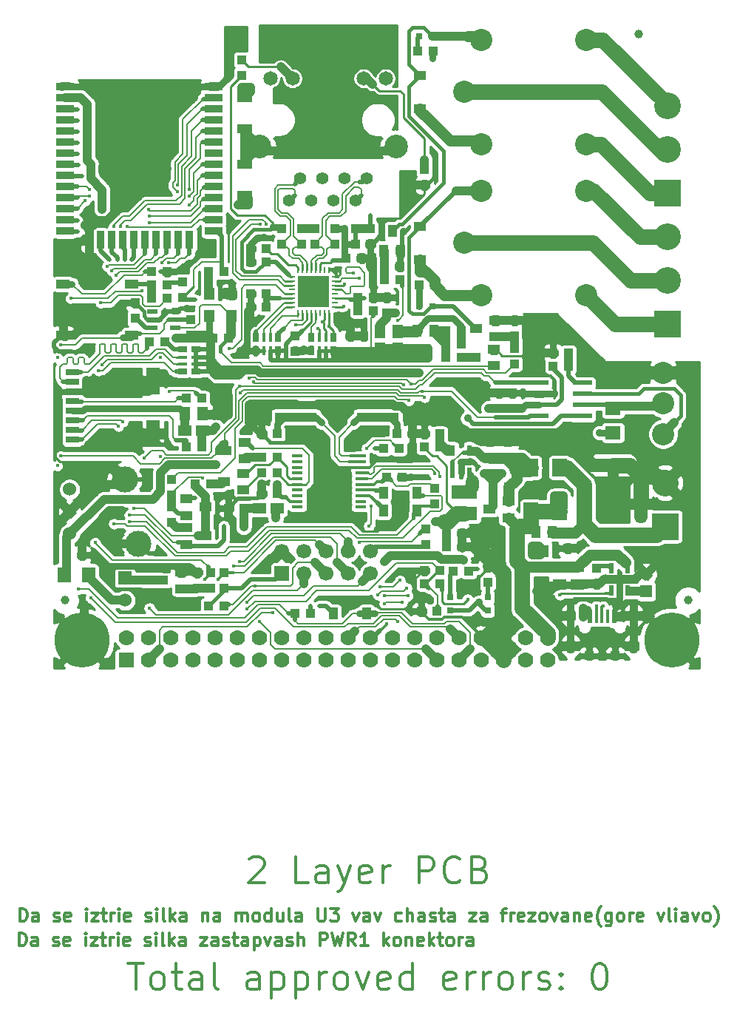
<source format=gbr>
G04 #@! TF.GenerationSoftware,KiCad,Pcbnew,5.1.0-rc2-unknown-036be7d~80~ubuntu16.04.1*
G04 #@! TF.CreationDate,2019-04-19T14:17:20+03:00*
G04 #@! TF.ProjectId,ESP32-EVB_Rev_H,45535033-322d-4455-9642-5f5265765f48,H*
G04 #@! TF.SameCoordinates,Original*
G04 #@! TF.FileFunction,Copper,L1,Top*
G04 #@! TF.FilePolarity,Positive*
%FSLAX46Y46*%
G04 Gerber Fmt 4.6, Leading zero omitted, Abs format (unit mm)*
G04 Created by KiCad (PCBNEW 5.1.0-rc2-unknown-036be7d~80~ubuntu16.04.1) date 2019-04-19 14:17:20*
%MOMM*%
%LPD*%
G04 APERTURE LIST*
%ADD10C,0.300000*%
%ADD11C,0.508000*%
%ADD12R,1.200000X1.400000*%
%ADD13R,1.016000X1.016000*%
%ADD14R,0.500000X1.650000*%
%ADD15R,0.325000X1.650000*%
%ADD16R,1.100000X1.000000*%
%ADD17O,1.200000X1.800000*%
%ADD18R,1.400000X1.400000*%
%ADD19C,1.400000*%
%ADD20R,1.524000X1.270000*%
%ADD21R,1.524000X1.016000*%
%ADD22C,1.000000*%
%ADD23C,1.650000*%
%ADD24C,2.700000*%
%ADD25C,1.410000*%
%ADD26R,1.778000X2.286000*%
%ADD27R,1.400000X1.000000*%
%ADD28R,1.524000X1.778000*%
%ADD29R,1.778000X1.524000*%
%ADD30R,4.826000X1.100000*%
%ADD31R,1.700000X2.000000*%
%ADD32R,1.778000X1.016000*%
%ADD33C,1.778000*%
%ADD34R,1.778000X1.778000*%
%ADD35C,1.200000*%
%ADD36C,6.300000*%
%ADD37R,0.800000X0.800000*%
%ADD38R,3.048000X3.048000*%
%ADD39C,3.048000*%
%ADD40O,4.500000X1.500000*%
%ADD41O,1.500000X4.500000*%
%ADD42R,1.270000X1.524000*%
%ADD43C,2.540000*%
%ADD44C,1.700000*%
%ADD45R,1.700000X1.700000*%
%ADD46R,1.500000X3.100000*%
%ADD47C,0.400000*%
%ADD48R,1.500000X0.800000*%
%ADD49R,3.600000X3.600000*%
%ADD50R,0.400000X0.400000*%
%ADD51R,1.422400X1.422400*%
%ADD52R,0.250000X0.800000*%
%ADD53R,0.800000X0.250000*%
%ADD54R,1.524000X1.524000*%
%ADD55C,1.524000*%
%ADD56C,3.000000*%
%ADD57R,1.270000X0.325000*%
%ADD58R,2.200000X0.600000*%
%ADD59C,1.300000*%
%ADD60R,2.000000X0.900000*%
%ADD61R,0.900000X2.000000*%
%ADD62R,5.000000X5.000000*%
%ADD63C,2.000000*%
%ADD64R,1.016000X0.381000*%
%ADD65R,1.016000X0.635000*%
%ADD66R,0.381000X1.016000*%
%ADD67R,0.635000X1.016000*%
%ADD68R,0.550000X1.200000*%
%ADD69R,1.000000X1.400000*%
%ADD70R,1.200000X0.550000*%
%ADD71R,3.000000X1.600000*%
%ADD72C,0.900000*%
%ADD73C,0.450000*%
%ADD74C,0.750000*%
%ADD75C,1.270000*%
%ADD76C,1.778000*%
%ADD77C,0.762000*%
%ADD78C,1.524000*%
%ADD79C,1.016000*%
%ADD80C,0.203200*%
%ADD81C,0.406400*%
%ADD82C,0.254000*%
%ADD83C,0.304800*%
%ADD84C,0.355600*%
G04 APERTURE END LIST*
D10*
X78727571Y-174887142D02*
X80441857Y-174887142D01*
X79584714Y-177887142D02*
X79584714Y-174887142D01*
X81870428Y-177887142D02*
X81584714Y-177744285D01*
X81441857Y-177601428D01*
X81298999Y-177315714D01*
X81298999Y-176458571D01*
X81441857Y-176172857D01*
X81584714Y-176030000D01*
X81870428Y-175887142D01*
X82298999Y-175887142D01*
X82584714Y-176030000D01*
X82727571Y-176172857D01*
X82870428Y-176458571D01*
X82870428Y-177315714D01*
X82727571Y-177601428D01*
X82584714Y-177744285D01*
X82298999Y-177887142D01*
X81870428Y-177887142D01*
X83727571Y-175887142D02*
X84870428Y-175887142D01*
X84156142Y-174887142D02*
X84156142Y-177458571D01*
X84298999Y-177744285D01*
X84584714Y-177887142D01*
X84870428Y-177887142D01*
X87156142Y-177887142D02*
X87156142Y-176315714D01*
X87013285Y-176030000D01*
X86727571Y-175887142D01*
X86156142Y-175887142D01*
X85870428Y-176030000D01*
X87156142Y-177744285D02*
X86870428Y-177887142D01*
X86156142Y-177887142D01*
X85870428Y-177744285D01*
X85727571Y-177458571D01*
X85727571Y-177172857D01*
X85870428Y-176887142D01*
X86156142Y-176744285D01*
X86870428Y-176744285D01*
X87156142Y-176601428D01*
X89013285Y-177887142D02*
X88727571Y-177744285D01*
X88584714Y-177458571D01*
X88584714Y-174887142D01*
X93727571Y-177887142D02*
X93727571Y-176315714D01*
X93584714Y-176030000D01*
X93298999Y-175887142D01*
X92727571Y-175887142D01*
X92441857Y-176030000D01*
X93727571Y-177744285D02*
X93441857Y-177887142D01*
X92727571Y-177887142D01*
X92441857Y-177744285D01*
X92298999Y-177458571D01*
X92298999Y-177172857D01*
X92441857Y-176887142D01*
X92727571Y-176744285D01*
X93441857Y-176744285D01*
X93727571Y-176601428D01*
X95156142Y-175887142D02*
X95156142Y-178887142D01*
X95156142Y-176030000D02*
X95441857Y-175887142D01*
X96013285Y-175887142D01*
X96299000Y-176030000D01*
X96441857Y-176172857D01*
X96584714Y-176458571D01*
X96584714Y-177315714D01*
X96441857Y-177601428D01*
X96299000Y-177744285D01*
X96013285Y-177887142D01*
X95441857Y-177887142D01*
X95156142Y-177744285D01*
X97870428Y-175887142D02*
X97870428Y-178887142D01*
X97870428Y-176030000D02*
X98156142Y-175887142D01*
X98727571Y-175887142D01*
X99013285Y-176030000D01*
X99156142Y-176172857D01*
X99298999Y-176458571D01*
X99298999Y-177315714D01*
X99156142Y-177601428D01*
X99013285Y-177744285D01*
X98727571Y-177887142D01*
X98156142Y-177887142D01*
X97870428Y-177744285D01*
X100584714Y-177887142D02*
X100584714Y-175887142D01*
X100584714Y-176458571D02*
X100727571Y-176172857D01*
X100870428Y-176030000D01*
X101156142Y-175887142D01*
X101441857Y-175887142D01*
X102870428Y-177887142D02*
X102584714Y-177744285D01*
X102441857Y-177601428D01*
X102298999Y-177315714D01*
X102298999Y-176458571D01*
X102441857Y-176172857D01*
X102584714Y-176030000D01*
X102870428Y-175887142D01*
X103298999Y-175887142D01*
X103584714Y-176030000D01*
X103727571Y-176172857D01*
X103870428Y-176458571D01*
X103870428Y-177315714D01*
X103727571Y-177601428D01*
X103584714Y-177744285D01*
X103298999Y-177887142D01*
X102870428Y-177887142D01*
X104870428Y-175887142D02*
X105584714Y-177887142D01*
X106298999Y-175887142D01*
X108584714Y-177744285D02*
X108298999Y-177887142D01*
X107727571Y-177887142D01*
X107441857Y-177744285D01*
X107298999Y-177458571D01*
X107298999Y-176315714D01*
X107441857Y-176030000D01*
X107727571Y-175887142D01*
X108298999Y-175887142D01*
X108584714Y-176030000D01*
X108727571Y-176315714D01*
X108727571Y-176601428D01*
X107298999Y-176887142D01*
X111298999Y-177887142D02*
X111298999Y-174887142D01*
X111298999Y-177744285D02*
X111013285Y-177887142D01*
X110441857Y-177887142D01*
X110156142Y-177744285D01*
X110013285Y-177601428D01*
X109870428Y-177315714D01*
X109870428Y-176458571D01*
X110013285Y-176172857D01*
X110156142Y-176030000D01*
X110441857Y-175887142D01*
X111013285Y-175887142D01*
X111298999Y-176030000D01*
X116156142Y-177744285D02*
X115870428Y-177887142D01*
X115298999Y-177887142D01*
X115013285Y-177744285D01*
X114870428Y-177458571D01*
X114870428Y-176315714D01*
X115013285Y-176030000D01*
X115298999Y-175887142D01*
X115870428Y-175887142D01*
X116156142Y-176030000D01*
X116298999Y-176315714D01*
X116298999Y-176601428D01*
X114870428Y-176887142D01*
X117584714Y-177887142D02*
X117584714Y-175887142D01*
X117584714Y-176458571D02*
X117727571Y-176172857D01*
X117870428Y-176030000D01*
X118156142Y-175887142D01*
X118441857Y-175887142D01*
X119441857Y-177887142D02*
X119441857Y-175887142D01*
X119441857Y-176458571D02*
X119584714Y-176172857D01*
X119727571Y-176030000D01*
X120013285Y-175887142D01*
X120299000Y-175887142D01*
X121727571Y-177887142D02*
X121441857Y-177744285D01*
X121299000Y-177601428D01*
X121156142Y-177315714D01*
X121156142Y-176458571D01*
X121299000Y-176172857D01*
X121441857Y-176030000D01*
X121727571Y-175887142D01*
X122156142Y-175887142D01*
X122441857Y-176030000D01*
X122584714Y-176172857D01*
X122727571Y-176458571D01*
X122727571Y-177315714D01*
X122584714Y-177601428D01*
X122441857Y-177744285D01*
X122156142Y-177887142D01*
X121727571Y-177887142D01*
X124013285Y-177887142D02*
X124013285Y-175887142D01*
X124013285Y-176458571D02*
X124156142Y-176172857D01*
X124299000Y-176030000D01*
X124584714Y-175887142D01*
X124870428Y-175887142D01*
X125727571Y-177744285D02*
X126013285Y-177887142D01*
X126584714Y-177887142D01*
X126870428Y-177744285D01*
X127013285Y-177458571D01*
X127013285Y-177315714D01*
X126870428Y-177030000D01*
X126584714Y-176887142D01*
X126156142Y-176887142D01*
X125870428Y-176744285D01*
X125727571Y-176458571D01*
X125727571Y-176315714D01*
X125870428Y-176030000D01*
X126156142Y-175887142D01*
X126584714Y-175887142D01*
X126870428Y-176030000D01*
X128299000Y-177601428D02*
X128441857Y-177744285D01*
X128299000Y-177887142D01*
X128156142Y-177744285D01*
X128299000Y-177601428D01*
X128299000Y-177887142D01*
X128299000Y-176030000D02*
X128441857Y-176172857D01*
X128299000Y-176315714D01*
X128156142Y-176172857D01*
X128299000Y-176030000D01*
X128299000Y-176315714D01*
X132584714Y-174887142D02*
X132870428Y-174887142D01*
X133156142Y-175030000D01*
X133298999Y-175172857D01*
X133441857Y-175458571D01*
X133584714Y-176030000D01*
X133584714Y-176744285D01*
X133441857Y-177315714D01*
X133298999Y-177601428D01*
X133156142Y-177744285D01*
X132870428Y-177887142D01*
X132584714Y-177887142D01*
X132298999Y-177744285D01*
X132156142Y-177601428D01*
X132013285Y-177315714D01*
X131870428Y-176744285D01*
X131870428Y-176030000D01*
X132013285Y-175458571D01*
X132156142Y-175172857D01*
X132298999Y-175030000D01*
X132584714Y-174887142D01*
X66201999Y-172890571D02*
X66201999Y-171390571D01*
X66559142Y-171390571D01*
X66773428Y-171462000D01*
X66916285Y-171604857D01*
X66987714Y-171747714D01*
X67059142Y-172033428D01*
X67059142Y-172247714D01*
X66987714Y-172533428D01*
X66916285Y-172676285D01*
X66773428Y-172819142D01*
X66559142Y-172890571D01*
X66201999Y-172890571D01*
X68344857Y-172890571D02*
X68344857Y-172104857D01*
X68273428Y-171962000D01*
X68130571Y-171890571D01*
X67844857Y-171890571D01*
X67701999Y-171962000D01*
X68344857Y-172819142D02*
X68201999Y-172890571D01*
X67844857Y-172890571D01*
X67701999Y-172819142D01*
X67630571Y-172676285D01*
X67630571Y-172533428D01*
X67701999Y-172390571D01*
X67844857Y-172319142D01*
X68201999Y-172319142D01*
X68344857Y-172247714D01*
X70130571Y-172819142D02*
X70273428Y-172890571D01*
X70559142Y-172890571D01*
X70701999Y-172819142D01*
X70773428Y-172676285D01*
X70773428Y-172604857D01*
X70701999Y-172462000D01*
X70559142Y-172390571D01*
X70344857Y-172390571D01*
X70201999Y-172319142D01*
X70130571Y-172176285D01*
X70130571Y-172104857D01*
X70201999Y-171962000D01*
X70344857Y-171890571D01*
X70559142Y-171890571D01*
X70701999Y-171962000D01*
X71987714Y-172819142D02*
X71844857Y-172890571D01*
X71559142Y-172890571D01*
X71416285Y-172819142D01*
X71344857Y-172676285D01*
X71344857Y-172104857D01*
X71416285Y-171962000D01*
X71559142Y-171890571D01*
X71844857Y-171890571D01*
X71987714Y-171962000D01*
X72059142Y-172104857D01*
X72059142Y-172247714D01*
X71344857Y-172390571D01*
X73844857Y-172890571D02*
X73844857Y-171890571D01*
X73844857Y-171390571D02*
X73773428Y-171462000D01*
X73844857Y-171533428D01*
X73916285Y-171462000D01*
X73844857Y-171390571D01*
X73844857Y-171533428D01*
X74416285Y-171890571D02*
X75201999Y-171890571D01*
X74416285Y-172890571D01*
X75201999Y-172890571D01*
X75559142Y-171890571D02*
X76130571Y-171890571D01*
X75773428Y-171390571D02*
X75773428Y-172676285D01*
X75844857Y-172819142D01*
X75987714Y-172890571D01*
X76130571Y-172890571D01*
X76630571Y-172890571D02*
X76630571Y-171890571D01*
X76630571Y-172176285D02*
X76701999Y-172033428D01*
X76773428Y-171962000D01*
X76916285Y-171890571D01*
X77059142Y-171890571D01*
X77559142Y-172890571D02*
X77559142Y-171890571D01*
X77559142Y-171390571D02*
X77487714Y-171462000D01*
X77559142Y-171533428D01*
X77630571Y-171462000D01*
X77559142Y-171390571D01*
X77559142Y-171533428D01*
X78844857Y-172819142D02*
X78701999Y-172890571D01*
X78416285Y-172890571D01*
X78273428Y-172819142D01*
X78201999Y-172676285D01*
X78201999Y-172104857D01*
X78273428Y-171962000D01*
X78416285Y-171890571D01*
X78701999Y-171890571D01*
X78844857Y-171962000D01*
X78916285Y-172104857D01*
X78916285Y-172247714D01*
X78201999Y-172390571D01*
X80630571Y-172819142D02*
X80773428Y-172890571D01*
X81059142Y-172890571D01*
X81201999Y-172819142D01*
X81273428Y-172676285D01*
X81273428Y-172604857D01*
X81201999Y-172462000D01*
X81059142Y-172390571D01*
X80844857Y-172390571D01*
X80701999Y-172319142D01*
X80630571Y-172176285D01*
X80630571Y-172104857D01*
X80701999Y-171962000D01*
X80844857Y-171890571D01*
X81059142Y-171890571D01*
X81201999Y-171962000D01*
X81916285Y-172890571D02*
X81916285Y-171890571D01*
X81916285Y-171390571D02*
X81844857Y-171462000D01*
X81916285Y-171533428D01*
X81987714Y-171462000D01*
X81916285Y-171390571D01*
X81916285Y-171533428D01*
X82844857Y-172890571D02*
X82702000Y-172819142D01*
X82630571Y-172676285D01*
X82630571Y-171390571D01*
X83416285Y-172890571D02*
X83416285Y-171390571D01*
X83559142Y-172319142D02*
X83987714Y-172890571D01*
X83987714Y-171890571D02*
X83416285Y-172462000D01*
X85273428Y-172890571D02*
X85273428Y-172104857D01*
X85202000Y-171962000D01*
X85059142Y-171890571D01*
X84773428Y-171890571D01*
X84630571Y-171962000D01*
X85273428Y-172819142D02*
X85130571Y-172890571D01*
X84773428Y-172890571D01*
X84630571Y-172819142D01*
X84559142Y-172676285D01*
X84559142Y-172533428D01*
X84630571Y-172390571D01*
X84773428Y-172319142D01*
X85130571Y-172319142D01*
X85273428Y-172247714D01*
X86987714Y-171890571D02*
X87773428Y-171890571D01*
X86987714Y-172890571D01*
X87773428Y-172890571D01*
X88987714Y-172890571D02*
X88987714Y-172104857D01*
X88916285Y-171962000D01*
X88773428Y-171890571D01*
X88487714Y-171890571D01*
X88344857Y-171962000D01*
X88987714Y-172819142D02*
X88844857Y-172890571D01*
X88487714Y-172890571D01*
X88344857Y-172819142D01*
X88273428Y-172676285D01*
X88273428Y-172533428D01*
X88344857Y-172390571D01*
X88487714Y-172319142D01*
X88844857Y-172319142D01*
X88987714Y-172247714D01*
X89630571Y-172819142D02*
X89773428Y-172890571D01*
X90059142Y-172890571D01*
X90202000Y-172819142D01*
X90273428Y-172676285D01*
X90273428Y-172604857D01*
X90202000Y-172462000D01*
X90059142Y-172390571D01*
X89844857Y-172390571D01*
X89702000Y-172319142D01*
X89630571Y-172176285D01*
X89630571Y-172104857D01*
X89702000Y-171962000D01*
X89844857Y-171890571D01*
X90059142Y-171890571D01*
X90202000Y-171962000D01*
X90701999Y-171890571D02*
X91273428Y-171890571D01*
X90916285Y-171390571D02*
X90916285Y-172676285D01*
X90987714Y-172819142D01*
X91130571Y-172890571D01*
X91273428Y-172890571D01*
X92416285Y-172890571D02*
X92416285Y-172104857D01*
X92344857Y-171962000D01*
X92202000Y-171890571D01*
X91916285Y-171890571D01*
X91773428Y-171962000D01*
X92416285Y-172819142D02*
X92273428Y-172890571D01*
X91916285Y-172890571D01*
X91773428Y-172819142D01*
X91702000Y-172676285D01*
X91702000Y-172533428D01*
X91773428Y-172390571D01*
X91916285Y-172319142D01*
X92273428Y-172319142D01*
X92416285Y-172247714D01*
X93130571Y-171890571D02*
X93130571Y-173390571D01*
X93130571Y-171962000D02*
X93273428Y-171890571D01*
X93559142Y-171890571D01*
X93702000Y-171962000D01*
X93773428Y-172033428D01*
X93844857Y-172176285D01*
X93844857Y-172604857D01*
X93773428Y-172747714D01*
X93702000Y-172819142D01*
X93559142Y-172890571D01*
X93273428Y-172890571D01*
X93130571Y-172819142D01*
X94344857Y-171890571D02*
X94702000Y-172890571D01*
X95059142Y-171890571D01*
X96273428Y-172890571D02*
X96273428Y-172104857D01*
X96202000Y-171962000D01*
X96059142Y-171890571D01*
X95773428Y-171890571D01*
X95630571Y-171962000D01*
X96273428Y-172819142D02*
X96130571Y-172890571D01*
X95773428Y-172890571D01*
X95630571Y-172819142D01*
X95559142Y-172676285D01*
X95559142Y-172533428D01*
X95630571Y-172390571D01*
X95773428Y-172319142D01*
X96130571Y-172319142D01*
X96273428Y-172247714D01*
X96916285Y-172819142D02*
X97059142Y-172890571D01*
X97344857Y-172890571D01*
X97487714Y-172819142D01*
X97559142Y-172676285D01*
X97559142Y-172604857D01*
X97487714Y-172462000D01*
X97344857Y-172390571D01*
X97130571Y-172390571D01*
X96987714Y-172319142D01*
X96916285Y-172176285D01*
X96916285Y-172104857D01*
X96987714Y-171962000D01*
X97130571Y-171890571D01*
X97344857Y-171890571D01*
X97487714Y-171962000D01*
X98202000Y-172890571D02*
X98202000Y-171390571D01*
X98844857Y-172890571D02*
X98844857Y-172104857D01*
X98773428Y-171962000D01*
X98630571Y-171890571D01*
X98416285Y-171890571D01*
X98273428Y-171962000D01*
X98202000Y-172033428D01*
X100702000Y-172890571D02*
X100702000Y-171390571D01*
X101273428Y-171390571D01*
X101416285Y-171462000D01*
X101487714Y-171533428D01*
X101559142Y-171676285D01*
X101559142Y-171890571D01*
X101487714Y-172033428D01*
X101416285Y-172104857D01*
X101273428Y-172176285D01*
X100702000Y-172176285D01*
X102059142Y-171390571D02*
X102416285Y-172890571D01*
X102702000Y-171819142D01*
X102987714Y-172890571D01*
X103344857Y-171390571D01*
X104773428Y-172890571D02*
X104273428Y-172176285D01*
X103916285Y-172890571D02*
X103916285Y-171390571D01*
X104487714Y-171390571D01*
X104630571Y-171462000D01*
X104702000Y-171533428D01*
X104773428Y-171676285D01*
X104773428Y-171890571D01*
X104702000Y-172033428D01*
X104630571Y-172104857D01*
X104487714Y-172176285D01*
X103916285Y-172176285D01*
X106202000Y-172890571D02*
X105344857Y-172890571D01*
X105773428Y-172890571D02*
X105773428Y-171390571D01*
X105630571Y-171604857D01*
X105487714Y-171747714D01*
X105344857Y-171819142D01*
X107987714Y-172890571D02*
X107987714Y-171390571D01*
X108130571Y-172319142D02*
X108559142Y-172890571D01*
X108559142Y-171890571D02*
X107987714Y-172462000D01*
X109416285Y-172890571D02*
X109273428Y-172819142D01*
X109202000Y-172747714D01*
X109130571Y-172604857D01*
X109130571Y-172176285D01*
X109202000Y-172033428D01*
X109273428Y-171962000D01*
X109416285Y-171890571D01*
X109630571Y-171890571D01*
X109773428Y-171962000D01*
X109844857Y-172033428D01*
X109916285Y-172176285D01*
X109916285Y-172604857D01*
X109844857Y-172747714D01*
X109773428Y-172819142D01*
X109630571Y-172890571D01*
X109416285Y-172890571D01*
X110559142Y-171890571D02*
X110559142Y-172890571D01*
X110559142Y-172033428D02*
X110630571Y-171962000D01*
X110773428Y-171890571D01*
X110987714Y-171890571D01*
X111130571Y-171962000D01*
X111202000Y-172104857D01*
X111202000Y-172890571D01*
X112487714Y-172819142D02*
X112344857Y-172890571D01*
X112059142Y-172890571D01*
X111916285Y-172819142D01*
X111844857Y-172676285D01*
X111844857Y-172104857D01*
X111916285Y-171962000D01*
X112059142Y-171890571D01*
X112344857Y-171890571D01*
X112487714Y-171962000D01*
X112559142Y-172104857D01*
X112559142Y-172247714D01*
X111844857Y-172390571D01*
X113202000Y-172890571D02*
X113202000Y-171390571D01*
X113344857Y-172319142D02*
X113773428Y-172890571D01*
X113773428Y-171890571D02*
X113202000Y-172462000D01*
X114202000Y-171890571D02*
X114773428Y-171890571D01*
X114416285Y-171390571D02*
X114416285Y-172676285D01*
X114487714Y-172819142D01*
X114630571Y-172890571D01*
X114773428Y-172890571D01*
X115487714Y-172890571D02*
X115344857Y-172819142D01*
X115273428Y-172747714D01*
X115202000Y-172604857D01*
X115202000Y-172176285D01*
X115273428Y-172033428D01*
X115344857Y-171962000D01*
X115487714Y-171890571D01*
X115702000Y-171890571D01*
X115844857Y-171962000D01*
X115916285Y-172033428D01*
X115987714Y-172176285D01*
X115987714Y-172604857D01*
X115916285Y-172747714D01*
X115844857Y-172819142D01*
X115702000Y-172890571D01*
X115487714Y-172890571D01*
X116630571Y-172890571D02*
X116630571Y-171890571D01*
X116630571Y-172176285D02*
X116702000Y-172033428D01*
X116773428Y-171962000D01*
X116916285Y-171890571D01*
X117059142Y-171890571D01*
X118202000Y-172890571D02*
X118202000Y-172104857D01*
X118130571Y-171962000D01*
X117987714Y-171890571D01*
X117702000Y-171890571D01*
X117559142Y-171962000D01*
X118202000Y-172819142D02*
X118059142Y-172890571D01*
X117702000Y-172890571D01*
X117559142Y-172819142D01*
X117487714Y-172676285D01*
X117487714Y-172533428D01*
X117559142Y-172390571D01*
X117702000Y-172319142D01*
X118059142Y-172319142D01*
X118202000Y-172247714D01*
X66299000Y-170096571D02*
X66299000Y-168596571D01*
X66656142Y-168596571D01*
X66870428Y-168668000D01*
X67013285Y-168810857D01*
X67084714Y-168953714D01*
X67156142Y-169239428D01*
X67156142Y-169453714D01*
X67084714Y-169739428D01*
X67013285Y-169882285D01*
X66870428Y-170025142D01*
X66656142Y-170096571D01*
X66299000Y-170096571D01*
X68441857Y-170096571D02*
X68441857Y-169310857D01*
X68370428Y-169168000D01*
X68227571Y-169096571D01*
X67941857Y-169096571D01*
X67799000Y-169168000D01*
X68441857Y-170025142D02*
X68299000Y-170096571D01*
X67941857Y-170096571D01*
X67799000Y-170025142D01*
X67727571Y-169882285D01*
X67727571Y-169739428D01*
X67799000Y-169596571D01*
X67941857Y-169525142D01*
X68299000Y-169525142D01*
X68441857Y-169453714D01*
X70227571Y-170025142D02*
X70370428Y-170096571D01*
X70656142Y-170096571D01*
X70799000Y-170025142D01*
X70870428Y-169882285D01*
X70870428Y-169810857D01*
X70799000Y-169668000D01*
X70656142Y-169596571D01*
X70441857Y-169596571D01*
X70299000Y-169525142D01*
X70227571Y-169382285D01*
X70227571Y-169310857D01*
X70299000Y-169168000D01*
X70441857Y-169096571D01*
X70656142Y-169096571D01*
X70799000Y-169168000D01*
X72084714Y-170025142D02*
X71941857Y-170096571D01*
X71656142Y-170096571D01*
X71513285Y-170025142D01*
X71441857Y-169882285D01*
X71441857Y-169310857D01*
X71513285Y-169168000D01*
X71656142Y-169096571D01*
X71941857Y-169096571D01*
X72084714Y-169168000D01*
X72156142Y-169310857D01*
X72156142Y-169453714D01*
X71441857Y-169596571D01*
X73941857Y-170096571D02*
X73941857Y-169096571D01*
X73941857Y-168596571D02*
X73870428Y-168668000D01*
X73941857Y-168739428D01*
X74013285Y-168668000D01*
X73941857Y-168596571D01*
X73941857Y-168739428D01*
X74513285Y-169096571D02*
X75299000Y-169096571D01*
X74513285Y-170096571D01*
X75299000Y-170096571D01*
X75656142Y-169096571D02*
X76227571Y-169096571D01*
X75870428Y-168596571D02*
X75870428Y-169882285D01*
X75941857Y-170025142D01*
X76084714Y-170096571D01*
X76227571Y-170096571D01*
X76727571Y-170096571D02*
X76727571Y-169096571D01*
X76727571Y-169382285D02*
X76799000Y-169239428D01*
X76870428Y-169168000D01*
X77013285Y-169096571D01*
X77156142Y-169096571D01*
X77656142Y-170096571D02*
X77656142Y-169096571D01*
X77656142Y-168596571D02*
X77584714Y-168668000D01*
X77656142Y-168739428D01*
X77727571Y-168668000D01*
X77656142Y-168596571D01*
X77656142Y-168739428D01*
X78941857Y-170025142D02*
X78799000Y-170096571D01*
X78513285Y-170096571D01*
X78370428Y-170025142D01*
X78299000Y-169882285D01*
X78299000Y-169310857D01*
X78370428Y-169168000D01*
X78513285Y-169096571D01*
X78799000Y-169096571D01*
X78941857Y-169168000D01*
X79013285Y-169310857D01*
X79013285Y-169453714D01*
X78299000Y-169596571D01*
X80727571Y-170025142D02*
X80870428Y-170096571D01*
X81156142Y-170096571D01*
X81299000Y-170025142D01*
X81370428Y-169882285D01*
X81370428Y-169810857D01*
X81299000Y-169668000D01*
X81156142Y-169596571D01*
X80941857Y-169596571D01*
X80799000Y-169525142D01*
X80727571Y-169382285D01*
X80727571Y-169310857D01*
X80799000Y-169168000D01*
X80941857Y-169096571D01*
X81156142Y-169096571D01*
X81299000Y-169168000D01*
X82013285Y-170096571D02*
X82013285Y-169096571D01*
X82013285Y-168596571D02*
X81941857Y-168668000D01*
X82013285Y-168739428D01*
X82084714Y-168668000D01*
X82013285Y-168596571D01*
X82013285Y-168739428D01*
X82941857Y-170096571D02*
X82799000Y-170025142D01*
X82727571Y-169882285D01*
X82727571Y-168596571D01*
X83513285Y-170096571D02*
X83513285Y-168596571D01*
X83656142Y-169525142D02*
X84084714Y-170096571D01*
X84084714Y-169096571D02*
X83513285Y-169668000D01*
X85370428Y-170096571D02*
X85370428Y-169310857D01*
X85299000Y-169168000D01*
X85156142Y-169096571D01*
X84870428Y-169096571D01*
X84727571Y-169168000D01*
X85370428Y-170025142D02*
X85227571Y-170096571D01*
X84870428Y-170096571D01*
X84727571Y-170025142D01*
X84656142Y-169882285D01*
X84656142Y-169739428D01*
X84727571Y-169596571D01*
X84870428Y-169525142D01*
X85227571Y-169525142D01*
X85370428Y-169453714D01*
X87227571Y-169096571D02*
X87227571Y-170096571D01*
X87227571Y-169239428D02*
X87299000Y-169168000D01*
X87441857Y-169096571D01*
X87656142Y-169096571D01*
X87799000Y-169168000D01*
X87870428Y-169310857D01*
X87870428Y-170096571D01*
X89227571Y-170096571D02*
X89227571Y-169310857D01*
X89156142Y-169168000D01*
X89013285Y-169096571D01*
X88727571Y-169096571D01*
X88584714Y-169168000D01*
X89227571Y-170025142D02*
X89084714Y-170096571D01*
X88727571Y-170096571D01*
X88584714Y-170025142D01*
X88513285Y-169882285D01*
X88513285Y-169739428D01*
X88584714Y-169596571D01*
X88727571Y-169525142D01*
X89084714Y-169525142D01*
X89227571Y-169453714D01*
X91084714Y-170096571D02*
X91084714Y-169096571D01*
X91084714Y-169239428D02*
X91156142Y-169168000D01*
X91299000Y-169096571D01*
X91513285Y-169096571D01*
X91656142Y-169168000D01*
X91727571Y-169310857D01*
X91727571Y-170096571D01*
X91727571Y-169310857D02*
X91799000Y-169168000D01*
X91941857Y-169096571D01*
X92156142Y-169096571D01*
X92299000Y-169168000D01*
X92370428Y-169310857D01*
X92370428Y-170096571D01*
X93299000Y-170096571D02*
X93156142Y-170025142D01*
X93084714Y-169953714D01*
X93013285Y-169810857D01*
X93013285Y-169382285D01*
X93084714Y-169239428D01*
X93156142Y-169168000D01*
X93299000Y-169096571D01*
X93513285Y-169096571D01*
X93656142Y-169168000D01*
X93727571Y-169239428D01*
X93799000Y-169382285D01*
X93799000Y-169810857D01*
X93727571Y-169953714D01*
X93656142Y-170025142D01*
X93513285Y-170096571D01*
X93299000Y-170096571D01*
X95084714Y-170096571D02*
X95084714Y-168596571D01*
X95084714Y-170025142D02*
X94941857Y-170096571D01*
X94656142Y-170096571D01*
X94513285Y-170025142D01*
X94441857Y-169953714D01*
X94370428Y-169810857D01*
X94370428Y-169382285D01*
X94441857Y-169239428D01*
X94513285Y-169168000D01*
X94656142Y-169096571D01*
X94941857Y-169096571D01*
X95084714Y-169168000D01*
X96441857Y-169096571D02*
X96441857Y-170096571D01*
X95799000Y-169096571D02*
X95799000Y-169882285D01*
X95870428Y-170025142D01*
X96013285Y-170096571D01*
X96227571Y-170096571D01*
X96370428Y-170025142D01*
X96441857Y-169953714D01*
X97370428Y-170096571D02*
X97227571Y-170025142D01*
X97156142Y-169882285D01*
X97156142Y-168596571D01*
X98584714Y-170096571D02*
X98584714Y-169310857D01*
X98513285Y-169168000D01*
X98370428Y-169096571D01*
X98084714Y-169096571D01*
X97941857Y-169168000D01*
X98584714Y-170025142D02*
X98441857Y-170096571D01*
X98084714Y-170096571D01*
X97941857Y-170025142D01*
X97870428Y-169882285D01*
X97870428Y-169739428D01*
X97941857Y-169596571D01*
X98084714Y-169525142D01*
X98441857Y-169525142D01*
X98584714Y-169453714D01*
X100441857Y-168596571D02*
X100441857Y-169810857D01*
X100513285Y-169953714D01*
X100584714Y-170025142D01*
X100727571Y-170096571D01*
X101013285Y-170096571D01*
X101156142Y-170025142D01*
X101227571Y-169953714D01*
X101299000Y-169810857D01*
X101299000Y-168596571D01*
X101870428Y-168596571D02*
X102799000Y-168596571D01*
X102299000Y-169168000D01*
X102513285Y-169168000D01*
X102656142Y-169239428D01*
X102727571Y-169310857D01*
X102799000Y-169453714D01*
X102799000Y-169810857D01*
X102727571Y-169953714D01*
X102656142Y-170025142D01*
X102513285Y-170096571D01*
X102084714Y-170096571D01*
X101941857Y-170025142D01*
X101870428Y-169953714D01*
X104441857Y-169096571D02*
X104799000Y-170096571D01*
X105156142Y-169096571D01*
X106370428Y-170096571D02*
X106370428Y-169310857D01*
X106299000Y-169168000D01*
X106156142Y-169096571D01*
X105870428Y-169096571D01*
X105727571Y-169168000D01*
X106370428Y-170025142D02*
X106227571Y-170096571D01*
X105870428Y-170096571D01*
X105727571Y-170025142D01*
X105656142Y-169882285D01*
X105656142Y-169739428D01*
X105727571Y-169596571D01*
X105870428Y-169525142D01*
X106227571Y-169525142D01*
X106370428Y-169453714D01*
X106941857Y-169096571D02*
X107299000Y-170096571D01*
X107656142Y-169096571D01*
X110013285Y-170025142D02*
X109870428Y-170096571D01*
X109584714Y-170096571D01*
X109441857Y-170025142D01*
X109370428Y-169953714D01*
X109299000Y-169810857D01*
X109299000Y-169382285D01*
X109370428Y-169239428D01*
X109441857Y-169168000D01*
X109584714Y-169096571D01*
X109870428Y-169096571D01*
X110013285Y-169168000D01*
X110656142Y-170096571D02*
X110656142Y-168596571D01*
X111299000Y-170096571D02*
X111299000Y-169310857D01*
X111227571Y-169168000D01*
X111084714Y-169096571D01*
X110870428Y-169096571D01*
X110727571Y-169168000D01*
X110656142Y-169239428D01*
X112656142Y-170096571D02*
X112656142Y-169310857D01*
X112584714Y-169168000D01*
X112441857Y-169096571D01*
X112156142Y-169096571D01*
X112013285Y-169168000D01*
X112656142Y-170025142D02*
X112513285Y-170096571D01*
X112156142Y-170096571D01*
X112013285Y-170025142D01*
X111941857Y-169882285D01*
X111941857Y-169739428D01*
X112013285Y-169596571D01*
X112156142Y-169525142D01*
X112513285Y-169525142D01*
X112656142Y-169453714D01*
X113299000Y-170025142D02*
X113441857Y-170096571D01*
X113727571Y-170096571D01*
X113870428Y-170025142D01*
X113941857Y-169882285D01*
X113941857Y-169810857D01*
X113870428Y-169668000D01*
X113727571Y-169596571D01*
X113513285Y-169596571D01*
X113370428Y-169525142D01*
X113299000Y-169382285D01*
X113299000Y-169310857D01*
X113370428Y-169168000D01*
X113513285Y-169096571D01*
X113727571Y-169096571D01*
X113870428Y-169168000D01*
X114370428Y-169096571D02*
X114941857Y-169096571D01*
X114584714Y-168596571D02*
X114584714Y-169882285D01*
X114656142Y-170025142D01*
X114799000Y-170096571D01*
X114941857Y-170096571D01*
X116084714Y-170096571D02*
X116084714Y-169310857D01*
X116013285Y-169168000D01*
X115870428Y-169096571D01*
X115584714Y-169096571D01*
X115441857Y-169168000D01*
X116084714Y-170025142D02*
X115941857Y-170096571D01*
X115584714Y-170096571D01*
X115441857Y-170025142D01*
X115370428Y-169882285D01*
X115370428Y-169739428D01*
X115441857Y-169596571D01*
X115584714Y-169525142D01*
X115941857Y-169525142D01*
X116084714Y-169453714D01*
X117799000Y-169096571D02*
X118584714Y-169096571D01*
X117799000Y-170096571D01*
X118584714Y-170096571D01*
X119799000Y-170096571D02*
X119799000Y-169310857D01*
X119727571Y-169168000D01*
X119584714Y-169096571D01*
X119299000Y-169096571D01*
X119156142Y-169168000D01*
X119799000Y-170025142D02*
X119656142Y-170096571D01*
X119299000Y-170096571D01*
X119156142Y-170025142D01*
X119084714Y-169882285D01*
X119084714Y-169739428D01*
X119156142Y-169596571D01*
X119299000Y-169525142D01*
X119656142Y-169525142D01*
X119799000Y-169453714D01*
X121441857Y-169096571D02*
X122013285Y-169096571D01*
X121656142Y-170096571D02*
X121656142Y-168810857D01*
X121727571Y-168668000D01*
X121870428Y-168596571D01*
X122013285Y-168596571D01*
X122513285Y-170096571D02*
X122513285Y-169096571D01*
X122513285Y-169382285D02*
X122584714Y-169239428D01*
X122656142Y-169168000D01*
X122799000Y-169096571D01*
X122941857Y-169096571D01*
X124013285Y-170025142D02*
X123870428Y-170096571D01*
X123584714Y-170096571D01*
X123441857Y-170025142D01*
X123370428Y-169882285D01*
X123370428Y-169310857D01*
X123441857Y-169168000D01*
X123584714Y-169096571D01*
X123870428Y-169096571D01*
X124013285Y-169168000D01*
X124084714Y-169310857D01*
X124084714Y-169453714D01*
X123370428Y-169596571D01*
X124584714Y-169096571D02*
X125370428Y-169096571D01*
X124584714Y-170096571D01*
X125370428Y-170096571D01*
X126156142Y-170096571D02*
X126013285Y-170025142D01*
X125941857Y-169953714D01*
X125870428Y-169810857D01*
X125870428Y-169382285D01*
X125941857Y-169239428D01*
X126013285Y-169168000D01*
X126156142Y-169096571D01*
X126370428Y-169096571D01*
X126513285Y-169168000D01*
X126584714Y-169239428D01*
X126656142Y-169382285D01*
X126656142Y-169810857D01*
X126584714Y-169953714D01*
X126513285Y-170025142D01*
X126370428Y-170096571D01*
X126156142Y-170096571D01*
X127156142Y-169096571D02*
X127513285Y-170096571D01*
X127870428Y-169096571D01*
X129084714Y-170096571D02*
X129084714Y-169310857D01*
X129013285Y-169168000D01*
X128870428Y-169096571D01*
X128584714Y-169096571D01*
X128441857Y-169168000D01*
X129084714Y-170025142D02*
X128941857Y-170096571D01*
X128584714Y-170096571D01*
X128441857Y-170025142D01*
X128370428Y-169882285D01*
X128370428Y-169739428D01*
X128441857Y-169596571D01*
X128584714Y-169525142D01*
X128941857Y-169525142D01*
X129084714Y-169453714D01*
X129799000Y-169096571D02*
X129799000Y-170096571D01*
X129799000Y-169239428D02*
X129870428Y-169168000D01*
X130013285Y-169096571D01*
X130227571Y-169096571D01*
X130370428Y-169168000D01*
X130441857Y-169310857D01*
X130441857Y-170096571D01*
X131727571Y-170025142D02*
X131584714Y-170096571D01*
X131299000Y-170096571D01*
X131156142Y-170025142D01*
X131084714Y-169882285D01*
X131084714Y-169310857D01*
X131156142Y-169168000D01*
X131299000Y-169096571D01*
X131584714Y-169096571D01*
X131727571Y-169168000D01*
X131799000Y-169310857D01*
X131799000Y-169453714D01*
X131084714Y-169596571D01*
X132870428Y-170668000D02*
X132799000Y-170596571D01*
X132656142Y-170382285D01*
X132584714Y-170239428D01*
X132513285Y-170025142D01*
X132441857Y-169668000D01*
X132441857Y-169382285D01*
X132513285Y-169025142D01*
X132584714Y-168810857D01*
X132656142Y-168668000D01*
X132799000Y-168453714D01*
X132870428Y-168382285D01*
X134084714Y-169096571D02*
X134084714Y-170310857D01*
X134013285Y-170453714D01*
X133941857Y-170525142D01*
X133799000Y-170596571D01*
X133584714Y-170596571D01*
X133441857Y-170525142D01*
X134084714Y-170025142D02*
X133941857Y-170096571D01*
X133656142Y-170096571D01*
X133513285Y-170025142D01*
X133441857Y-169953714D01*
X133370428Y-169810857D01*
X133370428Y-169382285D01*
X133441857Y-169239428D01*
X133513285Y-169168000D01*
X133656142Y-169096571D01*
X133941857Y-169096571D01*
X134084714Y-169168000D01*
X135013285Y-170096571D02*
X134870428Y-170025142D01*
X134799000Y-169953714D01*
X134727571Y-169810857D01*
X134727571Y-169382285D01*
X134799000Y-169239428D01*
X134870428Y-169168000D01*
X135013285Y-169096571D01*
X135227571Y-169096571D01*
X135370428Y-169168000D01*
X135441857Y-169239428D01*
X135513285Y-169382285D01*
X135513285Y-169810857D01*
X135441857Y-169953714D01*
X135370428Y-170025142D01*
X135227571Y-170096571D01*
X135013285Y-170096571D01*
X136156142Y-170096571D02*
X136156142Y-169096571D01*
X136156142Y-169382285D02*
X136227571Y-169239428D01*
X136299000Y-169168000D01*
X136441857Y-169096571D01*
X136584714Y-169096571D01*
X137656142Y-170025142D02*
X137513285Y-170096571D01*
X137227571Y-170096571D01*
X137084714Y-170025142D01*
X137013285Y-169882285D01*
X137013285Y-169310857D01*
X137084714Y-169168000D01*
X137227571Y-169096571D01*
X137513285Y-169096571D01*
X137656142Y-169168000D01*
X137727571Y-169310857D01*
X137727571Y-169453714D01*
X137013285Y-169596571D01*
X139370428Y-169096571D02*
X139727571Y-170096571D01*
X140084714Y-169096571D01*
X140870428Y-170096571D02*
X140727571Y-170025142D01*
X140656142Y-169882285D01*
X140656142Y-168596571D01*
X141441857Y-170096571D02*
X141441857Y-169096571D01*
X141441857Y-168596571D02*
X141370428Y-168668000D01*
X141441857Y-168739428D01*
X141513285Y-168668000D01*
X141441857Y-168596571D01*
X141441857Y-168739428D01*
X142799000Y-170096571D02*
X142799000Y-169310857D01*
X142727571Y-169168000D01*
X142584714Y-169096571D01*
X142299000Y-169096571D01*
X142156142Y-169168000D01*
X142799000Y-170025142D02*
X142656142Y-170096571D01*
X142299000Y-170096571D01*
X142156142Y-170025142D01*
X142084714Y-169882285D01*
X142084714Y-169739428D01*
X142156142Y-169596571D01*
X142299000Y-169525142D01*
X142656142Y-169525142D01*
X142799000Y-169453714D01*
X143370428Y-169096571D02*
X143727571Y-170096571D01*
X144084714Y-169096571D01*
X144870428Y-170096571D02*
X144727571Y-170025142D01*
X144656142Y-169953714D01*
X144584714Y-169810857D01*
X144584714Y-169382285D01*
X144656142Y-169239428D01*
X144727571Y-169168000D01*
X144870428Y-169096571D01*
X145084714Y-169096571D01*
X145227571Y-169168000D01*
X145299000Y-169239428D01*
X145370428Y-169382285D01*
X145370428Y-169810857D01*
X145299000Y-169953714D01*
X145227571Y-170025142D01*
X145084714Y-170096571D01*
X144870428Y-170096571D01*
X145870428Y-170668000D02*
X145941857Y-170596571D01*
X146084714Y-170382285D01*
X146156142Y-170239428D01*
X146227571Y-170025142D01*
X146299000Y-169668000D01*
X146299000Y-169382285D01*
X146227571Y-169025142D01*
X146156142Y-168810857D01*
X146084714Y-168668000D01*
X145941857Y-168453714D01*
X145870428Y-168382285D01*
X92600571Y-162980857D02*
X92743428Y-162838000D01*
X93029142Y-162695142D01*
X93743428Y-162695142D01*
X94029142Y-162838000D01*
X94172000Y-162980857D01*
X94314857Y-163266571D01*
X94314857Y-163552285D01*
X94172000Y-163980857D01*
X92457714Y-165695142D01*
X94314857Y-165695142D01*
X99314857Y-165695142D02*
X97886285Y-165695142D01*
X97886285Y-162695142D01*
X101600571Y-165695142D02*
X101600571Y-164123714D01*
X101457714Y-163838000D01*
X101172000Y-163695142D01*
X100600571Y-163695142D01*
X100314857Y-163838000D01*
X101600571Y-165552285D02*
X101314857Y-165695142D01*
X100600571Y-165695142D01*
X100314857Y-165552285D01*
X100172000Y-165266571D01*
X100172000Y-164980857D01*
X100314857Y-164695142D01*
X100600571Y-164552285D01*
X101314857Y-164552285D01*
X101600571Y-164409428D01*
X102743428Y-163695142D02*
X103457714Y-165695142D01*
X104172000Y-163695142D02*
X103457714Y-165695142D01*
X103172000Y-166409428D01*
X103029142Y-166552285D01*
X102743428Y-166695142D01*
X106457714Y-165552285D02*
X106172000Y-165695142D01*
X105600571Y-165695142D01*
X105314857Y-165552285D01*
X105172000Y-165266571D01*
X105172000Y-164123714D01*
X105314857Y-163838000D01*
X105600571Y-163695142D01*
X106172000Y-163695142D01*
X106457714Y-163838000D01*
X106600571Y-164123714D01*
X106600571Y-164409428D01*
X105172000Y-164695142D01*
X107886285Y-165695142D02*
X107886285Y-163695142D01*
X107886285Y-164266571D02*
X108029142Y-163980857D01*
X108172000Y-163838000D01*
X108457714Y-163695142D01*
X108743428Y-163695142D01*
X112029142Y-165695142D02*
X112029142Y-162695142D01*
X113172000Y-162695142D01*
X113457714Y-162838000D01*
X113600571Y-162980857D01*
X113743428Y-163266571D01*
X113743428Y-163695142D01*
X113600571Y-163980857D01*
X113457714Y-164123714D01*
X113172000Y-164266571D01*
X112029142Y-164266571D01*
X116743428Y-165409428D02*
X116600571Y-165552285D01*
X116172000Y-165695142D01*
X115886285Y-165695142D01*
X115457714Y-165552285D01*
X115172000Y-165266571D01*
X115029142Y-164980857D01*
X114886285Y-164409428D01*
X114886285Y-163980857D01*
X115029142Y-163409428D01*
X115172000Y-163123714D01*
X115457714Y-162838000D01*
X115886285Y-162695142D01*
X116172000Y-162695142D01*
X116600571Y-162838000D01*
X116743428Y-162980857D01*
X119029142Y-164123714D02*
X119457714Y-164266571D01*
X119600571Y-164409428D01*
X119743428Y-164695142D01*
X119743428Y-165123714D01*
X119600571Y-165409428D01*
X119457714Y-165552285D01*
X119172000Y-165695142D01*
X118029142Y-165695142D01*
X118029142Y-162695142D01*
X119029142Y-162695142D01*
X119314857Y-162838000D01*
X119457714Y-162980857D01*
X119600571Y-163266571D01*
X119600571Y-163552285D01*
X119457714Y-163838000D01*
X119314857Y-163980857D01*
X119029142Y-164123714D01*
X118029142Y-164123714D01*
D11*
X104775000Y-92194000D02*
X104775000Y-91194000D01*
D12*
X88011000Y-100838000D03*
X88011000Y-98298000D03*
X90551000Y-98298000D03*
X90551000Y-100838000D03*
D13*
X85344000Y-115824000D03*
X87122000Y-115824000D03*
D14*
X131612500Y-135153000D03*
D15*
X132350000Y-135153000D03*
X133000000Y-135153000D03*
X133650000Y-135153000D03*
D14*
X134387500Y-135153000D03*
D16*
X131500000Y-139703000D03*
X134500000Y-139703000D03*
D17*
X129400000Y-138553000D03*
X129400000Y-135083000D03*
X136600000Y-135083000D03*
X136600000Y-138553000D03*
D18*
X138046460Y-132326380D03*
D19*
X138043920Y-130314700D03*
D20*
X130175000Y-131572000D03*
X130175000Y-129540000D03*
D21*
X71247000Y-102997000D03*
X79121000Y-102997000D03*
X71247000Y-97155000D03*
X79121000Y-97155000D03*
D22*
X142875000Y-133350000D03*
D23*
X105670000Y-73610500D03*
X94990000Y-73610500D03*
D24*
X93800000Y-81409000D03*
X109400000Y-81409000D03*
D23*
X108210000Y-73610500D03*
X97530000Y-73610500D03*
D25*
X97165000Y-87599000D03*
X98435000Y-85059000D03*
X99705000Y-87599000D03*
X100975000Y-85059000D03*
X102245000Y-87599000D03*
X103515000Y-85059000D03*
X104785000Y-87599000D03*
X106055000Y-85059000D03*
D13*
X104775000Y-92583000D03*
X104775000Y-90805000D03*
D26*
X118854000Y-126746000D03*
X123208000Y-126746000D03*
D13*
X83693000Y-121285000D03*
X83693000Y-119507000D03*
X83693000Y-124460000D03*
X83693000Y-122682000D03*
D27*
X87587000Y-122682000D03*
X85387000Y-123632000D03*
X85387000Y-121732000D03*
X87587000Y-125984000D03*
X85387000Y-126934000D03*
X85387000Y-125034000D03*
D13*
X86360000Y-120015000D03*
X88138000Y-120015000D03*
D20*
X120142000Y-115062000D03*
X120142000Y-117094000D03*
X122174000Y-115062000D03*
X122174000Y-117094000D03*
D13*
X112649000Y-114300000D03*
X114427000Y-114300000D03*
X112649000Y-115824000D03*
X114427000Y-115824000D03*
X119888000Y-129540000D03*
X119888000Y-131318000D03*
X86614000Y-131953000D03*
X86614000Y-130175000D03*
X88138000Y-131953000D03*
X88138000Y-130175000D03*
X84963000Y-96901000D03*
X84963000Y-98679000D03*
D28*
X74168000Y-130429000D03*
X71374000Y-130429000D03*
D13*
X127381000Y-105029000D03*
X129159000Y-105029000D03*
X127381000Y-106553000D03*
X129159000Y-106553000D03*
D29*
X134239000Y-111379000D03*
X134239000Y-114173000D03*
D13*
X83185000Y-98806000D03*
X81407000Y-98806000D03*
X81407000Y-97282000D03*
X83185000Y-97282000D03*
X93980000Y-118745000D03*
X95758000Y-118745000D03*
X129032000Y-127381000D03*
X129032000Y-125603000D03*
D30*
X97917000Y-112395000D03*
X107315000Y-112395000D03*
D31*
X128143000Y-123150000D03*
X128143000Y-118150000D03*
D13*
X79502000Y-99314000D03*
X79502000Y-101092000D03*
X73406000Y-128143000D03*
X71628000Y-128143000D03*
X122682000Y-111379000D03*
X122682000Y-109601000D03*
X121158000Y-111379000D03*
X121158000Y-109601000D03*
X110109000Y-119253000D03*
X108331000Y-119253000D03*
X93980000Y-121158000D03*
X95758000Y-121158000D03*
X111252000Y-114300000D03*
X109474000Y-114300000D03*
X93980000Y-114300000D03*
X95758000Y-114300000D03*
D32*
X92075000Y-75819000D03*
X92075000Y-79375000D03*
X92075000Y-86995000D03*
X92075000Y-83439000D03*
D13*
X85344000Y-110236000D03*
X87122000Y-110236000D03*
D33*
X101346000Y-137668000D03*
X101346000Y-140208000D03*
X98806000Y-137668000D03*
X98806000Y-140208000D03*
X96266000Y-137668000D03*
X96266000Y-140208000D03*
X93726000Y-137668000D03*
X93726000Y-140208000D03*
X91186000Y-137668000D03*
X91186000Y-140208000D03*
X81026000Y-137668000D03*
X81026000Y-140208000D03*
X78486000Y-137668000D03*
D34*
X78486000Y-140208000D03*
D33*
X83566000Y-140208000D03*
X83566000Y-137668000D03*
X86106000Y-137668000D03*
X86106000Y-140208000D03*
X88646000Y-140208000D03*
X88646000Y-137668000D03*
X114046000Y-137668000D03*
X114046000Y-140208000D03*
X111506000Y-140208000D03*
X111506000Y-137668000D03*
X108966000Y-137668000D03*
X108966000Y-140208000D03*
X103886000Y-140208000D03*
X103886000Y-137668000D03*
X106426000Y-140208000D03*
X106426000Y-137668000D03*
X116586000Y-140208000D03*
X116586000Y-137668000D03*
X119126000Y-140208000D03*
X119126000Y-137668000D03*
X121666000Y-140208000D03*
X121666000Y-137668000D03*
X124206000Y-140208000D03*
X124206000Y-137668000D03*
X126746000Y-140208000D03*
X126746000Y-137668000D03*
D35*
X70993000Y-137922000D03*
X75819000Y-137922000D03*
X75057000Y-139573000D03*
X71755000Y-139700000D03*
X75057000Y-136271000D03*
X71755000Y-136271000D03*
X73406000Y-140335000D03*
X73406000Y-135509000D03*
D36*
X73406000Y-137922000D03*
D35*
X138557000Y-137922000D03*
X143383000Y-137922000D03*
X142621000Y-139573000D03*
X139319000Y-139700000D03*
X142621000Y-136271000D03*
X139319000Y-136271000D03*
X140970000Y-140335000D03*
X140970000Y-135509000D03*
D36*
X140970000Y-137922000D03*
D13*
X93980000Y-116967000D03*
X95758000Y-116967000D03*
X113792000Y-122301000D03*
X113792000Y-120523000D03*
X92710000Y-93091000D03*
X94488000Y-93091000D03*
X106807000Y-100203000D03*
X105029000Y-100203000D03*
X89662000Y-95758000D03*
X87884000Y-95758000D03*
X107950000Y-115951000D03*
X109728000Y-115951000D03*
X90170000Y-103378000D03*
X88392000Y-103378000D03*
X100076000Y-92583000D03*
X100076000Y-90805000D03*
X102362000Y-92583000D03*
X102362000Y-90805000D03*
X96266000Y-92583000D03*
X96266000Y-90805000D03*
X98552000Y-92583000D03*
X98552000Y-90805000D03*
X112649000Y-85852000D03*
X112649000Y-84074000D03*
X91694000Y-71501000D03*
X91694000Y-73279000D03*
X85852000Y-101219000D03*
X85852000Y-102997000D03*
X97790000Y-134874000D03*
X99568000Y-134874000D03*
X112776000Y-127000000D03*
X112776000Y-125222000D03*
X89662000Y-130175000D03*
X89662000Y-131953000D03*
X89662000Y-133985000D03*
X87884000Y-133985000D03*
X122301000Y-120396000D03*
X120523000Y-120396000D03*
X81153000Y-103759000D03*
X82931000Y-103759000D03*
X83185000Y-95758000D03*
X81407000Y-95758000D03*
X111887000Y-70485000D03*
X113665000Y-70485000D03*
X108077000Y-95123000D03*
X109855000Y-95123000D03*
X108077000Y-96647000D03*
X109855000Y-96647000D03*
X112014000Y-97282000D03*
X113792000Y-97282000D03*
X122936000Y-103124000D03*
X122936000Y-101346000D03*
X122936000Y-104521000D03*
X122936000Y-106299000D03*
D37*
X119888000Y-132969000D03*
X119888000Y-134493000D03*
D38*
X140208000Y-124895000D03*
D39*
X140208000Y-119895000D03*
D40*
X134237000Y-117869000D03*
D41*
X137437000Y-122319000D03*
X130937000Y-122319000D03*
D37*
X113538000Y-68834000D03*
X112014000Y-68834000D03*
X113538000Y-99695000D03*
X112014000Y-99695000D03*
D31*
X124841000Y-118150000D03*
X124841000Y-123150000D03*
D39*
X140500000Y-76774000D03*
D38*
X140500000Y-86774000D03*
D39*
X140500000Y-81774000D03*
X140500000Y-91774000D03*
D38*
X140500000Y-101774000D03*
D39*
X140500000Y-96774000D03*
D13*
X105029000Y-98679000D03*
X106807000Y-98679000D03*
X92710000Y-98298000D03*
X94488000Y-98298000D03*
X92710000Y-99822000D03*
X94488000Y-99822000D03*
X92710000Y-94615000D03*
X94488000Y-94615000D03*
X105410000Y-94234000D03*
X103632000Y-94234000D03*
X97790000Y-104902000D03*
X97790000Y-103124000D03*
X108331000Y-98679000D03*
X108331000Y-100457000D03*
X106426000Y-92583000D03*
X106426000Y-90805000D03*
D42*
X87249000Y-112014000D03*
X85217000Y-112014000D03*
D13*
X104140000Y-103124000D03*
X104140000Y-104902000D03*
X105664000Y-103124000D03*
X105664000Y-104902000D03*
X116967000Y-127254000D03*
X115189000Y-127254000D03*
X116967000Y-125730000D03*
X115189000Y-125730000D03*
X91948000Y-122809000D03*
X90170000Y-122809000D03*
D20*
X128143000Y-131572000D03*
X128143000Y-129540000D03*
D43*
X117176000Y-92456000D03*
X131176000Y-98456000D03*
X131176000Y-86456000D03*
X119176000Y-86456000D03*
X119176000Y-98456000D03*
X117176000Y-75184000D03*
X131176000Y-81184000D03*
X131176000Y-69184000D03*
X119176000Y-69184000D03*
X119176000Y-81184000D03*
D44*
X106426000Y-127762000D03*
X106426000Y-130302000D03*
X103886000Y-127762000D03*
X103886000Y-130302000D03*
X101346000Y-127762000D03*
X101346000Y-130302000D03*
X98806000Y-127762000D03*
X98806000Y-130302000D03*
X96266000Y-127762000D03*
D45*
X96266000Y-130302000D03*
D43*
X140000000Y-114315000D03*
X140000000Y-107315000D03*
X140000000Y-110815000D03*
D46*
X81577000Y-114275000D03*
X81577000Y-108215000D03*
D47*
X70607000Y-105585000D03*
X82407000Y-105585000D03*
X82407000Y-116855000D03*
X70607000Y-117945000D03*
D48*
X72327000Y-107275000D03*
X72327000Y-108375000D03*
X72327000Y-109475000D03*
X72327000Y-110575000D03*
X72327000Y-111675000D03*
X72327000Y-112775000D03*
X72327000Y-113875000D03*
X72327000Y-114975000D03*
D49*
X99949000Y-98044000D03*
D50*
X101249000Y-97544000D03*
X101249000Y-98544000D03*
X100449000Y-99344000D03*
X99449000Y-99344000D03*
X98649000Y-98544000D03*
X98649000Y-97544000D03*
X99449000Y-96744000D03*
X100449000Y-96744000D03*
D51*
X99949000Y-98044000D03*
D52*
X98199000Y-95594000D03*
X98699000Y-95594000D03*
X99199000Y-95594000D03*
X99699000Y-95594000D03*
X100199000Y-95594000D03*
X100699000Y-95594000D03*
X101199000Y-95594000D03*
X101699000Y-95594000D03*
D53*
X102399000Y-96294000D03*
X102399000Y-96794000D03*
X102399000Y-97294000D03*
X102399000Y-97794000D03*
X102399000Y-98294000D03*
X102399000Y-98794000D03*
X102399000Y-99294000D03*
X102399000Y-99794000D03*
D52*
X101699000Y-100494000D03*
X101199000Y-100494000D03*
X100699000Y-100494000D03*
X100199000Y-100494000D03*
X99699000Y-100494000D03*
X99199000Y-100494000D03*
X98699000Y-100494000D03*
X98199000Y-100494000D03*
D53*
X97499000Y-99794000D03*
X97499000Y-99294000D03*
X97499000Y-98794000D03*
X97499000Y-98294000D03*
X97499000Y-97794000D03*
X97499000Y-97294000D03*
X97499000Y-96794000D03*
X97499000Y-96294000D03*
D54*
X78359000Y-130810000D03*
D55*
X78359000Y-133350000D03*
D56*
X79909000Y-126840000D03*
X78309000Y-119540000D03*
D55*
X72009000Y-125730000D03*
X72009000Y-123190000D03*
X72009000Y-120650000D03*
D57*
X105346500Y-122686000D03*
X105346500Y-122036000D03*
X105346500Y-121386000D03*
X105346500Y-120736000D03*
X105346500Y-120086000D03*
X105346500Y-119436000D03*
X105346500Y-118786000D03*
X105346500Y-118136000D03*
X105346500Y-117486000D03*
X105346500Y-116836000D03*
X98107500Y-116836000D03*
X98107500Y-117486000D03*
X98107500Y-118136000D03*
X98107500Y-118786000D03*
X98107500Y-119436000D03*
X98107500Y-120086000D03*
X98107500Y-120736000D03*
X98107500Y-121386000D03*
X98107500Y-122036000D03*
X98107500Y-122686000D03*
D58*
X130770000Y-108458000D03*
X130770000Y-109728000D03*
X130770000Y-110998000D03*
X130770000Y-112268000D03*
X125770000Y-112268000D03*
X125770000Y-110998000D03*
X125770000Y-109728000D03*
X125770000Y-108458000D03*
D22*
X71501000Y-133350000D03*
X137160000Y-68580000D03*
D59*
X80810000Y-82083000D03*
X77210000Y-82083000D03*
X79010000Y-83883000D03*
X79010000Y-80283000D03*
X80810000Y-80283000D03*
X77210000Y-80283000D03*
X80810000Y-83883000D03*
D60*
X71510000Y-74573000D03*
X71510000Y-75843000D03*
X71510000Y-77113000D03*
X71510000Y-78383000D03*
X71510000Y-79653000D03*
X71510000Y-80923000D03*
X71510000Y-82193000D03*
X71510000Y-83463000D03*
X71510000Y-84733000D03*
X71510000Y-86003000D03*
X71510000Y-87273000D03*
X71510000Y-88543000D03*
X71510000Y-89813000D03*
X71510000Y-91083000D03*
D61*
X74310000Y-92083000D03*
X75580000Y-92083000D03*
X76850000Y-92083000D03*
X78120000Y-92083000D03*
X79390000Y-92083000D03*
X80660000Y-92083000D03*
X81930000Y-92083000D03*
X83200000Y-92083000D03*
X84470000Y-92083000D03*
X85740000Y-92083000D03*
D60*
X88510000Y-91083000D03*
X88510000Y-89813000D03*
X88510000Y-88543000D03*
X88510000Y-87273000D03*
X88510000Y-86003000D03*
X88510000Y-84733000D03*
X88510000Y-83463000D03*
X88510000Y-82193000D03*
X88510000Y-80923000D03*
X88510000Y-79653000D03*
X88510000Y-78383000D03*
X88510000Y-77113000D03*
X88510000Y-75843000D03*
X88510000Y-74573000D03*
D62*
X79010000Y-82083000D03*
D63*
X79010000Y-82083000D03*
D59*
X77210000Y-83883000D03*
D64*
X84963000Y-106299000D03*
X84963000Y-105537000D03*
X86487000Y-106299000D03*
X86487000Y-105537000D03*
D65*
X84963000Y-107188000D03*
X86487000Y-107188000D03*
X84963000Y-104648000D03*
X86487000Y-104648000D03*
D66*
X94996000Y-104775000D03*
X94234000Y-104775000D03*
X94996000Y-103251000D03*
X94234000Y-103251000D03*
D67*
X95885000Y-104775000D03*
X95885000Y-103251000D03*
X93345000Y-104775000D03*
X93345000Y-103251000D03*
D66*
X100584000Y-103251000D03*
X101346000Y-103251000D03*
X100584000Y-104775000D03*
X101346000Y-104775000D03*
D67*
X99695000Y-103251000D03*
X99695000Y-104775000D03*
X102235000Y-103251000D03*
X102235000Y-104775000D03*
D68*
X115890000Y-118775000D03*
X116840000Y-118775000D03*
X117790000Y-118775000D03*
X115890000Y-116175000D03*
X117790000Y-116175000D03*
D27*
X120741440Y-103184960D03*
X120741440Y-101282500D03*
X118531640Y-102237540D03*
X92039440Y-117154960D03*
X92039440Y-115252500D03*
X89829640Y-116207540D03*
X91912440Y-120710960D03*
X91912440Y-118808500D03*
X89702640Y-119763540D03*
X84800440Y-132013960D03*
X84800440Y-130111500D03*
X82590640Y-131066540D03*
D69*
X108016040Y-93309440D03*
X109918500Y-93309440D03*
X108963460Y-91099640D03*
D27*
X112141000Y-73284000D03*
X112141000Y-77084000D03*
X112141000Y-90556000D03*
X112141000Y-94356000D03*
D69*
X106040000Y-134874000D03*
X102240000Y-134874000D03*
X127314960Y-125511560D03*
X125412500Y-125511560D03*
X126367540Y-127721360D03*
D27*
X122265440Y-123885960D03*
X122265440Y-121983500D03*
X120055640Y-122938540D03*
D70*
X84104000Y-102169000D03*
X84104000Y-101219000D03*
X84104000Y-100269000D03*
X81504000Y-102169000D03*
X81504000Y-100269000D03*
D20*
X87249000Y-113919000D03*
X85217000Y-113919000D03*
D42*
X107569000Y-104648000D03*
X107569000Y-102616000D03*
D20*
X95758000Y-122809000D03*
X93726000Y-122809000D03*
D71*
X117221000Y-123374000D03*
X117221000Y-120974000D03*
D13*
X115062000Y-102489000D03*
X116840000Y-102489000D03*
D69*
X113725960Y-102524560D03*
X111823500Y-102524560D03*
X112778540Y-104734360D03*
D27*
X120614440Y-106486960D03*
X120614440Y-104584500D03*
X118404640Y-105539540D03*
D42*
X109601000Y-102616000D03*
X109601000Y-104648000D03*
D13*
X115062000Y-105537000D03*
X116840000Y-105537000D03*
X115062000Y-104013000D03*
X116840000Y-104013000D03*
D37*
X115570000Y-132969000D03*
X115570000Y-134493000D03*
D13*
X115951000Y-130048000D03*
X117729000Y-130048000D03*
D68*
X134051000Y-132237000D03*
X135001000Y-132237000D03*
X135951000Y-132237000D03*
X134051000Y-129637000D03*
X135951000Y-129637000D03*
D13*
X132334000Y-129667000D03*
X132334000Y-131445000D03*
X112268000Y-134620000D03*
X114046000Y-134620000D03*
D69*
X111755000Y-123063000D03*
X107955000Y-123063000D03*
X107955000Y-121031000D03*
X111755000Y-121031000D03*
D13*
X112649000Y-131445000D03*
X114427000Y-131445000D03*
X112649000Y-129921000D03*
X114427000Y-129921000D03*
D72*
X124460000Y-134366000D03*
X128524000Y-121412000D03*
X127508000Y-121412000D03*
D73*
X113538000Y-71374000D03*
D72*
X112141000Y-95758000D03*
X113030000Y-78232000D03*
X118872000Y-133604000D03*
X107823000Y-110871000D03*
X105537000Y-110871000D03*
X103632000Y-110871000D03*
D73*
X79756000Y-132080000D03*
X72644000Y-118745000D03*
X72390000Y-99568000D03*
X71755000Y-101854000D03*
X71755000Y-117856000D03*
D72*
X135001000Y-133985000D03*
X73914000Y-94361000D03*
X73914000Y-95631000D03*
X75819000Y-124460000D03*
X127508000Y-109728000D03*
D73*
X104902000Y-129032000D03*
D72*
X128524000Y-103251000D03*
X131572000Y-107061000D03*
X135382000Y-107061000D03*
X133985000Y-108458000D03*
X124333000Y-106680000D03*
X124333000Y-103251000D03*
X126111000Y-101346000D03*
X91059000Y-69469000D03*
X91059000Y-68199000D03*
X85979000Y-76073000D03*
X83185000Y-76073000D03*
X80391000Y-76073000D03*
X77089000Y-76073000D03*
X75819000Y-83693000D03*
X75565000Y-81280000D03*
X75565000Y-78105000D03*
X75565000Y-74295000D03*
X78740000Y-74295000D03*
X78740000Y-78105000D03*
X81915000Y-78105000D03*
X81915000Y-74295000D03*
X84455000Y-74295000D03*
X90551000Y-124079000D03*
X103632000Y-121158000D03*
X101092000Y-121158000D03*
X102362000Y-119761000D03*
X101092000Y-118491000D03*
X101092000Y-116967000D03*
X99949000Y-114173000D03*
X97536000Y-114173000D03*
X106172000Y-114173000D03*
X107950000Y-114173000D03*
X102743000Y-112649000D03*
X97917000Y-110871000D03*
X100457000Y-110871000D03*
X101219000Y-115443000D03*
X121666000Y-130556000D03*
X121666000Y-131572000D03*
X121666000Y-132588000D03*
X104902000Y-115443000D03*
X73914000Y-108204000D03*
D73*
X86868000Y-96774000D03*
D72*
X85471000Y-99949000D03*
X74168000Y-115570000D03*
X73914000Y-102108000D03*
X77978000Y-123063000D03*
X76200000Y-123444000D03*
X86360000Y-108458000D03*
X92583000Y-110998000D03*
X92583000Y-112014000D03*
X92583000Y-113030000D03*
X90170000Y-109982000D03*
X90170000Y-111125000D03*
X74168000Y-120142000D03*
X74168000Y-119126000D03*
X75184000Y-115570000D03*
X82804000Y-107442000D03*
X82804000Y-108458000D03*
X73914000Y-104394000D03*
X74803000Y-90424000D03*
X103124000Y-101981000D03*
X120396000Y-126111000D03*
X130175000Y-127381000D03*
X118237000Y-114427000D03*
X117094000Y-114427000D03*
X115951000Y-114427000D03*
X126111000Y-105029000D03*
X117475000Y-109601000D03*
X106426000Y-95123000D03*
X111506000Y-85852000D03*
D73*
X111379000Y-88138000D03*
D72*
X91567000Y-104775000D03*
X91694000Y-74676000D03*
X92710000Y-74676000D03*
X92456000Y-88138000D03*
X94234000Y-91821000D03*
X110236000Y-91186000D03*
X106426000Y-94107000D03*
D73*
X102362000Y-95504000D03*
X102997000Y-95758000D03*
D72*
X98806000Y-104648000D03*
X117856000Y-117475000D03*
X116840000Y-117602000D03*
X118364000Y-125095000D03*
X119380000Y-125095000D03*
X120396000Y-125095000D03*
X103632000Y-118491000D03*
X76200000Y-115570000D03*
X93980000Y-120015000D03*
X74168000Y-118110000D03*
X90170000Y-112141000D03*
D73*
X86233000Y-94615000D03*
D72*
X123825000Y-109728000D03*
X73914000Y-109474000D03*
X73533000Y-126873000D03*
X102806500Y-100774490D03*
D73*
X89662000Y-97853500D03*
X89662000Y-98488500D03*
D72*
X91313000Y-88138000D03*
X73914000Y-100838000D03*
X135636000Y-130937000D03*
X134620000Y-130937000D03*
X126746000Y-132334000D03*
X125476000Y-132334000D03*
X111125000Y-119253000D03*
X111125000Y-117221000D03*
X102362000Y-122174000D03*
X97409000Y-123952000D03*
X73279000Y-74549000D03*
X86741000Y-74549000D03*
X83947000Y-78105000D03*
X83947000Y-79883000D03*
X83439000Y-82042000D03*
X83185000Y-83947000D03*
X73787000Y-90424000D03*
D73*
X81407000Y-101219000D03*
X82423000Y-95758000D03*
X91313000Y-90043000D03*
X107188000Y-133858000D03*
D72*
X121539000Y-118872000D03*
X119507000Y-118872000D03*
X120523000Y-118872000D03*
D73*
X117602000Y-133223000D03*
X93726000Y-135763000D03*
X72136000Y-98806000D03*
X80264000Y-97917000D03*
X72898000Y-81026000D03*
D72*
X91948000Y-124968000D03*
D73*
X99568000Y-133985000D03*
X105156000Y-126746000D03*
D72*
X88773016Y-117856000D03*
X84201000Y-103378000D03*
X95631000Y-123952000D03*
X88773000Y-106553000D03*
X88773000Y-107569000D03*
X114935000Y-124333000D03*
X113919000Y-124333000D03*
X88773000Y-113538000D03*
D73*
X84074000Y-97028000D03*
D72*
X117602000Y-112522000D03*
X110744000Y-102616000D03*
X112014000Y-107315000D03*
X110743994Y-107315000D03*
X75742800Y-88646000D03*
D73*
X106426000Y-89281000D03*
X105791000Y-98806000D03*
X110871000Y-110482834D03*
X78867000Y-124333000D03*
X77851000Y-90551000D03*
X100584000Y-133985000D03*
X70993000Y-104140000D03*
X70993000Y-116840000D03*
X112649000Y-110109000D03*
X72898000Y-77216000D03*
X108331000Y-136017000D03*
X97917000Y-101854000D03*
X100457000Y-102235000D03*
X74295000Y-86360000D03*
X85725000Y-87122000D03*
X103505000Y-97155000D03*
X107315000Y-132715000D03*
X110617000Y-131953000D03*
X74295000Y-87122000D03*
X96520000Y-102235000D03*
X73406000Y-84836000D03*
X109601004Y-101346000D03*
X93066545Y-108355456D03*
X110257913Y-108690079D03*
X73025000Y-83566000D03*
X92583000Y-107950000D03*
X111124960Y-108585000D03*
X77470000Y-94361000D03*
X77343000Y-96139000D03*
X76327000Y-95123000D03*
X76835000Y-95631000D03*
X77089000Y-124587000D03*
X77089000Y-90551000D03*
X78359000Y-94361000D03*
X79121000Y-94361000D03*
D74*
X95250000Y-90678000D03*
D72*
X103505000Y-90805000D03*
D73*
X99314000Y-90805000D03*
D72*
X109347000Y-100456994D03*
D73*
X105156000Y-96520000D03*
X84328000Y-85852000D03*
X109601000Y-135763000D03*
X104521000Y-95885000D03*
X85725000Y-86360000D03*
X108077000Y-132842000D03*
X110744000Y-132842000D03*
X94488000Y-90297000D03*
X93853000Y-90297000D03*
D72*
X103505000Y-68580000D03*
X106680000Y-68580000D03*
X99695000Y-68580000D03*
X96520000Y-68580000D03*
X97790000Y-70485000D03*
X95250000Y-70485000D03*
X105410000Y-70485000D03*
X107950000Y-70485000D03*
X103505000Y-72390000D03*
X99695000Y-72390000D03*
X97155000Y-75565000D03*
X99695000Y-76200000D03*
X103505000Y-76200000D03*
X106045000Y-75565000D03*
X101600000Y-78105000D03*
X101600000Y-74295000D03*
X101600000Y-70485000D03*
X99695000Y-80010000D03*
X103505000Y-80010000D03*
X105410000Y-81915000D03*
X97790000Y-81915000D03*
X101600000Y-81915000D03*
X132715000Y-114173000D03*
D73*
X73025000Y-132080000D03*
X72898000Y-78486000D03*
X74422000Y-133096000D03*
X72898000Y-79756000D03*
X84328000Y-86614000D03*
X103378000Y-99695000D03*
X108077000Y-133731000D03*
X110109000Y-133604000D03*
X100965000Y-101473000D03*
X73787000Y-87630000D03*
X112395000Y-109401457D03*
X91567000Y-109601000D03*
X72898000Y-82296000D03*
X91440000Y-108839000D03*
X80518000Y-117094000D03*
X81026000Y-88646000D03*
X81153000Y-134239000D03*
X78613000Y-90551000D03*
X78867000Y-123571000D03*
X86360000Y-98933000D03*
X89662000Y-124841000D03*
X90297000Y-104521000D03*
X95250000Y-134747000D03*
X83820000Y-104521000D03*
X83312000Y-94742000D03*
X91440000Y-128905000D03*
X86360000Y-121666000D03*
X74930000Y-126746000D03*
X87503000Y-130937000D03*
X72898000Y-91186000D03*
X76581000Y-94361000D03*
X89027000Y-130937000D03*
X83439000Y-109474000D03*
X92329000Y-133604000D03*
X72898000Y-89916000D03*
X82550000Y-94742000D03*
X90805000Y-129413000D03*
X85344000Y-115062000D03*
X93218000Y-131699000D03*
X81153000Y-90170000D03*
X81153000Y-89408000D03*
X101727000Y-101981000D03*
X107569000Y-131826000D03*
X109855000Y-131064000D03*
X85725000Y-88138000D03*
D72*
X124968000Y-128143000D03*
X124968000Y-127127000D03*
X130810000Y-135255000D03*
X130810000Y-134239000D03*
X117094000Y-128778000D03*
X108077000Y-128905000D03*
X95758000Y-120142000D03*
D73*
X106045000Y-115951000D03*
X106553000Y-122555000D03*
X106299000Y-124841000D03*
X75311000Y-107061000D03*
X77597000Y-113411000D03*
X75692000Y-106426000D03*
X78105000Y-112903000D03*
X133096000Y-133985000D03*
X113792000Y-118872000D03*
X132334000Y-133985000D03*
X114398614Y-119154386D03*
X87249004Y-119376258D03*
X89241828Y-104862828D03*
D72*
X120015000Y-111379000D03*
D73*
X79375000Y-122809000D03*
X75565000Y-99314000D03*
X128143000Y-132715000D03*
X118745000Y-129794000D03*
X80264000Y-97155000D03*
X92329000Y-134366000D03*
X107061000Y-120777000D03*
X106934000Y-115951000D03*
D75*
X123825000Y-129540000D02*
X128143000Y-129540000D01*
D76*
X123825000Y-134239000D02*
X123825000Y-129540000D01*
X123825000Y-129540000D02*
X123825000Y-129413000D01*
X123208000Y-126746000D02*
X123208000Y-128796000D01*
X123208000Y-128796000D02*
X123825000Y-129413000D01*
D77*
X125412500Y-125511560D02*
X125412500Y-125412500D01*
X125412500Y-125412500D02*
X124841000Y-124841000D01*
D75*
X122265440Y-123885960D02*
X123208000Y-124828520D01*
D78*
X123208000Y-124828520D02*
X123208000Y-125204000D01*
D76*
X123208000Y-126746000D02*
X123208000Y-125204000D01*
X123208000Y-125204000D02*
X123571000Y-124841000D01*
X123571000Y-124841000D02*
X124841000Y-124841000D01*
X124841000Y-123150000D02*
X124841000Y-124841000D01*
D79*
X128143000Y-123150000D02*
X127508000Y-122515000D01*
X127508000Y-122515000D02*
X127508000Y-121412000D01*
X128143000Y-123150000D02*
X128524000Y-122769000D01*
X128524000Y-122769000D02*
X128524000Y-121412000D01*
X127508000Y-121412000D02*
X128524000Y-121412000D01*
D76*
X124841000Y-123150000D02*
X128143000Y-123150000D01*
D75*
X112141000Y-77084000D02*
X112141000Y-77343000D01*
X112141000Y-77343000D02*
X113030000Y-78232000D01*
D77*
X113665000Y-70485000D02*
X113538000Y-70612000D01*
X113538000Y-70612000D02*
X113538000Y-71374000D01*
D75*
X112141000Y-94356000D02*
X112141000Y-95758000D01*
X119176000Y-81184000D02*
X118764000Y-80772000D01*
X118764000Y-80772000D02*
X115570000Y-80772000D01*
X113030000Y-78232000D02*
X115570000Y-80772000D01*
X112776000Y-95758000D02*
X112141000Y-95758000D01*
X113792000Y-97282000D02*
X113792000Y-96774000D01*
X112141000Y-95123000D02*
X113538000Y-96520000D01*
X113538000Y-96520000D02*
X112776000Y-95758000D01*
X112141000Y-94356000D02*
X112141000Y-95123000D01*
X113792000Y-96774000D02*
X113538000Y-96520000D01*
X114966000Y-98456000D02*
X119176000Y-98456000D01*
X113792000Y-97282000D02*
X114966000Y-98456000D01*
X130175000Y-129540000D02*
X131572000Y-128143000D01*
X131572000Y-128143000D02*
X134747000Y-128143000D01*
X134747000Y-128143000D02*
X135636000Y-129032000D01*
D11*
X135636000Y-129032000D02*
X135951000Y-129347000D01*
X135951000Y-129347000D02*
X135951000Y-129637000D01*
D75*
X130175000Y-129540000D02*
X128143000Y-129540000D01*
D76*
X126746000Y-137160000D02*
X126746000Y-137668000D01*
X123825000Y-134239000D02*
X126746000Y-137160000D01*
D11*
X119634000Y-134493000D02*
X119888000Y-134493000D01*
X118872000Y-133731000D02*
X119634000Y-134493000D01*
X118872000Y-133604000D02*
X118872000Y-133731000D01*
X117839562Y-134493000D02*
X115570000Y-134493000D01*
X118728562Y-133604000D02*
X117839562Y-134493000D01*
X118872000Y-133604000D02*
X118728562Y-133604000D01*
X78309000Y-119540000D02*
X80424000Y-119540000D01*
X80424000Y-119540000D02*
X80899000Y-120015000D01*
D79*
X103632000Y-110871000D02*
X105537000Y-110871000D01*
X105537000Y-110871000D02*
X107823000Y-110871000D01*
X100457000Y-110871000D02*
X103632000Y-110871000D01*
D11*
X79909000Y-126840000D02*
X81085000Y-128016000D01*
X81085000Y-128016000D02*
X82550000Y-128016000D01*
D80*
X72644000Y-118745000D02*
X72644000Y-117856000D01*
X72644000Y-117856000D02*
X72644000Y-117983000D01*
X72644000Y-117983000D02*
X72644000Y-117856000D01*
D11*
X70739000Y-104902000D02*
X72263000Y-104902000D01*
X74168000Y-118110000D02*
X73914000Y-117856000D01*
X73914000Y-117856000D02*
X72644000Y-117856000D01*
X72644000Y-117856000D02*
X71755000Y-117856000D01*
X130175000Y-131572000D02*
X130175000Y-131749800D01*
D79*
X78309000Y-119540000D02*
X77707000Y-120142000D01*
X77707000Y-120142000D02*
X74168000Y-120142000D01*
X79909000Y-126840000D02*
X76929000Y-126840000D01*
X76929000Y-126840000D02*
X75819000Y-125730000D01*
X75819000Y-125730000D02*
X75819000Y-124460000D01*
X73914000Y-95631000D02*
X73914000Y-94361000D01*
X74056000Y-94219000D02*
X73914000Y-94361000D01*
D81*
X75819000Y-129413000D02*
X75819000Y-130810000D01*
X75819000Y-130810000D02*
X77089000Y-132080000D01*
X77089000Y-132080000D02*
X79756000Y-132080000D01*
X79756000Y-132080000D02*
X80137000Y-132080000D01*
X80137000Y-132080000D02*
X80772000Y-132715000D01*
D77*
X75819000Y-129413000D02*
X74549000Y-128143000D01*
X74549000Y-128143000D02*
X73406000Y-128143000D01*
D79*
X73406000Y-128143000D02*
X73406000Y-127000000D01*
X73406000Y-127000000D02*
X73533000Y-126873000D01*
X96266000Y-127762000D02*
X96012000Y-127762000D01*
X96012000Y-127762000D02*
X94488000Y-129286000D01*
X76200000Y-123444000D02*
X75819000Y-123825000D01*
X75819000Y-123825000D02*
X75819000Y-124460000D01*
D11*
X71120000Y-102997000D02*
X70231000Y-103886000D01*
X70231000Y-104394000D02*
X70739000Y-104902000D01*
X70231000Y-103886000D02*
X70231000Y-104394000D01*
D77*
X125770000Y-109728000D02*
X127508000Y-109728000D01*
D11*
X81577000Y-114275000D02*
X81577000Y-114724000D01*
X81577000Y-114724000D02*
X82423000Y-115570000D01*
X82423000Y-115570000D02*
X83058000Y-115570000D01*
D79*
X124333000Y-103251000D02*
X128524000Y-103251000D01*
X131572000Y-107061000D02*
X135382000Y-107061000D01*
X133985000Y-108458000D02*
X135763000Y-108458000D01*
X135763000Y-108458000D02*
X136906000Y-107315000D01*
X124333000Y-101346000D02*
X124333000Y-103251000D01*
X124333000Y-101346000D02*
X126111000Y-101346000D01*
X91059000Y-68199000D02*
X91059000Y-69469000D01*
X84455000Y-76073000D02*
X85979000Y-76073000D01*
X83185000Y-76073000D02*
X80391000Y-76073000D01*
X77089000Y-76073000D02*
X75565000Y-76073000D01*
X75565000Y-76073000D02*
X75692000Y-76073000D01*
X75692000Y-76073000D02*
X75565000Y-76073000D01*
X76327000Y-84836000D02*
X75819000Y-84328000D01*
X75819000Y-84328000D02*
X75819000Y-83693000D01*
X76073000Y-82296000D02*
X75565000Y-81788000D01*
X75565000Y-81788000D02*
X75565000Y-81280000D01*
X75565000Y-78105000D02*
X75565000Y-76073000D01*
X75565000Y-76073000D02*
X75565000Y-74295000D01*
X78740000Y-74295000D02*
X78740000Y-78105000D01*
X81915000Y-78105000D02*
X81915000Y-74295000D01*
X84455000Y-74295000D02*
X84455000Y-76073000D01*
X90170000Y-122809000D02*
X90170000Y-123698000D01*
X90170000Y-123698000D02*
X90551000Y-124079000D01*
X103632000Y-121158000D02*
X101092000Y-121158000D01*
X102362000Y-119761000D02*
X101092000Y-118491000D01*
X101092000Y-116967000D02*
X101219000Y-116840000D01*
X101219000Y-116840000D02*
X101219000Y-115443000D01*
X99949000Y-114173000D02*
X97536000Y-114173000D01*
X106172000Y-114173000D02*
X107950000Y-114173000D01*
D81*
X93980000Y-114300000D02*
X94996000Y-115316000D01*
X94996000Y-115316000D02*
X99568000Y-115316000D01*
D78*
X140000000Y-107315000D02*
X141859000Y-107315000D01*
X141859000Y-107315000D02*
X142621000Y-108077000D01*
X140000000Y-107315000D02*
X136906000Y-107315000D01*
D77*
X90297000Y-70231000D02*
X91059000Y-69469000D01*
D79*
X80281000Y-82346000D02*
X77791000Y-84836000D01*
X77791000Y-84836000D02*
X76327000Y-84836000D01*
X80281000Y-82346000D02*
X80231000Y-82296000D01*
X80231000Y-82296000D02*
X76073000Y-82296000D01*
X80281000Y-82346000D02*
X77945000Y-80010000D01*
X77945000Y-80010000D02*
X75946000Y-80010000D01*
X80281000Y-82346000D02*
X77724000Y-79789000D01*
X77724000Y-79789000D02*
X77724000Y-77851000D01*
X80281000Y-82346000D02*
X82804000Y-79823000D01*
X82804000Y-79823000D02*
X82804000Y-77851000D01*
X80281000Y-82346000D02*
X80264000Y-82329000D01*
X80264000Y-82329000D02*
X80264000Y-77978000D01*
X73406000Y-137922000D02*
X73660000Y-137668000D01*
X73660000Y-137668000D02*
X73660000Y-133858000D01*
D81*
X93980000Y-121158000D02*
X93472000Y-121666000D01*
X93472000Y-121666000D02*
X91313000Y-121666000D01*
X91313000Y-121666000D02*
X90170000Y-122809000D01*
D77*
X93980000Y-114300000D02*
X93853000Y-114300000D01*
X93853000Y-114300000D02*
X92583000Y-113030000D01*
D79*
X76200000Y-115570000D02*
X75184000Y-115570000D01*
X80772000Y-115316000D02*
X76454000Y-115316000D01*
X76454000Y-115316000D02*
X76200000Y-115570000D01*
X73914000Y-108204000D02*
X73914000Y-109474000D01*
D11*
X84104000Y-100269000D02*
X83246000Y-100269000D01*
D81*
X80518000Y-100330000D02*
X80518000Y-100838000D01*
X80518000Y-100838000D02*
X80899000Y-101219000D01*
X80518000Y-100330000D02*
X79502000Y-99314000D01*
X82296000Y-101219000D02*
X80899000Y-101219000D01*
D11*
X83246000Y-100269000D02*
X82296000Y-101219000D01*
X84104000Y-100269000D02*
X84389000Y-100269000D01*
X84389000Y-100269000D02*
X84709000Y-99949000D01*
X84709000Y-99949000D02*
X85471000Y-99949000D01*
D79*
X75184000Y-115570000D02*
X74168000Y-115570000D01*
X72517000Y-102997000D02*
X73406000Y-102108000D01*
X71120000Y-102997000D02*
X72517000Y-102997000D01*
X73406000Y-102108000D02*
X73914000Y-102108000D01*
X76200000Y-123444000D02*
X76581000Y-123063000D01*
X76581000Y-123063000D02*
X77978000Y-123063000D01*
X81577000Y-114511000D02*
X80772000Y-115316000D01*
X80772000Y-115316000D02*
X80772000Y-115316000D01*
X81577000Y-114275000D02*
X81577000Y-114511000D01*
X92583000Y-112014000D02*
X92583000Y-110998000D01*
X92583000Y-112014000D02*
X92583000Y-113030000D01*
X87757000Y-108458000D02*
X89281000Y-109982000D01*
X86360000Y-108458000D02*
X87757000Y-108458000D01*
X89281000Y-109982000D02*
X90170000Y-109982000D01*
D77*
X92329000Y-104775000D02*
X91567000Y-104775000D01*
D79*
X82804000Y-108458000D02*
X86360000Y-108458000D01*
X87249000Y-112014000D02*
X87376000Y-112141000D01*
X87376000Y-112141000D02*
X90170000Y-112141000D01*
X90170000Y-111125000D02*
X90170000Y-109982000D01*
X72009000Y-123190000D02*
X74168000Y-121031000D01*
X74168000Y-120142000D02*
X74168000Y-119126000D01*
X74168000Y-120142000D02*
X74168000Y-121031000D01*
X74168000Y-119126000D02*
X74168000Y-118110000D01*
D11*
X86233000Y-94615000D02*
X86741000Y-94107000D01*
D79*
X81577000Y-108215000D02*
X82350000Y-107442000D01*
X82350000Y-107442000D02*
X82804000Y-107442000D01*
X82804000Y-108458000D02*
X82804000Y-107442000D01*
D77*
X72327000Y-109475000D02*
X72328000Y-109474000D01*
X72328000Y-109474000D02*
X73914000Y-109474000D01*
D79*
X104140000Y-103124000D02*
X104140000Y-101981000D01*
X104140000Y-101981000D02*
X103124000Y-101981000D01*
D11*
X92710000Y-99822000D02*
X92710000Y-98298000D01*
X99695000Y-104775000D02*
X99568000Y-104648000D01*
X99568000Y-104648000D02*
X98806000Y-104648000D01*
X97790000Y-104902000D02*
X98044000Y-104648000D01*
X98044000Y-104648000D02*
X98806000Y-104648000D01*
X105918000Y-102870000D02*
X105664000Y-103124000D01*
D79*
X105664000Y-103124000D02*
X104140000Y-103124000D01*
D81*
X94234000Y-104775000D02*
X93345000Y-104775000D01*
D77*
X111125000Y-117221000D02*
X111125000Y-117094000D01*
X111125000Y-117094000D02*
X111125000Y-117221000D01*
D79*
X112649000Y-114300000D02*
X111252000Y-114300000D01*
X119888000Y-129540000D02*
X119888000Y-129159000D01*
X119888000Y-129159000D02*
X120269000Y-128778000D01*
D76*
X120269000Y-128778000D02*
X118854000Y-127363000D01*
X118854000Y-127363000D02*
X118854000Y-126746000D01*
D79*
X116967000Y-125730000D02*
X117729000Y-125730000D01*
X117729000Y-125730000D02*
X118364000Y-125095000D01*
X118854000Y-126746000D02*
X119489000Y-126111000D01*
X119489000Y-126111000D02*
X120396000Y-126111000D01*
X120396000Y-125095000D02*
X120396000Y-126111000D01*
D76*
X121666000Y-137668000D02*
X121666000Y-140208000D01*
X119126000Y-137668000D02*
X121666000Y-137668000D01*
D79*
X130175000Y-127381000D02*
X129032000Y-127381000D01*
X117094000Y-114427000D02*
X115951000Y-114427000D01*
D77*
X116840000Y-117602000D02*
X116967000Y-117475000D01*
X116967000Y-117475000D02*
X117856000Y-117475000D01*
D79*
X127381000Y-105029000D02*
X126111000Y-105029000D01*
D77*
X123825000Y-109728000D02*
X123698000Y-109601000D01*
X123698000Y-109601000D02*
X122682000Y-109601000D01*
D11*
X106807000Y-98679000D02*
X106680000Y-98552000D01*
X106680000Y-98552000D02*
X106680000Y-95377000D01*
X106680000Y-95377000D02*
X106426000Y-95123000D01*
D79*
X106426000Y-94107000D02*
X106426000Y-95123000D01*
D82*
X101699000Y-95594000D02*
X101789000Y-95504000D01*
X101789000Y-95504000D02*
X102362000Y-95504000D01*
X102399000Y-96294000D02*
X102715000Y-96294000D01*
X102715000Y-96294000D02*
X102997000Y-96012000D01*
X102997000Y-96012000D02*
X102997000Y-95758000D01*
D77*
X105410000Y-94234000D02*
X105537000Y-94107000D01*
X105537000Y-94107000D02*
X106426000Y-94107000D01*
X109918500Y-93309440D02*
X109855000Y-93372940D01*
X109855000Y-93372940D02*
X109855000Y-95123000D01*
D11*
X109918500Y-93309440D02*
X110109000Y-93118940D01*
X110109000Y-93118940D02*
X110109000Y-91313000D01*
X110109000Y-91313000D02*
X110236000Y-91186000D01*
D81*
X112649000Y-85852000D02*
X112903000Y-85852000D01*
X112903000Y-85852000D02*
X113919000Y-84836000D01*
D82*
X111379000Y-88138000D02*
X112649000Y-86868000D01*
X112649000Y-86868000D02*
X112649000Y-85852000D01*
X111379000Y-88138000D02*
X110363000Y-89154000D01*
X110363000Y-89154000D02*
X109855000Y-89662000D01*
X109855000Y-89662000D02*
X108077000Y-89662000D01*
X108077000Y-89662000D02*
X107442000Y-90297000D01*
X107442000Y-90297000D02*
X107442000Y-91694000D01*
X106426000Y-92583000D02*
X106553000Y-92583000D01*
X112649000Y-85852000D02*
X112522000Y-85979000D01*
D79*
X92710000Y-74676000D02*
X91694000Y-74676000D01*
X92075000Y-75819000D02*
X91694000Y-75438000D01*
X91694000Y-75438000D02*
X91694000Y-74676000D01*
X92710000Y-74676000D02*
X92710000Y-75184000D01*
X92710000Y-75184000D02*
X92075000Y-75819000D01*
X92075000Y-86995000D02*
X92456000Y-87376000D01*
X92456000Y-87376000D02*
X92456000Y-88138000D01*
D81*
X105664000Y-103124000D02*
X105791000Y-102997000D01*
D77*
X92710000Y-92583000D02*
X92710000Y-93091000D01*
X94234000Y-91821000D02*
X93472000Y-91821000D01*
X93472000Y-91821000D02*
X92710000Y-92583000D01*
X106426000Y-92583000D02*
X106426000Y-94107000D01*
X93345000Y-104775000D02*
X92329000Y-104775000D01*
D79*
X118854000Y-126746000D02*
X118346000Y-127254000D01*
X118346000Y-127254000D02*
X116967000Y-127254000D01*
X116967000Y-125730000D02*
X116967000Y-127254000D01*
D77*
X116840000Y-117602000D02*
X116840000Y-118775000D01*
D79*
X119380000Y-125095000D02*
X118364000Y-125095000D01*
X118854000Y-126746000D02*
X118364000Y-126256000D01*
X118364000Y-126256000D02*
X118364000Y-125095000D01*
X119380000Y-125095000D02*
X120396000Y-125095000D01*
D76*
X121666000Y-137668000D02*
X121666000Y-132588000D01*
X121666000Y-132588000D02*
X121666000Y-131572000D01*
D83*
X105346500Y-118136000D02*
X106273000Y-118136000D01*
D82*
X106273000Y-118136000D02*
X107188000Y-117221000D01*
X107188000Y-117221000D02*
X109601000Y-117221000D01*
D77*
X111125000Y-117221000D02*
X109601000Y-117221000D01*
D79*
X111252000Y-114300000D02*
X111252000Y-111887000D01*
D83*
X105346500Y-118136000D02*
X103987000Y-118136000D01*
D81*
X103987000Y-118136000D02*
X103632000Y-118491000D01*
D82*
X93726000Y-121158000D02*
X93980000Y-121158000D01*
D11*
X86614000Y-130175000D02*
X84863940Y-130175000D01*
D79*
X93980000Y-121158000D02*
X93980000Y-120015000D01*
X90170000Y-111125000D02*
X90170000Y-112141000D01*
X81577000Y-108215000D02*
X81820000Y-108458000D01*
X81820000Y-108458000D02*
X82804000Y-108458000D01*
D11*
X85598000Y-94615000D02*
X86233000Y-94615000D01*
X84455000Y-95758000D02*
X85598000Y-94615000D01*
X83185000Y-95758000D02*
X84455000Y-95758000D01*
D77*
X125770000Y-109728000D02*
X123825000Y-109728000D01*
D76*
X140208000Y-119895000D02*
X139462000Y-119149000D01*
X139462000Y-119149000D02*
X137437000Y-119149000D01*
X137437000Y-122319000D02*
X137437000Y-119149000D01*
X137437000Y-119149000D02*
X136157000Y-117869000D01*
X136157000Y-117869000D02*
X134237000Y-117869000D01*
D77*
X84800440Y-130111500D02*
X84074000Y-129413000D01*
X84074000Y-129413000D02*
X75819000Y-129413000D01*
D11*
X84863940Y-130175000D02*
X84800440Y-130111500D01*
D78*
X117221000Y-114427000D02*
X114681000Y-111887000D01*
X114681000Y-111887000D02*
X111252000Y-111887000D01*
X118237000Y-114427000D02*
X117221000Y-114427000D01*
X125222000Y-116078000D02*
X130175000Y-116078000D01*
X124079000Y-114935000D02*
X125222000Y-116078000D01*
X119268512Y-114935000D02*
X124079000Y-114935000D01*
X119217703Y-114884191D02*
X119268512Y-114935000D01*
X130175000Y-116078000D02*
X131966000Y-117869000D01*
X118237000Y-114427000D02*
X118608642Y-114427000D01*
X118608642Y-114427000D02*
X119004801Y-114823159D01*
X131966000Y-117869000D02*
X134237000Y-117869000D01*
X119004801Y-114823159D02*
X119004801Y-114884191D01*
X119004801Y-114884191D02*
X119217703Y-114884191D01*
D82*
X118872000Y-115062000D02*
X118237000Y-114427000D01*
X120142000Y-115062000D02*
X118872000Y-115062000D01*
D75*
X122174000Y-115062000D02*
X120142000Y-115062000D01*
D79*
X108331000Y-98679000D02*
X106807000Y-98679000D01*
X124333000Y-101346000D02*
X122936000Y-101346000D01*
X120741440Y-101282500D02*
X120804940Y-101346000D01*
X120804940Y-101346000D02*
X122936000Y-101346000D01*
D82*
X124460000Y-105029000D02*
X126111000Y-105029000D01*
X120614440Y-104584500D02*
X120814440Y-104584500D01*
X120814440Y-104584500D02*
X121563741Y-105333801D01*
X124155199Y-105333801D02*
X124460000Y-105029000D01*
X121563741Y-105333801D02*
X124155199Y-105333801D01*
D79*
X92710000Y-110871000D02*
X92583000Y-110998000D01*
X97917000Y-110871000D02*
X92710000Y-110871000D01*
X108966000Y-110871000D02*
X107823000Y-110871000D01*
X111252000Y-111887000D02*
X110796917Y-111887000D01*
X110796917Y-111887000D02*
X110056764Y-111146846D01*
X110056764Y-111146846D02*
X109241846Y-111146846D01*
X109241846Y-111146846D02*
X108966000Y-110871000D01*
D77*
X85725000Y-129413000D02*
X85788500Y-129476500D01*
X84074000Y-129413000D02*
X85725000Y-129413000D01*
X85915500Y-129476500D02*
X86614000Y-130175000D01*
X85788500Y-129476500D02*
X85915500Y-129476500D01*
X92354411Y-104749589D02*
X92329000Y-104775000D01*
X92354411Y-100177589D02*
X92354411Y-104749589D01*
X92710000Y-99822000D02*
X92354411Y-100177589D01*
D79*
X81026000Y-109474000D02*
X73914000Y-109474000D01*
X81577000Y-108923000D02*
X81026000Y-109474000D01*
X81577000Y-108215000D02*
X81577000Y-108923000D01*
X122682000Y-109601000D02*
X121158000Y-109601000D01*
X121158000Y-109601000D02*
X117475000Y-109601000D01*
X92710000Y-93091000D02*
X92710000Y-94615000D01*
X112649000Y-85852000D02*
X111506000Y-85852000D01*
D78*
X130302000Y-114427000D02*
X130302000Y-116205000D01*
X118237000Y-114427000D02*
X130302000Y-114427000D01*
D79*
X103124000Y-101981000D02*
X103124000Y-101092000D01*
X103124000Y-101092000D02*
X102806500Y-100774500D01*
X102806500Y-100774500D02*
X102806500Y-100774490D01*
D11*
X89980198Y-97853500D02*
X89662000Y-97853500D01*
X90106500Y-97853500D02*
X89980198Y-97853500D01*
X90551000Y-98298000D02*
X90106500Y-97853500D01*
X90360500Y-98488500D02*
X89980198Y-98488500D01*
X89662000Y-97853500D02*
X89662000Y-98488500D01*
X89980198Y-98488500D02*
X89662000Y-98488500D01*
X90551000Y-98298000D02*
X90360500Y-98488500D01*
D79*
X92456000Y-88138000D02*
X91313000Y-88138000D01*
X91694000Y-86995000D02*
X91694000Y-87757000D01*
X91694000Y-87757000D02*
X91313000Y-88138000D01*
X92075000Y-86995000D02*
X91694000Y-86995000D01*
D80*
X72390000Y-99568000D02*
X73660000Y-100838000D01*
X73660000Y-100838000D02*
X73914000Y-100838000D01*
D79*
X135636000Y-130937000D02*
X135128000Y-130937000D01*
X135128000Y-130937000D02*
X134620000Y-130937000D01*
D77*
X135128000Y-130937000D02*
X135001000Y-131064000D01*
X135001000Y-131064000D02*
X135001000Y-132237000D01*
D79*
X138043920Y-130314700D02*
X137401300Y-130314700D01*
X136779000Y-130937000D02*
X135636000Y-130937000D01*
X137401300Y-130314700D02*
X136779000Y-130937000D01*
X134620000Y-130937000D02*
X133223000Y-130937000D01*
X132715000Y-131445000D02*
X132334000Y-131445000D01*
X133223000Y-130937000D02*
X132715000Y-131445000D01*
X130302000Y-131445000D02*
X130175000Y-131572000D01*
X132334000Y-131445000D02*
X130302000Y-131445000D01*
D77*
X135001000Y-132237000D02*
X135001000Y-133350000D01*
X135001000Y-133350000D02*
X135001000Y-133985000D01*
D79*
X125476000Y-132334000D02*
X126746000Y-132334000D01*
X127762000Y-131572000D02*
X128143000Y-131572000D01*
X127000000Y-132334000D02*
X127762000Y-131572000D01*
X126746000Y-132334000D02*
X127000000Y-132334000D01*
D77*
X116967000Y-127254000D02*
X116967000Y-127508000D01*
D11*
X134387500Y-134598500D02*
X135001000Y-133985000D01*
X134387500Y-135153000D02*
X134387500Y-134598500D01*
X133477000Y-133223000D02*
X129794000Y-133223000D01*
X133604000Y-133350000D02*
X133477000Y-133223000D01*
X135001000Y-133350000D02*
X133604000Y-133350000D01*
D77*
X110109000Y-119253000D02*
X111125000Y-119253000D01*
X111279309Y-117066691D02*
X111125000Y-117221000D01*
X111279309Y-114327309D02*
X111279309Y-117066691D01*
X111252000Y-114300000D02*
X111279309Y-114327309D01*
D79*
X100584000Y-123952000D02*
X97409000Y-123952000D01*
X102362000Y-122174000D02*
X100584000Y-123952000D01*
D82*
X102362000Y-122174000D02*
X105613200Y-125425200D01*
X105613200Y-125425200D02*
X107238800Y-125425200D01*
X107238800Y-125425200D02*
X107823000Y-124841000D01*
D76*
X121666000Y-130175000D02*
X120269000Y-128778000D01*
X121666000Y-130556000D02*
X121666000Y-130175000D01*
D82*
X119888000Y-129540000D02*
X119888000Y-129667000D01*
X119888000Y-129667000D02*
X118364000Y-131191000D01*
X107645200Y-134315200D02*
X106934000Y-133604000D01*
X111963200Y-134315200D02*
X107645200Y-134315200D01*
X112268000Y-134620000D02*
X111963200Y-134315200D01*
X112268000Y-132969000D02*
X112268000Y-134620000D01*
X112649000Y-129921000D02*
X112522000Y-129921000D01*
X112522000Y-129921000D02*
X111633000Y-130810000D01*
X111633000Y-132334000D02*
X112268000Y-132969000D01*
X111633000Y-130810000D02*
X111633000Y-132334000D01*
D83*
X112268000Y-134627276D02*
X112268000Y-134620000D01*
X113153362Y-135512638D02*
X112268000Y-134627276D01*
X119126000Y-137668000D02*
X119126000Y-137414000D01*
X114677362Y-135512638D02*
X113153362Y-135512638D01*
X114935000Y-135255000D02*
X114677362Y-135512638D01*
X119126000Y-137414000D02*
X116967000Y-135255000D01*
X116967000Y-135255000D02*
X114935000Y-135255000D01*
D77*
X71534000Y-74549000D02*
X73279000Y-74549000D01*
X71510000Y-74573000D02*
X71534000Y-74549000D01*
X88510000Y-74573000D02*
X89130000Y-74573000D01*
X90297000Y-73406000D02*
X90297000Y-70231000D01*
X89130000Y-74573000D02*
X90297000Y-73406000D01*
X86765000Y-74573000D02*
X86741000Y-74549000D01*
X88510000Y-74573000D02*
X86765000Y-74573000D01*
D79*
X83947000Y-76835000D02*
X83947000Y-78105000D01*
X84455000Y-76327000D02*
X83947000Y-76835000D01*
X84455000Y-76073000D02*
X84455000Y-76327000D01*
X83947000Y-79883000D02*
X82744000Y-79883000D01*
X82744000Y-79883000D02*
X80281000Y-82346000D01*
X80585000Y-82042000D02*
X80281000Y-82346000D01*
X83439000Y-82042000D02*
X80585000Y-82042000D01*
X81882000Y-83947000D02*
X80281000Y-82346000D01*
X83185000Y-83947000D02*
X81882000Y-83947000D01*
X74803000Y-90424000D02*
X74168000Y-90805000D01*
X74168000Y-90805000D02*
X73787000Y-90424000D01*
X73787000Y-90424000D02*
X74310000Y-90947000D01*
X74310000Y-93965000D02*
X73914000Y-94361000D01*
X74310000Y-90947000D02*
X74310000Y-93965000D01*
D11*
X83185000Y-95758000D02*
X82423000Y-95758000D01*
D79*
X77969600Y-85602038D02*
X77969600Y-84682800D01*
X76306335Y-89839809D02*
X77969600Y-88176544D01*
X77969600Y-88176544D02*
X77969600Y-85602038D01*
X74811475Y-90424000D02*
X75395666Y-89839809D01*
X74803000Y-90424000D02*
X74811475Y-90424000D01*
X75395666Y-89839809D02*
X76306335Y-89839809D01*
D83*
X86868000Y-96774000D02*
X86868000Y-97790000D01*
X86868000Y-97790000D02*
X86614000Y-98044000D01*
D79*
X82572456Y-84637456D02*
X82572456Y-86001456D01*
X80281000Y-82346000D02*
X82572456Y-84637456D01*
X80264000Y-82379000D02*
X80264000Y-86233000D01*
X80310000Y-82333000D02*
X80264000Y-82379000D01*
D82*
X91313000Y-90043000D02*
X90170000Y-91186000D01*
X90170000Y-91186000D02*
X90170000Y-94615000D01*
X71755000Y-117856000D02*
X71374000Y-117475000D01*
X71374000Y-117475000D02*
X70866000Y-117475000D01*
X70866000Y-117475000D02*
X70358000Y-116967000D01*
X70358000Y-116967000D02*
X70358000Y-115951000D01*
D11*
X107442000Y-91694000D02*
X107442000Y-91815439D01*
X107442000Y-91815439D02*
X106674439Y-92583000D01*
X106674439Y-92583000D02*
X106553000Y-92583000D01*
D77*
X119507000Y-118872000D02*
X120523000Y-119888000D01*
X120523000Y-119888000D02*
X120523000Y-120396000D01*
X121539000Y-118872000D02*
X120523000Y-119888000D01*
X120523000Y-119888000D02*
X120650000Y-119761000D01*
X120650000Y-119761000D02*
X120523000Y-119761000D01*
D79*
X120523000Y-118872000D02*
X121539000Y-118872000D01*
X119507000Y-118872000D02*
X120523000Y-118872000D01*
X120523000Y-118872000D02*
X120523000Y-119761000D01*
X120523000Y-119761000D02*
X120523000Y-120396000D01*
X120523000Y-122555000D02*
X120523000Y-120396000D01*
X120139460Y-122938540D02*
X120523000Y-122555000D01*
X120055640Y-122938540D02*
X120139460Y-122938540D01*
D11*
X135951000Y-132237000D02*
X136048000Y-132334000D01*
X136048000Y-132334000D02*
X136271000Y-132334000D01*
D79*
X136271000Y-132334000D02*
X138038840Y-132334000D01*
X138038840Y-132334000D02*
X138046460Y-132326380D01*
D82*
X117099938Y-133725062D02*
X114929062Y-133725062D01*
X117602000Y-133223000D02*
X117099938Y-133725062D01*
X114929062Y-133725062D02*
X114681000Y-133477000D01*
X114681000Y-133477000D02*
X114681000Y-132207000D01*
D11*
X114681000Y-132207000D02*
X114681000Y-131699000D01*
X114681000Y-131699000D02*
X114427000Y-131445000D01*
D80*
X72263000Y-97155000D02*
X73406000Y-98298000D01*
X73406000Y-98298000D02*
X76073000Y-98298000D01*
X76073000Y-98298000D02*
X78232000Y-96139000D01*
D77*
X71120000Y-97155000D02*
X72263000Y-97155000D01*
D80*
X80645000Y-95758000D02*
X80264000Y-96139000D01*
X80264000Y-96139000D02*
X78232000Y-96139000D01*
D11*
X80645000Y-95758000D02*
X81407000Y-95758000D01*
D80*
X93726000Y-135763000D02*
X94361000Y-136398000D01*
X94361000Y-136398000D02*
X94996000Y-137033000D01*
X94996000Y-137033000D02*
X94996000Y-138430000D01*
X94996000Y-138430000D02*
X95504000Y-138938000D01*
X95504000Y-138938000D02*
X112776000Y-138938000D01*
D79*
X112776000Y-138938000D02*
X114046000Y-140208000D01*
D80*
X76438920Y-98806000D02*
X72136000Y-98806000D01*
X77271960Y-97972960D02*
X76438920Y-98806000D01*
X80208040Y-97972960D02*
X80264000Y-97917000D01*
X77271960Y-97972960D02*
X80208040Y-97972960D01*
D11*
X71613000Y-81026000D02*
X72898000Y-81026000D01*
X71510000Y-80923000D02*
X71613000Y-81026000D01*
D75*
X122301000Y-120396000D02*
X123190000Y-119507000D01*
X123190000Y-119507000D02*
X123190000Y-118364000D01*
X122265440Y-121983500D02*
X122301000Y-121947940D01*
X122301000Y-121947940D02*
X122301000Y-120396000D01*
D76*
X124841000Y-118150000D02*
X124627000Y-118364000D01*
X124627000Y-118364000D02*
X123190000Y-118364000D01*
D75*
X123190000Y-118364000D02*
X122174000Y-117348000D01*
X122174000Y-117348000D02*
X122174000Y-117094000D01*
D80*
X116662200Y-116738400D02*
X116941600Y-116459000D01*
X116941600Y-116459000D02*
X117094000Y-116459000D01*
D11*
X117790000Y-116175000D02*
X117506000Y-116459000D01*
X117506000Y-116459000D02*
X117094000Y-116459000D01*
D79*
X118618000Y-116332000D02*
X117947000Y-116332000D01*
D11*
X117947000Y-116332000D02*
X117790000Y-116175000D01*
D79*
X118618000Y-116332000D02*
X119380000Y-117094000D01*
X119380000Y-117094000D02*
X120142000Y-117094000D01*
D75*
X120142000Y-117094000D02*
X122174000Y-117094000D01*
D80*
X115890000Y-117510600D02*
X116662200Y-116738400D01*
D11*
X115890000Y-118775000D02*
X115890000Y-117510600D01*
D75*
X123785000Y-117094000D02*
X124841000Y-118150000D01*
X122174000Y-117094000D02*
X123785000Y-117094000D01*
D79*
X93726000Y-122809000D02*
X91948000Y-122809000D01*
D11*
X99568000Y-134874000D02*
X99568000Y-133985000D01*
D79*
X91948000Y-122809000D02*
X91948000Y-124968000D01*
D81*
X88900000Y-132969000D02*
X87884000Y-133985000D01*
X89662000Y-132207000D02*
X88900000Y-132969000D01*
X89662000Y-131953000D02*
X89662000Y-132207000D01*
D11*
X91694000Y-131953000D02*
X89662000Y-131953000D01*
X92710000Y-130937000D02*
X91694000Y-131953000D01*
X95631000Y-130937000D02*
X92710000Y-130937000D01*
X96266000Y-130302000D02*
X95631000Y-130937000D01*
X112590872Y-125222000D02*
X112776000Y-125222000D01*
X112116293Y-125696579D02*
X112590872Y-125222000D01*
D80*
X111193872Y-126619000D02*
X112116293Y-125696579D01*
X105283000Y-126619000D02*
X111193872Y-126619000D01*
X105156000Y-126746000D02*
X105283000Y-126619000D01*
D79*
X88773016Y-117856000D02*
X83312000Y-117856000D01*
X83312000Y-117856000D02*
X82423000Y-118745000D01*
X82423000Y-118745000D02*
X82423000Y-120904000D01*
X82423000Y-120904000D02*
X81533999Y-121793001D01*
X81533999Y-121793001D02*
X75945999Y-121793001D01*
X75945999Y-121793001D02*
X72009000Y-125730000D01*
X88646000Y-117856000D02*
X88773016Y-117856000D01*
X71374000Y-130429000D02*
X71628000Y-130175000D01*
X71628000Y-130175000D02*
X71628000Y-128143000D01*
X71628000Y-128143000D02*
X71628000Y-126111000D01*
X71628000Y-126111000D02*
X72009000Y-125730000D01*
X85471000Y-103378000D02*
X85852000Y-102997000D01*
X84201000Y-103378000D02*
X85471000Y-103378000D01*
X85471000Y-103378000D02*
X85852000Y-102997000D01*
X88138000Y-104648000D02*
X88138000Y-103632000D01*
X88138000Y-103632000D02*
X88392000Y-103378000D01*
X95631000Y-122936000D02*
X95631000Y-123952000D01*
X87249000Y-113919000D02*
X88392000Y-113919000D01*
X88392000Y-113919000D02*
X88773000Y-113538000D01*
X88773000Y-106553000D02*
X88138000Y-105918000D01*
X88773000Y-107569000D02*
X88773000Y-106553000D01*
D11*
X86487000Y-106299000D02*
X86487000Y-107188000D01*
X86487000Y-105537000D02*
X86487000Y-106299000D01*
X86487000Y-104648000D02*
X86487000Y-105537000D01*
X84963000Y-96901000D02*
X84836000Y-97028000D01*
X84836000Y-97028000D02*
X84074000Y-97028000D01*
X83185000Y-97282000D02*
X83439000Y-97028000D01*
X83439000Y-97028000D02*
X84074000Y-97028000D01*
D82*
X116008000Y-123374000D02*
X117221000Y-123374000D01*
D79*
X115189000Y-125730000D02*
X115189000Y-127254000D01*
X115189000Y-125730000D02*
X115189000Y-124460000D01*
X115189000Y-124460000D02*
X115316000Y-124333000D01*
D76*
X117221000Y-123374000D02*
X116275000Y-123374000D01*
X116275000Y-123374000D02*
X115316000Y-124333000D01*
X115316000Y-124333000D02*
X114935000Y-124333000D01*
D79*
X113919000Y-124333000D02*
X114935000Y-124333000D01*
D11*
X95758000Y-122809000D02*
X95631000Y-122936000D01*
D79*
X116840000Y-102489000D02*
X116840000Y-104013000D01*
D75*
X109601000Y-102616000D02*
X110744000Y-102616000D01*
X111732060Y-102616000D02*
X111823500Y-102524560D01*
X110744000Y-102616000D02*
X111732060Y-102616000D01*
D79*
X112014000Y-107315000D02*
X110743994Y-107315000D01*
X93540999Y-107002999D02*
X93853000Y-107315000D01*
X93853000Y-107315000D02*
X110743994Y-107315000D01*
X88773000Y-106553000D02*
X89222999Y-107002999D01*
D77*
X116840000Y-101981000D02*
X116840000Y-102489000D01*
X111823500Y-102524560D02*
X111823500Y-102298500D01*
X111823500Y-102298500D02*
X111885144Y-102298500D01*
X115951000Y-101092000D02*
X116840000Y-101981000D01*
X111885144Y-102298500D02*
X113091644Y-101092000D01*
X113091644Y-101092000D02*
X115951000Y-101092000D01*
D79*
X87122000Y-114046000D02*
X87122000Y-115824000D01*
X87249000Y-113919000D02*
X87122000Y-114046000D01*
D11*
X88138000Y-104648000D02*
X86487000Y-104648000D01*
X87884000Y-105537000D02*
X88138000Y-105283000D01*
X86487000Y-105537000D02*
X87884000Y-105537000D01*
D79*
X88138000Y-105283000D02*
X88138000Y-104648000D01*
X88138000Y-105918000D02*
X88138000Y-105283000D01*
X88773000Y-107569000D02*
X88138000Y-106934000D01*
X88773000Y-107569000D02*
X91381999Y-107569000D01*
X91948000Y-107002999D02*
X93540999Y-107002999D01*
X91381999Y-107569000D02*
X91948000Y-107002999D01*
X89222999Y-107002999D02*
X91948000Y-107002999D01*
D11*
X88392000Y-107188000D02*
X88773000Y-107569000D01*
X86487000Y-107188000D02*
X88392000Y-107188000D01*
X88011000Y-106299000D02*
X88138000Y-106426000D01*
D79*
X88138000Y-106426000D02*
X88138000Y-105918000D01*
D11*
X86487000Y-106299000D02*
X88011000Y-106299000D01*
D79*
X88138000Y-106934000D02*
X88138000Y-106426000D01*
D11*
X118237000Y-113157000D02*
X117602000Y-112522000D01*
X127381000Y-113157000D02*
X118237000Y-113157000D01*
X128270000Y-112268000D02*
X127381000Y-113157000D01*
X130770000Y-112268000D02*
X128270000Y-112268000D01*
D79*
X74442122Y-83459122D02*
X74442122Y-85085710D01*
X71510000Y-75843000D02*
X73303000Y-75843000D01*
X73303000Y-75843000D02*
X74041000Y-76581000D01*
X74041000Y-76581000D02*
X74041000Y-83058000D01*
X74041000Y-83058000D02*
X74442122Y-83459122D01*
X75742800Y-86386388D02*
X75742800Y-88646000D01*
X74442122Y-85085710D02*
X75742800Y-86386388D01*
X85852000Y-102997000D02*
X86614000Y-102997000D01*
X88392000Y-103378000D02*
X85471000Y-103378000D01*
X85852000Y-102997000D02*
X88011000Y-102997000D01*
X88011000Y-102997000D02*
X88392000Y-103378000D01*
D77*
X88011000Y-100838000D02*
X88011000Y-102997000D01*
D82*
X112649000Y-115922125D02*
X112649000Y-115824000D01*
X113566875Y-116840000D02*
X112649000Y-115922125D01*
X114046000Y-116840000D02*
X113566875Y-116840000D01*
X116008000Y-123120000D02*
X116008000Y-122993000D01*
X116008000Y-122993000D02*
X115189000Y-122174000D01*
X115189000Y-122174000D02*
X115189000Y-117983000D01*
X115189000Y-117983000D02*
X114046000Y-116840000D01*
D77*
X72327000Y-111675000D02*
X73491000Y-111675000D01*
X73491000Y-111675000D02*
X73787000Y-111379000D01*
X85217000Y-112014000D02*
X84582000Y-111379000D01*
X84582000Y-111379000D02*
X73787000Y-111379000D01*
D79*
X85217000Y-113919000D02*
X85217000Y-112014000D01*
D11*
X106426000Y-89281000D02*
X106426000Y-90805000D01*
D79*
X104775000Y-90805000D02*
X106426000Y-90805000D01*
D11*
X105156000Y-98806000D02*
X105791000Y-98806000D01*
X105156000Y-98806000D02*
X105029000Y-98679000D01*
D82*
X102399000Y-98794000D02*
X104001000Y-98794000D01*
D11*
X104140000Y-98933000D02*
X104775000Y-98933000D01*
D82*
X104001000Y-98794000D02*
X104140000Y-98933000D01*
D11*
X105029000Y-98679000D02*
X104775000Y-98933000D01*
D80*
X110863834Y-110482834D02*
X110871000Y-110482834D01*
X90932000Y-117094000D02*
X90932000Y-113665000D01*
X110740435Y-110359435D02*
X110863834Y-110482834D01*
X90932000Y-113665000D02*
X91795590Y-112801410D01*
X89281000Y-118745000D02*
X90932000Y-117094000D01*
X91795590Y-112801410D02*
X91795590Y-110657754D01*
X84455000Y-118745000D02*
X89281000Y-118745000D01*
X83693000Y-119507000D02*
X84455000Y-118745000D01*
X91795590Y-110657754D02*
X92442343Y-110011001D01*
X92442343Y-110011001D02*
X109249001Y-110011001D01*
X109597435Y-110359435D02*
X110740435Y-110359435D01*
X109249001Y-110011001D02*
X109597435Y-110359435D01*
D79*
X105029000Y-100203000D02*
X105029000Y-98679000D01*
D76*
X140500000Y-91774000D02*
X137367000Y-91774000D01*
X137367000Y-91774000D02*
X132049000Y-86456000D01*
X132049000Y-86456000D02*
X131303000Y-86456000D01*
X140500000Y-101774000D02*
X134494000Y-101774000D01*
X134494000Y-101774000D02*
X131176000Y-98456000D01*
X140500000Y-96774000D02*
X136271000Y-96774000D01*
X136271000Y-96774000D02*
X131953000Y-92456000D01*
X131953000Y-92456000D02*
X117176000Y-92456000D01*
X140500000Y-81774000D02*
X139559000Y-81774000D01*
X139559000Y-81774000D02*
X132969000Y-75184000D01*
X132969000Y-75184000D02*
X117176000Y-75184000D01*
X140500000Y-86774000D02*
X138463000Y-86774000D01*
X138463000Y-86774000D02*
X132873000Y-81184000D01*
X132873000Y-81184000D02*
X131176000Y-81184000D01*
X140500000Y-76774000D02*
X140500000Y-76619000D01*
X140500000Y-76619000D02*
X133065000Y-69184000D01*
X133065000Y-69184000D02*
X131176000Y-69184000D01*
D79*
X87884000Y-98171000D02*
X88011000Y-98298000D01*
X87884000Y-95758000D02*
X87884000Y-98171000D01*
D11*
X112141000Y-90556000D02*
X116241000Y-86456000D01*
D79*
X116241000Y-86456000D02*
X119176000Y-86456000D01*
D82*
X110871000Y-91821000D02*
X110876000Y-91821000D01*
D81*
X110876000Y-91821000D02*
X112141000Y-90556000D01*
X110871000Y-100203000D02*
X110871000Y-91821000D01*
X113538000Y-99695000D02*
X113411000Y-99695000D01*
X111252000Y-100584000D02*
X110871000Y-100203000D01*
X113411000Y-99695000D02*
X112522000Y-100584000D01*
X112522000Y-100584000D02*
X111252000Y-100584000D01*
D11*
X115951000Y-99695000D02*
X113538000Y-99695000D01*
X118493540Y-102237540D02*
X115951000Y-99695000D01*
X118531640Y-102237540D02*
X118493540Y-102237540D01*
D75*
X119176000Y-69184000D02*
X118826000Y-68834000D01*
X118826000Y-68834000D02*
X117602000Y-68834000D01*
D81*
X113538000Y-68834000D02*
X112522000Y-67818000D01*
X112522000Y-67818000D02*
X111252000Y-67818000D01*
X111252000Y-67818000D02*
X110871000Y-68199000D01*
X112141000Y-73284000D02*
X110871000Y-72014000D01*
X110871000Y-72009000D02*
X110871000Y-68199000D01*
X110871000Y-72014000D02*
X110871000Y-72009000D01*
X108963460Y-91099640D02*
X109766100Y-90297000D01*
X109766100Y-90297000D02*
X110109000Y-90297000D01*
X112141000Y-73284000D02*
X110871000Y-74554000D01*
X110871000Y-74554000D02*
X110871000Y-77978000D01*
X110871000Y-77978000D02*
X114808000Y-81915000D01*
X114808000Y-81915000D02*
X114808000Y-85598000D01*
X114808000Y-85598000D02*
X110109000Y-90297000D01*
D79*
X113538000Y-68834000D02*
X117602000Y-68834000D01*
D80*
X78867000Y-124333000D02*
X78867000Y-124333000D01*
D83*
X111755000Y-123063000D02*
X112263000Y-122555000D01*
X112263000Y-122555000D02*
X113538000Y-122555000D01*
X113538000Y-122555000D02*
X113792000Y-122301000D01*
D81*
X111755000Y-123063000D02*
X111379000Y-123439000D01*
X111379000Y-123439000D02*
X111379000Y-123952000D01*
D11*
X88510000Y-79653000D02*
X88486000Y-79629000D01*
X88486000Y-79629000D02*
X87249000Y-79629000D01*
D80*
X86487000Y-82677000D02*
X86487000Y-80391000D01*
X85217000Y-83947000D02*
X86487000Y-82677000D01*
X86487000Y-80391000D02*
X87249000Y-79629000D01*
X85217000Y-87376000D02*
X85217000Y-83947000D01*
X84582000Y-88011000D02*
X85217000Y-87376000D01*
X80899000Y-88011000D02*
X84582000Y-88011000D01*
X77851000Y-90551000D02*
X77851000Y-90424000D01*
X77851000Y-90424000D02*
X78359000Y-89916000D01*
X78359000Y-89916000D02*
X78994000Y-89916000D01*
X78994000Y-89916000D02*
X80899000Y-88011000D01*
X111379000Y-123985795D02*
X111379000Y-123952000D01*
X90297000Y-127254000D02*
X92329000Y-127254000D01*
X92329000Y-127254000D02*
X94615000Y-124968000D01*
X89662000Y-127889000D02*
X90297000Y-127254000D01*
X84328000Y-127889000D02*
X89662000Y-127889000D01*
X105156000Y-125857000D02*
X109507795Y-125857000D01*
X80772000Y-124333000D02*
X84328000Y-127889000D01*
X104267000Y-124968000D02*
X105156000Y-125857000D01*
X94615000Y-124968000D02*
X104267000Y-124968000D01*
X78867000Y-124333000D02*
X80772000Y-124333000D01*
X109507795Y-125857000D02*
X111379000Y-123985795D01*
D11*
X102240000Y-134874000D02*
X101346000Y-133985000D01*
X101346000Y-133985000D02*
X100584000Y-133985000D01*
X79248000Y-102997000D02*
X79375000Y-102870000D01*
X79375000Y-102870000D02*
X80137000Y-102870000D01*
D80*
X83312000Y-101219000D02*
X82804000Y-101727000D01*
D11*
X84104000Y-101219000D02*
X83312000Y-101219000D01*
D80*
X82296000Y-102870000D02*
X80137000Y-102870000D01*
X82804000Y-102362000D02*
X82296000Y-102870000D01*
X82804000Y-101727000D02*
X82804000Y-102362000D01*
D11*
X84104000Y-101219000D02*
X85852000Y-101219000D01*
X89829640Y-116207540D02*
X89578180Y-116459000D01*
X89578180Y-116459000D02*
X88900000Y-116459000D01*
D77*
X89829640Y-116207540D02*
X89789000Y-116166900D01*
X89789000Y-116166900D02*
X89789000Y-115316000D01*
X89789000Y-115316000D02*
X89789000Y-115443000D01*
D80*
X78105000Y-103251000D02*
X77978000Y-103378000D01*
X77978000Y-103378000D02*
X73406000Y-103378000D01*
D77*
X79248000Y-102997000D02*
X78994000Y-103251000D01*
X78994000Y-103251000D02*
X78105000Y-103251000D01*
X78105000Y-103251000D02*
X78232000Y-103251000D01*
D80*
X72644000Y-104140000D02*
X73406000Y-103378000D01*
X89829640Y-116207540D02*
X89629640Y-116207540D01*
X72644000Y-104140000D02*
X70993000Y-104140000D01*
X89789000Y-114269170D02*
X89789000Y-115316000D01*
X91414579Y-110499935D02*
X91414579Y-112643591D01*
X92284524Y-109629990D02*
X91414579Y-110499935D01*
X112649000Y-110109000D02*
X112518424Y-109978424D01*
X112518424Y-109978424D02*
X109755254Y-109978424D01*
X91414579Y-112643591D02*
X89789000Y-114269170D01*
X109755254Y-109978424D02*
X109406820Y-109629990D01*
X109406820Y-109629990D02*
X92284524Y-109629990D01*
D11*
X88900000Y-115951000D02*
X89535000Y-115316000D01*
X89535000Y-115316000D02*
X89789000Y-115316000D01*
X88900000Y-116459000D02*
X88900000Y-115951000D01*
D80*
X71311198Y-116840000D02*
X70993000Y-116840000D01*
X79248000Y-116840000D02*
X71311198Y-116840000D01*
X80137000Y-117729000D02*
X79248000Y-116840000D01*
X88900000Y-116459000D02*
X88290411Y-117068589D01*
X88290411Y-117068589D02*
X82956411Y-117068589D01*
X82956411Y-117068589D02*
X82296000Y-117729000D01*
X82296000Y-117729000D02*
X80137000Y-117729000D01*
D11*
X71613000Y-77216000D02*
X72898000Y-77216000D01*
X71510000Y-77113000D02*
X71613000Y-77216000D01*
D82*
X107569000Y-136779000D02*
X108331000Y-136017000D01*
D11*
X106426000Y-137668000D02*
X106680000Y-137668000D01*
X106680000Y-137668000D02*
X107569000Y-136779000D01*
D80*
X99199000Y-101219000D02*
X99199000Y-101334000D01*
X99199000Y-101334000D02*
X98679000Y-101854000D01*
D82*
X99199000Y-100494000D02*
X99199000Y-101219000D01*
X99199000Y-101219000D02*
X99199000Y-101207000D01*
D80*
X98679000Y-101854000D02*
X97917000Y-101854000D01*
D11*
X106426000Y-137668000D02*
X106807000Y-137668000D01*
D82*
X100457000Y-102235000D02*
X100584000Y-102362000D01*
X100584000Y-102362000D02*
X100584000Y-103251000D01*
D11*
X71510000Y-86003000D02*
X71534000Y-85979000D01*
X71534000Y-85979000D02*
X72898000Y-85979000D01*
D80*
X73914000Y-85979000D02*
X74295000Y-86360000D01*
X72898000Y-85979000D02*
X73914000Y-85979000D01*
D82*
X102399000Y-97294000D02*
X103366000Y-97294000D01*
X103366000Y-97294000D02*
X103505000Y-97155000D01*
D80*
X110617000Y-131953000D02*
X110236000Y-132334000D01*
X107696000Y-132334000D02*
X107315000Y-132715000D01*
X110236000Y-132334000D02*
X107696000Y-132334000D01*
D11*
X88510000Y-83463000D02*
X88486000Y-83439000D01*
X88486000Y-83439000D02*
X87249000Y-83439000D01*
D80*
X86233000Y-86614000D02*
X85725000Y-87122000D01*
X86233000Y-84455000D02*
X86233000Y-86614000D01*
X87249000Y-83439000D02*
X86233000Y-84455000D01*
X98699000Y-101199000D02*
X98552000Y-101346000D01*
X98552000Y-101346000D02*
X97409000Y-101346000D01*
X97409000Y-101346000D02*
X96520000Y-102235000D01*
D82*
X98699000Y-100494000D02*
X98699000Y-101199000D01*
D11*
X95885000Y-103251000D02*
X95885000Y-102870000D01*
X95885000Y-102870000D02*
X96520000Y-102235000D01*
X71510000Y-87273000D02*
X71534000Y-87249000D01*
X71534000Y-87249000D02*
X72898000Y-87249000D01*
D80*
X73025000Y-87122000D02*
X74295000Y-87122000D01*
X72898000Y-87249000D02*
X73025000Y-87122000D01*
D11*
X110109000Y-97409000D02*
X110109000Y-96901000D01*
X110109000Y-96901000D02*
X109855000Y-96647000D01*
D80*
X109826003Y-101121001D02*
X109601004Y-101346000D01*
X110109000Y-97409000D02*
X110206999Y-97506999D01*
X110206999Y-97506999D02*
X110206999Y-100740005D01*
X110206999Y-100740005D02*
X109826003Y-101121001D01*
X110051256Y-108483422D02*
X110257913Y-108690079D01*
X93066545Y-108355456D02*
X93194511Y-108483422D01*
X93194511Y-108483422D02*
X110051256Y-108483422D01*
D11*
X71613000Y-84836000D02*
X73406000Y-84836000D01*
X71510000Y-84733000D02*
X71613000Y-84836000D01*
D80*
X110642371Y-108102411D02*
X110899961Y-108360001D01*
X93526844Y-108102411D02*
X110642371Y-108102411D01*
X92583000Y-107950000D02*
X92710000Y-107823000D01*
X93247433Y-107823000D02*
X93526844Y-108102411D01*
X110899961Y-108360001D02*
X111124960Y-108585000D01*
X92710000Y-107823000D02*
X93247433Y-107823000D01*
X111633000Y-108585000D02*
X111124960Y-108585000D01*
X112014000Y-108204000D02*
X111633000Y-108585000D01*
X112395000Y-108204000D02*
X112014000Y-108204000D01*
X121920000Y-107315000D02*
X119761000Y-107315000D01*
X122936000Y-106299000D02*
X121920000Y-107315000D01*
X119761000Y-107315000D02*
X119380000Y-106934000D01*
X113665000Y-106934000D02*
X112395000Y-108204000D01*
X119380000Y-106934000D02*
X113665000Y-106934000D01*
D11*
X71613000Y-83566000D02*
X73025000Y-83566000D01*
X71510000Y-83463000D02*
X71613000Y-83566000D01*
X77470000Y-94107000D02*
X77470000Y-94361000D01*
X76850000Y-93487000D02*
X77470000Y-94107000D01*
X76850000Y-92083000D02*
X76850000Y-93487000D01*
D80*
X83058000Y-93599000D02*
X82550000Y-94107000D01*
X82550000Y-94107000D02*
X82296000Y-94107000D01*
X82296000Y-94107000D02*
X81661000Y-94742000D01*
X81661000Y-94742000D02*
X80899000Y-94742000D01*
X80899000Y-94742000D02*
X79883000Y-95758000D01*
X79883000Y-95758000D02*
X77724000Y-95758000D01*
X77724000Y-95758000D02*
X77343000Y-96139000D01*
D11*
X83058000Y-92225000D02*
X83058000Y-93599000D01*
X83200000Y-92083000D02*
X83058000Y-92225000D01*
D80*
X80645000Y-93726000D02*
X79375000Y-94996000D01*
X76454000Y-94996000D02*
X76327000Y-95123000D01*
X79375000Y-94996000D02*
X76454000Y-94996000D01*
D11*
X80645000Y-92098000D02*
X80645000Y-93726000D01*
X80660000Y-92083000D02*
X80645000Y-92098000D01*
D80*
X81915000Y-93726000D02*
X81280000Y-94361000D01*
X77089000Y-95377000D02*
X76835000Y-95631000D01*
X79629000Y-95377000D02*
X77089000Y-95377000D01*
X80645000Y-94361000D02*
X79629000Y-95377000D01*
X81280000Y-94361000D02*
X80645000Y-94361000D01*
D11*
X81915000Y-92098000D02*
X81915000Y-93726000D01*
X81930000Y-92083000D02*
X81915000Y-92098000D01*
X111755000Y-121031000D02*
X111760000Y-121031000D01*
X111755000Y-121031000D02*
X112136000Y-121412000D01*
X112136000Y-121412000D02*
X112522000Y-121412000D01*
D80*
X78359000Y-124587000D02*
X77089000Y-124587000D01*
X78613000Y-124841000D02*
X78359000Y-124587000D01*
X80645000Y-124841000D02*
X78613000Y-124841000D01*
X84074000Y-128270000D02*
X80645000Y-124841000D01*
X114681000Y-122859800D02*
X114401600Y-123139200D01*
X90424000Y-127762000D02*
X89916000Y-128270000D01*
X114401600Y-123139200D02*
X113290182Y-123139200D01*
X92456000Y-127762000D02*
X90424000Y-127762000D01*
X114681000Y-121539000D02*
X114681000Y-122859800D01*
X89916000Y-128270000D02*
X84074000Y-128270000D01*
X113290182Y-123139200D02*
X110191382Y-126238000D01*
X114554000Y-121412000D02*
X114681000Y-121539000D01*
X94869000Y-125349000D02*
X92456000Y-127762000D01*
X110191382Y-126238000D02*
X104902000Y-126238000D01*
X112522000Y-121412000D02*
X114554000Y-121412000D01*
X104902000Y-126238000D02*
X104013000Y-125349000D01*
X104013000Y-125349000D02*
X94869000Y-125349000D01*
D11*
X88510000Y-78383000D02*
X88486000Y-78359000D01*
X88486000Y-78359000D02*
X87249000Y-78359000D01*
D80*
X85979000Y-79629000D02*
X87249000Y-78359000D01*
X85979000Y-82550000D02*
X85979000Y-79629000D01*
X84836000Y-83693000D02*
X85979000Y-82550000D01*
X84836000Y-86995000D02*
X84836000Y-83693000D01*
X84201000Y-87630000D02*
X84836000Y-86995000D01*
X80645000Y-87630000D02*
X84201000Y-87630000D01*
X77089000Y-90551000D02*
X77089000Y-90424000D01*
X77089000Y-90424000D02*
X78105000Y-89408000D01*
X78105000Y-89408000D02*
X78867000Y-89408000D01*
X78867000Y-89408000D02*
X80645000Y-87630000D01*
D11*
X78359000Y-93141800D02*
X78359000Y-94361000D01*
X78120000Y-92902800D02*
X78359000Y-93141800D01*
X78120000Y-92083000D02*
X78120000Y-92902800D01*
X79390000Y-94092000D02*
X79121000Y-94361000D01*
X79390000Y-92083000D02*
X79390000Y-94092000D01*
X117790000Y-118775000D02*
X118110000Y-119095000D01*
X118110000Y-119095000D02*
X118110000Y-119761000D01*
D78*
X117221000Y-120974000D02*
X117532000Y-120974000D01*
X117532000Y-120974000D02*
X118110000Y-120396000D01*
X118110000Y-120396000D02*
X118110000Y-119761000D01*
D77*
X112014000Y-97282000D02*
X112014000Y-99695000D01*
D11*
X111887000Y-68961000D02*
X111887000Y-70485000D01*
X112014000Y-68834000D02*
X111887000Y-68961000D01*
D79*
X122875040Y-103184960D02*
X122936000Y-103124000D01*
X120741440Y-103184960D02*
X122875040Y-103184960D01*
X122936000Y-104521000D02*
X122936000Y-103124000D01*
X108077000Y-93370400D02*
X108016040Y-93309440D01*
X108077000Y-95123000D02*
X108077000Y-93370400D01*
X108077000Y-95123000D02*
X108077000Y-96647000D01*
D11*
X115890000Y-116175000D02*
X115539000Y-115824000D01*
X115189000Y-115824000D02*
X114427000Y-115062000D01*
X115539000Y-115824000D02*
X115189000Y-115824000D01*
D79*
X114427000Y-115062000D02*
X114427000Y-115824000D01*
X114427000Y-114300000D02*
X114427000Y-115062000D01*
D11*
X115824000Y-116241000D02*
X115890000Y-116175000D01*
X115824000Y-116586000D02*
X115824000Y-116241000D01*
X115189000Y-116586000D02*
X115824000Y-116586000D01*
X114427000Y-115824000D02*
X115189000Y-116586000D01*
X115570000Y-116078000D02*
X114681000Y-116078000D01*
X115570000Y-115855000D02*
X115570000Y-116078000D01*
X114681000Y-116078000D02*
X114427000Y-115824000D01*
X115539000Y-115824000D02*
X115570000Y-115855000D01*
D82*
X97917000Y-94996000D02*
X97028000Y-94996000D01*
X97028000Y-94996000D02*
X95758000Y-93726000D01*
X95758000Y-93726000D02*
X95123000Y-93726000D01*
X95123000Y-93726000D02*
X94488000Y-93091000D01*
X98199000Y-95594000D02*
X98199000Y-95278000D01*
X98199000Y-95278000D02*
X97917000Y-94996000D01*
D80*
X100199000Y-101219000D02*
X100199000Y-101604000D01*
X100199000Y-101604000D02*
X99695000Y-102108000D01*
X99695000Y-102108000D02*
X99695000Y-103251000D01*
D82*
X100199000Y-100494000D02*
X100199000Y-101219000D01*
X100199000Y-101219000D02*
X100199000Y-101223000D01*
X97499000Y-99294000D02*
X96667000Y-99294000D01*
D80*
X96667000Y-99294000D02*
X93345000Y-102616000D01*
D11*
X93345000Y-102616000D02*
X93345000Y-103251000D01*
D82*
X97499000Y-99794000D02*
X96802000Y-99794000D01*
D80*
X96802000Y-99794000D02*
X94234000Y-102362000D01*
X94234000Y-102362000D02*
X94234000Y-103251000D01*
X98044000Y-100838000D02*
X96393000Y-100838000D01*
X96393000Y-100838000D02*
X94996000Y-102235000D01*
X94996000Y-102235000D02*
X94996000Y-103251000D01*
D82*
X98199000Y-100494000D02*
X98199000Y-100683000D01*
X98199000Y-100683000D02*
X98044000Y-100838000D01*
X104775000Y-91694000D02*
X104775000Y-92583000D01*
D11*
X103632000Y-94234000D02*
X103378000Y-94488000D01*
X103378000Y-94488000D02*
X102108000Y-94488000D01*
D82*
X101854000Y-94742000D02*
X102108000Y-94488000D01*
D77*
X103505000Y-92583000D02*
X104775000Y-92583000D01*
X103505000Y-90805000D02*
X103505000Y-92583000D01*
X103505000Y-92583000D02*
X103505000Y-94107000D01*
X103505000Y-94107000D02*
X103632000Y-94234000D01*
X102362000Y-90805000D02*
X103505000Y-90805000D01*
X100076000Y-90805000D02*
X99314000Y-90805000D01*
X98552000Y-90805000D02*
X99314000Y-90805000D01*
D81*
X93091000Y-90932000D02*
X94996000Y-90932000D01*
X94996000Y-90932000D02*
X95250000Y-90678000D01*
X94488000Y-94615000D02*
X93345000Y-95758000D01*
X93345000Y-95758000D02*
X92075000Y-95758000D01*
X91694000Y-95377000D02*
X92075000Y-95758000D01*
X93091000Y-90932000D02*
X91694000Y-92329000D01*
X91694000Y-92329000D02*
X91694000Y-95377000D01*
D77*
X96266000Y-90805000D02*
X96139000Y-90678000D01*
X96139000Y-90678000D02*
X95250000Y-90678000D01*
D82*
X100699000Y-95594000D02*
X100699000Y-94881000D01*
X100699000Y-94881000D02*
X100838000Y-94742000D01*
X100838000Y-94742000D02*
X101854000Y-94742000D01*
D11*
X97155000Y-96139000D02*
X95631000Y-94615000D01*
X95631000Y-94615000D02*
X94488000Y-94615000D01*
D82*
X97499000Y-96294000D02*
X97310000Y-96294000D01*
X97310000Y-96294000D02*
X97155000Y-96139000D01*
D79*
X109346994Y-100457000D02*
X109347000Y-100456994D01*
X108331000Y-100457000D02*
X109346994Y-100457000D01*
X108331000Y-101092000D02*
X107569000Y-101854000D01*
X107569000Y-101854000D02*
X107569000Y-102616000D01*
X108331000Y-100457000D02*
X108331000Y-101092000D01*
X98552000Y-90805000D02*
X100076000Y-90805000D01*
D82*
X94361000Y-89281000D02*
X95250000Y-90170000D01*
X91694000Y-73279000D02*
X90424000Y-74549000D01*
X95250000Y-90170000D02*
X95250000Y-90678000D01*
X90424000Y-74549000D02*
X90424000Y-88519000D01*
X90424000Y-88519000D02*
X91186000Y-89281000D01*
X91186000Y-89281000D02*
X94361000Y-89281000D01*
D11*
X94488000Y-99060000D02*
X94754000Y-98794000D01*
X94754000Y-98794000D02*
X96151000Y-98794000D01*
D82*
X94488000Y-99060000D02*
X94361000Y-99060000D01*
X94361000Y-99060000D02*
X94488000Y-99060000D01*
D77*
X94488000Y-99822000D02*
X94488000Y-99060000D01*
X94488000Y-99060000D02*
X94488000Y-98298000D01*
D82*
X97499000Y-98794000D02*
X96151000Y-98794000D01*
D79*
X103886000Y-137668000D02*
X104648000Y-136906000D01*
D82*
X102399000Y-96794000D02*
X102977000Y-96794000D01*
D80*
X102977000Y-96794000D02*
X103251000Y-96520000D01*
X103251000Y-96520000D02*
X105156000Y-96520000D01*
X109347000Y-135509000D02*
X107950000Y-135509000D01*
X107950000Y-135509000D02*
X107061000Y-136398000D01*
X107061000Y-136398000D02*
X105156000Y-136398000D01*
X105156000Y-136398000D02*
X104648000Y-136906000D01*
X109601000Y-135763000D02*
X109347000Y-135509000D01*
D11*
X88510000Y-77113000D02*
X88486000Y-77089000D01*
X88486000Y-77089000D02*
X87249000Y-77089000D01*
D80*
X84455000Y-85725000D02*
X84328000Y-85852000D01*
X87249000Y-77089000D02*
X85471000Y-78867000D01*
X85471000Y-78867000D02*
X85471000Y-82423000D01*
X85471000Y-82423000D02*
X84455000Y-83439000D01*
X84455000Y-83439000D02*
X84455000Y-85725000D01*
X103124000Y-97794000D02*
X103628000Y-98298000D01*
X104521000Y-95885000D02*
X103759000Y-95885000D01*
X103759000Y-95250000D02*
X105156000Y-95250000D01*
X103632000Y-95377000D02*
X103759000Y-95250000D01*
X103632000Y-95758000D02*
X103632000Y-95377000D01*
X103759000Y-95885000D02*
X103632000Y-95758000D01*
X105791000Y-97282000D02*
X105664000Y-97409000D01*
X105791000Y-95885000D02*
X105791000Y-97282000D01*
X105791000Y-95885000D02*
X105156000Y-95250000D01*
X104267000Y-97409000D02*
X105664000Y-97409000D01*
X104140000Y-97536000D02*
X104267000Y-97409000D01*
X104140000Y-98171000D02*
X104140000Y-97536000D01*
X104013000Y-98298000D02*
X104140000Y-98171000D01*
X103628000Y-98298000D02*
X104013000Y-98298000D01*
D82*
X102399000Y-97794000D02*
X103124000Y-97794000D01*
X103124000Y-97794000D02*
X103128000Y-97794000D01*
D80*
X110744000Y-132842000D02*
X108077000Y-132842000D01*
D11*
X88510000Y-80923000D02*
X88486000Y-80899000D01*
X88486000Y-80899000D02*
X87249000Y-80899000D01*
D80*
X85725000Y-84074000D02*
X85725000Y-86360000D01*
X86995000Y-82804000D02*
X85725000Y-84074000D01*
X86995000Y-81153000D02*
X86995000Y-82804000D01*
X87249000Y-80899000D02*
X86995000Y-81153000D01*
X73406000Y-110617000D02*
X84074000Y-110617000D01*
D11*
X72327000Y-110575000D02*
X72369000Y-110617000D01*
X72369000Y-110617000D02*
X73406000Y-110617000D01*
D80*
X84455000Y-110236000D02*
X84074000Y-110617000D01*
D11*
X84455000Y-110236000D02*
X85344000Y-110236000D01*
D80*
X105156000Y-85471000D02*
X104648000Y-85471000D01*
X104648000Y-85471000D02*
X103251000Y-86868000D01*
D11*
X106055000Y-85059000D02*
X105643000Y-85471000D01*
X105643000Y-85471000D02*
X105156000Y-85471000D01*
D80*
X100076000Y-92583000D02*
X100965000Y-91694000D01*
X100965000Y-91694000D02*
X100965000Y-89662000D01*
X100965000Y-89662000D02*
X101600000Y-89027000D01*
X101600000Y-89027000D02*
X102870000Y-89027000D01*
X102870000Y-89027000D02*
X103251000Y-88646000D01*
X103251000Y-88646000D02*
X103251000Y-86868000D01*
X100838000Y-93853000D02*
X100330000Y-93853000D01*
X100076000Y-92583000D02*
X100457000Y-92964000D01*
X100457000Y-92964000D02*
X100838000Y-92964000D01*
X100838000Y-92964000D02*
X101092000Y-93218000D01*
X101092000Y-93218000D02*
X101092000Y-93599000D01*
X101092000Y-93599000D02*
X100838000Y-93853000D01*
X99699000Y-94738000D02*
X99699000Y-94484000D01*
X99699000Y-94484000D02*
X100330000Y-93853000D01*
D82*
X99699000Y-95594000D02*
X99699000Y-94738000D01*
D80*
X105410000Y-86974000D02*
X105410000Y-86334600D01*
X105410000Y-86334600D02*
X105130600Y-86055200D01*
X105130600Y-86055200D02*
X104622600Y-86055200D01*
X103632000Y-87045800D02*
X103632000Y-88823800D01*
X103632000Y-88823800D02*
X103047800Y-89408000D01*
X103047800Y-89408000D02*
X101777800Y-89408000D01*
X101777800Y-89408000D02*
X101346000Y-89839800D01*
X101346000Y-89839800D02*
X101346000Y-91567000D01*
X101346000Y-91567000D02*
X102362000Y-92583000D01*
X104622600Y-86055200D02*
X103632000Y-87045800D01*
X101473000Y-93218000D02*
X101727000Y-92964000D01*
X101727000Y-92964000D02*
X101981000Y-92964000D01*
X101981000Y-92964000D02*
X102362000Y-92583000D01*
X101473000Y-93776800D02*
X101473000Y-93218000D01*
X101015800Y-94234000D02*
X101473000Y-93776800D01*
X100199000Y-94742000D02*
X100199000Y-94542800D01*
X100199000Y-94542800D02*
X100507800Y-94234000D01*
X100507800Y-94234000D02*
X101015800Y-94234000D01*
D82*
X100199000Y-95594000D02*
X100199000Y-94742000D01*
X100199000Y-94742000D02*
X100199000Y-94746000D01*
D11*
X104785000Y-87599000D02*
X105410000Y-86974000D01*
D80*
X97790000Y-85725000D02*
X97663000Y-85852000D01*
X97663000Y-85852000D02*
X95885000Y-85852000D01*
D11*
X98435000Y-85059000D02*
X98435000Y-85080000D01*
X98435000Y-85080000D02*
X97790000Y-85725000D01*
D80*
X95885000Y-85852000D02*
X95504000Y-86233000D01*
X95504000Y-86233000D02*
X95504000Y-88773000D01*
X95504000Y-88773000D02*
X96139000Y-89408000D01*
X96139000Y-89408000D02*
X96774000Y-89408000D01*
X96774000Y-89408000D02*
X97282000Y-89916000D01*
X97282000Y-89916000D02*
X97282000Y-91567000D01*
X97282000Y-91567000D02*
X96266000Y-92583000D01*
X96266000Y-92583000D02*
X96647000Y-92964000D01*
X96647000Y-92964000D02*
X96901000Y-92964000D01*
X96901000Y-92964000D02*
X97155000Y-93218000D01*
X98699000Y-94889000D02*
X98699000Y-94685800D01*
X98699000Y-94685800D02*
X98247200Y-94234000D01*
X98247200Y-94234000D02*
X97536000Y-94234000D01*
X97536000Y-94234000D02*
X97155000Y-93853000D01*
X97155000Y-93853000D02*
X97155000Y-93218000D01*
D82*
X98699000Y-95594000D02*
X98699000Y-94889000D01*
D80*
X97790000Y-86436200D02*
X97586800Y-86233000D01*
X97790000Y-86974000D02*
X97790000Y-86436200D01*
X98552000Y-92583000D02*
X97663000Y-91694000D01*
X97663000Y-91694000D02*
X97663000Y-89738200D01*
X97663000Y-89738200D02*
X96951800Y-89027000D01*
X96951800Y-89027000D02*
X96316800Y-89027000D01*
X96316800Y-89027000D02*
X95885000Y-88595200D01*
X95885000Y-88595200D02*
X95885000Y-86410800D01*
X98552000Y-92583000D02*
X98171000Y-92964000D01*
X98171000Y-92964000D02*
X97790000Y-92964000D01*
X97790000Y-92964000D02*
X97536000Y-93218000D01*
X97536000Y-93599000D02*
X97536000Y-93218000D01*
X99199000Y-94754000D02*
X99199000Y-94627000D01*
X99199000Y-94627000D02*
X98425000Y-93853000D01*
X98425000Y-93853000D02*
X97790000Y-93853000D01*
X97790000Y-93853000D02*
X97536000Y-93599000D01*
D82*
X99199000Y-95594000D02*
X99199000Y-94754000D01*
D11*
X97165000Y-87599000D02*
X97790000Y-86974000D01*
D80*
X97586800Y-86233000D02*
X96062800Y-86233000D01*
X96062800Y-86233000D02*
X95885000Y-86410800D01*
D79*
X97530000Y-73610500D02*
X96182500Y-72263000D01*
D82*
X96182500Y-72263000D02*
X92456000Y-72263000D01*
X92456000Y-72263000D02*
X91694000Y-71501000D01*
D80*
X91440000Y-96647000D02*
X90678000Y-95885000D01*
X95885000Y-96647000D02*
X91440000Y-96647000D01*
X96532000Y-97294000D02*
X95885000Y-96647000D01*
D82*
X96532000Y-97294000D02*
X97499000Y-97294000D01*
D80*
X90678000Y-95885000D02*
X90678000Y-91694000D01*
X90678000Y-91694000D02*
X92583000Y-89789000D01*
X94488000Y-90170000D02*
X94488000Y-90297000D01*
X94107000Y-89789000D02*
X94488000Y-90170000D01*
X92583000Y-89789000D02*
X94107000Y-89789000D01*
X92837000Y-90297000D02*
X93853000Y-90297000D01*
X91059000Y-92075000D02*
X92837000Y-90297000D01*
X91059000Y-95631000D02*
X91059000Y-92075000D01*
D82*
X97499000Y-96794000D02*
X96667000Y-96794000D01*
D80*
X96667000Y-96794000D02*
X96139000Y-96266000D01*
X96139000Y-96266000D02*
X91694000Y-96266000D01*
X91694000Y-96266000D02*
X91059000Y-95631000D01*
D82*
X106680000Y-74295000D02*
X107442000Y-75057000D01*
X107442000Y-75057000D02*
X109855000Y-75057000D01*
D79*
X105670000Y-73610500D02*
X105995500Y-73610500D01*
X105995500Y-73610500D02*
X106680000Y-74295000D01*
D82*
X109855000Y-75057000D02*
X110236000Y-75438000D01*
X110236000Y-75438000D02*
X110236000Y-78105000D01*
X110236000Y-78105000D02*
X112649000Y-80518000D01*
D79*
X112649000Y-84074000D02*
X112649000Y-82931000D01*
D82*
X112649000Y-82931000D02*
X112649000Y-80518000D01*
D79*
X109400000Y-81409000D02*
X108894000Y-81915000D01*
X108894000Y-81915000D02*
X105410000Y-81915000D01*
X99695000Y-70485000D02*
X99695000Y-68580000D01*
X101600000Y-70485000D02*
X99695000Y-70485000D01*
X99695000Y-70485000D02*
X97790000Y-70485000D01*
X101600000Y-70485000D02*
X105410000Y-70485000D01*
X101600000Y-72390000D02*
X103505000Y-72390000D01*
X101600000Y-72390000D02*
X99695000Y-72390000D01*
X103505000Y-76200000D02*
X103505000Y-80010000D01*
X99695000Y-76200000D02*
X99060000Y-75565000D01*
X99060000Y-75565000D02*
X97155000Y-75565000D01*
X99695000Y-80010000D02*
X99695000Y-76200000D01*
X103505000Y-76200000D02*
X104140000Y-75565000D01*
X104140000Y-75565000D02*
X106045000Y-75565000D01*
X101600000Y-81915000D02*
X101600000Y-78105000D01*
X101600000Y-74295000D02*
X101600000Y-72390000D01*
X101600000Y-72390000D02*
X101600000Y-70485000D01*
X97790000Y-81915000D02*
X99695000Y-80010000D01*
X103505000Y-80010000D02*
X105410000Y-81915000D01*
X101600000Y-81915000D02*
X105410000Y-81915000D01*
X93800000Y-81409000D02*
X94306000Y-81915000D01*
X94306000Y-81915000D02*
X97790000Y-81915000D01*
X93800000Y-81409000D02*
X92075000Y-79684000D01*
X92075000Y-79684000D02*
X92075000Y-79375000D01*
X93800000Y-81409000D02*
X92075000Y-83134000D01*
X92075000Y-83134000D02*
X92075000Y-83439000D01*
X92075000Y-79375000D02*
X92075000Y-83134000D01*
D80*
X100838000Y-113030000D02*
X102362000Y-114554000D01*
X102362000Y-114554000D02*
X102362000Y-116840000D01*
X104013000Y-117486000D02*
X103008000Y-117486000D01*
X103008000Y-117486000D02*
X102362000Y-116840000D01*
D77*
X97917000Y-112395000D02*
X100203000Y-112395000D01*
X100203000Y-112395000D02*
X100838000Y-113030000D01*
X100838000Y-113030000D02*
X100838000Y-113030000D01*
X97917000Y-112395000D02*
X96647000Y-112395000D01*
X96520000Y-112395000D02*
X95758000Y-113157000D01*
X95758000Y-113157000D02*
X95758000Y-114300000D01*
D83*
X105346500Y-117486000D02*
X104013000Y-117486000D01*
X104013000Y-117486000D02*
X104024000Y-117486000D01*
D80*
X104521000Y-113030000D02*
X102870000Y-114681000D01*
X104136000Y-116836000D02*
X103120000Y-116836000D01*
X103120000Y-116836000D02*
X102870000Y-116586000D01*
X102870000Y-116586000D02*
X102870000Y-114681000D01*
D77*
X107315000Y-112395000D02*
X105156000Y-112395000D01*
X105156000Y-112395000D02*
X104521000Y-113030000D01*
X107315000Y-112395000D02*
X108712000Y-112395000D01*
X108712000Y-112395000D02*
X109474000Y-113157000D01*
X109474000Y-113157000D02*
X109474000Y-114300000D01*
D83*
X105346500Y-116836000D02*
X104136000Y-116836000D01*
D80*
X107315000Y-112395000D02*
X106553000Y-112395000D01*
D79*
X140000000Y-110815000D02*
X139690000Y-111125000D01*
X139690000Y-111125000D02*
X134493000Y-111125000D01*
X134493000Y-111125000D02*
X134239000Y-111379000D01*
D11*
X133858000Y-110998000D02*
X134239000Y-111379000D01*
X130770000Y-110998000D02*
X133858000Y-110998000D01*
D81*
X141224000Y-113030000D02*
X141986000Y-112268000D01*
X141986000Y-112268000D02*
X141986000Y-109855000D01*
D79*
X140000000Y-114315000D02*
X140000000Y-114254000D01*
X140000000Y-114254000D02*
X141224000Y-113030000D01*
X141224000Y-113030000D02*
X141224000Y-113030000D01*
D81*
X130770000Y-109728000D02*
X137160000Y-109728000D01*
X137160000Y-109728000D02*
X137795000Y-109093000D01*
X137795000Y-109093000D02*
X141224000Y-109093000D01*
X141224000Y-109093000D02*
X141986000Y-109855000D01*
D77*
X134239000Y-114173000D02*
X132715000Y-114173000D01*
D80*
X105156000Y-134874000D02*
X104389000Y-134874000D01*
D77*
X106040000Y-134874000D02*
X105156000Y-134874000D01*
X106040000Y-134874000D02*
X106934000Y-134874000D01*
D11*
X97790000Y-134874000D02*
X97028000Y-134874000D01*
D80*
X98171000Y-136017000D02*
X97790000Y-135636000D01*
D11*
X97790000Y-135636000D02*
X97790000Y-134874000D01*
D80*
X98171000Y-136017000D02*
X103246000Y-136017000D01*
X103246000Y-136017000D02*
X104389000Y-134874000D01*
D79*
X116586000Y-140208000D02*
X117856000Y-138938000D01*
D80*
X107061000Y-134747000D02*
X106934000Y-134874000D01*
X111252000Y-136017000D02*
X109982000Y-134747000D01*
X114935000Y-136017000D02*
X111252000Y-136017000D01*
X109982000Y-134747000D02*
X107061000Y-134747000D01*
X117856000Y-138938000D02*
X117856000Y-137033000D01*
X116586000Y-135763000D02*
X115189000Y-135763000D01*
X117856000Y-137033000D02*
X116586000Y-135763000D01*
X115189000Y-135763000D02*
X114935000Y-136017000D01*
X93599000Y-133858000D02*
X96012000Y-133858000D01*
X96012000Y-133858000D02*
X97028000Y-134874000D01*
X74168000Y-132080000D02*
X77470000Y-135382000D01*
X77470000Y-135382000D02*
X92075000Y-135382000D01*
X73025000Y-132080000D02*
X74168000Y-132080000D01*
X92075000Y-135382000D02*
X93599000Y-133858000D01*
D11*
X71613000Y-78486000D02*
X72898000Y-78486000D01*
X71510000Y-78383000D02*
X71613000Y-78486000D01*
D75*
X129032000Y-125603000D02*
X129921000Y-125603000D01*
X129921000Y-125603000D02*
X130937000Y-124587000D01*
X129032000Y-125603000D02*
X127406400Y-125603000D01*
X127406400Y-125603000D02*
X127314960Y-125511560D01*
D76*
X130937000Y-122319000D02*
X130937000Y-120142000D01*
X130937000Y-120142000D02*
X128945000Y-118150000D01*
X128945000Y-118150000D02*
X128143000Y-118150000D01*
X140208000Y-124895000D02*
X139246000Y-125857000D01*
X139246000Y-125857000D02*
X132207000Y-125857000D01*
X132207000Y-125857000D02*
X130937000Y-124587000D01*
X130937000Y-124587000D02*
X130937000Y-122319000D01*
D79*
X116586000Y-137668000D02*
X115570000Y-136652000D01*
D80*
X93853000Y-134239000D02*
X92202000Y-135890000D01*
X109728000Y-135128000D02*
X107696000Y-135128000D01*
X110998000Y-136398000D02*
X109728000Y-135128000D01*
X92202000Y-135890000D02*
X77216000Y-135890000D01*
X115570000Y-136652000D02*
X115316000Y-136398000D01*
X107696000Y-135128000D02*
X106807000Y-136017000D01*
X115316000Y-136398000D02*
X110998000Y-136398000D01*
X77216000Y-135890000D02*
X74422000Y-133096000D01*
X106807000Y-136017000D02*
X103886000Y-136017000D01*
X97663000Y-136398000D02*
X95504000Y-134239000D01*
X103886000Y-136017000D02*
X103505000Y-136398000D01*
X103505000Y-136398000D02*
X97663000Y-136398000D01*
X95504000Y-134239000D02*
X93853000Y-134239000D01*
D11*
X71613000Y-79756000D02*
X72898000Y-79756000D01*
X71510000Y-79653000D02*
X71613000Y-79756000D01*
D82*
X102399000Y-99794000D02*
X103279000Y-99794000D01*
X103279000Y-99794000D02*
X103378000Y-99695000D01*
D80*
X108204000Y-133604000D02*
X108077000Y-133731000D01*
X110109000Y-133604000D02*
X108204000Y-133604000D01*
D11*
X88368320Y-75984680D02*
X87299458Y-75984680D01*
X88510000Y-75843000D02*
X88368320Y-75984680D01*
D80*
X83820000Y-86106000D02*
X84328000Y-86614000D01*
X83820000Y-85598000D02*
X83820000Y-86106000D01*
X84074000Y-85344000D02*
X83820000Y-85598000D01*
X87299458Y-75984680D02*
X84963000Y-78321138D01*
X84963000Y-78321138D02*
X84963000Y-82296000D01*
X84963000Y-82296000D02*
X84074000Y-83185000D01*
X84074000Y-83185000D02*
X84074000Y-85344000D01*
D82*
X101346000Y-103251000D02*
X101346000Y-102489000D01*
X101346000Y-102489000D02*
X101092000Y-102235000D01*
X101092000Y-102235000D02*
X101092000Y-101600000D01*
X101092000Y-101600000D02*
X100965000Y-101473000D01*
X101199000Y-101239000D02*
X100965000Y-101473000D01*
X101199000Y-100494000D02*
X101199000Y-101239000D01*
D11*
X71510000Y-88543000D02*
X71534000Y-88519000D01*
X71534000Y-88519000D02*
X72898000Y-88519000D01*
D80*
X72898000Y-88519000D02*
X73787000Y-87630000D01*
D11*
X124587000Y-112395000D02*
X120777000Y-112395000D01*
X124714000Y-112268000D02*
X124587000Y-112395000D01*
X125770000Y-112268000D02*
X124714000Y-112268000D01*
D80*
X112395000Y-109401457D02*
X112076802Y-109401457D01*
X109564639Y-109248979D02*
X91919021Y-109248979D01*
X91791999Y-109376001D02*
X91567000Y-109601000D01*
X91919021Y-109248979D02*
X91791999Y-109376001D01*
X111880846Y-109597413D02*
X109913073Y-109597413D01*
X112076802Y-109401457D02*
X111880846Y-109597413D01*
X109913073Y-109597413D02*
X109564639Y-109248979D01*
X115751457Y-109401457D02*
X112713198Y-109401457D01*
X112713198Y-109401457D02*
X112395000Y-109401457D01*
X118745000Y-112395000D02*
X115751457Y-109401457D01*
X120777000Y-112395000D02*
X118745000Y-112395000D01*
D11*
X71613000Y-82296000D02*
X72898000Y-82296000D01*
X71510000Y-82193000D02*
X71613000Y-82296000D01*
X125770000Y-108458000D02*
X120777000Y-108458000D01*
X88510000Y-86003000D02*
X88407000Y-86106000D01*
X88407000Y-86106000D02*
X87376000Y-86106000D01*
D80*
X86995000Y-86487000D02*
X87376000Y-86106000D01*
X86614000Y-87376000D02*
X86995000Y-86995000D01*
X86995000Y-86995000D02*
X86995000Y-86487000D01*
X86614000Y-88011000D02*
X86614000Y-87376000D01*
X81153000Y-88773000D02*
X85852000Y-88773000D01*
X85852000Y-88773000D02*
X86614000Y-88011000D01*
X81026000Y-88646000D02*
X81153000Y-88773000D01*
X83133698Y-116687578D02*
X87909422Y-116687578D01*
X88265000Y-115254340D02*
X91033568Y-112485772D01*
X82651120Y-116205000D02*
X83133698Y-116687578D01*
X87909422Y-116687578D02*
X88265000Y-116332000D01*
X81407000Y-116205000D02*
X82651120Y-116205000D01*
X91033568Y-112485772D02*
X91033568Y-109245432D01*
X80518000Y-117094000D02*
X81407000Y-116205000D01*
X88265000Y-116332000D02*
X88265000Y-115254340D01*
X91033568Y-109245432D02*
X91215001Y-109063999D01*
X91215001Y-109063999D02*
X91440000Y-108839000D01*
X91758198Y-108839000D02*
X91440000Y-108839000D01*
X119126000Y-107315000D02*
X113822829Y-107315000D01*
X113822829Y-107315000D02*
X112425829Y-108712000D01*
X91787166Y-108867968D02*
X91758198Y-108839000D01*
X112425829Y-108712000D02*
X112164273Y-108712000D01*
X119507000Y-107696000D02*
X119126000Y-107315000D01*
X120015000Y-107696000D02*
X119507000Y-107696000D01*
X120777000Y-108458000D02*
X120015000Y-107696000D01*
X109722458Y-108867968D02*
X91787166Y-108867968D01*
X112164273Y-108712000D02*
X111659871Y-109216402D01*
X111659871Y-109216402D02*
X110070892Y-109216402D01*
X110070892Y-109216402D02*
X109722458Y-108867968D01*
D79*
X98806000Y-131445000D02*
X98806000Y-130302000D01*
D80*
X81153000Y-134239000D02*
X81915000Y-135001000D01*
X81915000Y-135001000D02*
X90190968Y-135001000D01*
X90190968Y-135001000D02*
X92984968Y-132207000D01*
X98044000Y-132207000D02*
X98806000Y-131445000D01*
X92984968Y-132207000D02*
X98044000Y-132207000D01*
D11*
X88510000Y-89813000D02*
X88486000Y-89789000D01*
X88486000Y-89789000D02*
X87376000Y-89789000D01*
D80*
X86868000Y-89789000D02*
X87376000Y-89789000D01*
X85979000Y-90678000D02*
X86868000Y-89789000D01*
X78613000Y-90551000D02*
X78740000Y-90678000D01*
X78740000Y-90678000D02*
X85979000Y-90678000D01*
X78867000Y-123571000D02*
X80645000Y-123571000D01*
X83820000Y-126746000D02*
X84328000Y-126746000D01*
X80645000Y-123571000D02*
X83820000Y-126746000D01*
D11*
X85387000Y-126934000D02*
X85199000Y-126746000D01*
X85199000Y-126746000D02*
X84328000Y-126746000D01*
D80*
X78867000Y-123571000D02*
X78867000Y-123571000D01*
D11*
X85217000Y-98933000D02*
X86360000Y-98933000D01*
X84963000Y-98679000D02*
X85217000Y-98933000D01*
D80*
X89408000Y-94615000D02*
X87122000Y-94615000D01*
D82*
X97499000Y-98294000D02*
X96643000Y-98294000D01*
D11*
X89408000Y-95504000D02*
X89408000Y-94615000D01*
X89662000Y-95758000D02*
X89408000Y-95504000D01*
D82*
X84963000Y-98679000D02*
X86233000Y-97409000D01*
D80*
X86233000Y-97409000D02*
X86233000Y-95504000D01*
X86233000Y-95504000D02*
X87122000Y-94615000D01*
X90678000Y-104521000D02*
X90297000Y-104521000D01*
X96643000Y-98294000D02*
X95631000Y-97282000D01*
X91694000Y-103505000D02*
X90678000Y-104521000D01*
X95631000Y-97282000D02*
X92075000Y-97282000D01*
X92075000Y-97282000D02*
X91694000Y-97663000D01*
X91694000Y-97663000D02*
X91694000Y-103505000D01*
D11*
X89662000Y-126492000D02*
X89662000Y-124841000D01*
X89027000Y-127127000D02*
X89662000Y-126492000D01*
X85580000Y-127127000D02*
X89027000Y-127127000D01*
X85387000Y-126934000D02*
X85580000Y-127127000D01*
X89408000Y-92588728D02*
X89408000Y-94615000D01*
X88510000Y-91083000D02*
X88797000Y-91083000D01*
X89408000Y-91694000D02*
X89408000Y-92588728D01*
X88797000Y-91083000D02*
X89408000Y-91694000D01*
D79*
X81026000Y-140208000D02*
X82296000Y-138938000D01*
X103886000Y-126619000D02*
X103886000Y-127762000D01*
D11*
X84963000Y-104648000D02*
X83947000Y-104648000D01*
X83947000Y-104648000D02*
X83820000Y-104521000D01*
X83820000Y-104521000D02*
X83058000Y-103759000D01*
X83058000Y-103759000D02*
X82931000Y-103759000D01*
D80*
X85725000Y-93726000D02*
X85217000Y-94234000D01*
X85217000Y-94234000D02*
X84709000Y-94234000D01*
X84709000Y-94234000D02*
X84201000Y-94742000D01*
X84201000Y-94742000D02*
X83312000Y-94742000D01*
X91440000Y-128905000D02*
X91948000Y-128905000D01*
X91948000Y-128905000D02*
X95123000Y-125730000D01*
X95123000Y-125730000D02*
X102997000Y-125730000D01*
X102997000Y-125730000D02*
X103886000Y-126619000D01*
D11*
X85453000Y-121666000D02*
X85387000Y-121732000D01*
X86360000Y-121666000D02*
X85453000Y-121666000D01*
D80*
X82296000Y-136779000D02*
X82296000Y-138938000D01*
X95250000Y-134747000D02*
X93980000Y-134747000D01*
X93980000Y-134747000D02*
X92329000Y-136398000D01*
X92329000Y-136398000D02*
X82677000Y-136398000D01*
X82677000Y-136398000D02*
X82296000Y-136779000D01*
D11*
X85725000Y-92098000D02*
X85725000Y-93726000D01*
X85740000Y-92083000D02*
X85725000Y-92098000D01*
D83*
X88138000Y-130302000D02*
X87503000Y-130937000D01*
X88138000Y-130175000D02*
X88138000Y-130302000D01*
D11*
X88138000Y-130175000D02*
X87884000Y-129921000D01*
X87884000Y-129921000D02*
X87884000Y-129540000D01*
D80*
X75154999Y-126970999D02*
X74930000Y-126746000D01*
X76931098Y-128747098D02*
X75154999Y-126970999D01*
X87091098Y-128747098D02*
X76931098Y-128747098D01*
X87884000Y-129540000D02*
X87091098Y-128747098D01*
D11*
X71613000Y-91186000D02*
X72898000Y-91186000D01*
X71510000Y-91083000D02*
X71613000Y-91186000D01*
D79*
X100584000Y-127000000D02*
X101346000Y-127762000D01*
D80*
X100076000Y-126492000D02*
X100584000Y-127000000D01*
X95631000Y-126492000D02*
X100076000Y-126492000D01*
X91948000Y-130175000D02*
X95631000Y-126492000D01*
X90805000Y-130175000D02*
X91948000Y-130175000D01*
D83*
X89662000Y-130302000D02*
X89027000Y-130937000D01*
X89662000Y-130175000D02*
X89662000Y-130302000D01*
X89662000Y-130175000D02*
X90805000Y-130175000D01*
D11*
X75580000Y-93360000D02*
X76581000Y-94361000D01*
X75580000Y-92083000D02*
X75580000Y-93360000D01*
D80*
X86487000Y-109601000D02*
X86233000Y-109347000D01*
X86233000Y-109347000D02*
X83566000Y-109347000D01*
X83566000Y-109347000D02*
X83439000Y-109474000D01*
D11*
X87122000Y-110236000D02*
X86487000Y-109601000D01*
D79*
X105537000Y-131191000D02*
X106426000Y-130302000D01*
D80*
X105029000Y-131699000D02*
X105537000Y-131191000D01*
X92329000Y-133604000D02*
X93091000Y-132842000D01*
X93091000Y-132842000D02*
X98806000Y-132842000D01*
X98806000Y-132842000D02*
X99949000Y-131699000D01*
X99949000Y-131699000D02*
X105029000Y-131699000D01*
D11*
X71613000Y-89916000D02*
X72898000Y-89916000D01*
X71510000Y-89813000D02*
X71613000Y-89916000D01*
D80*
X84201000Y-115062000D02*
X83820000Y-114681000D01*
X83820000Y-114681000D02*
X83820000Y-112649000D01*
X83820000Y-112649000D02*
X83439000Y-112268000D01*
X83947000Y-94234000D02*
X83058000Y-94234000D01*
X83058000Y-94234000D02*
X82550000Y-94742000D01*
X84455000Y-93726000D02*
X83947000Y-94234000D01*
X83947000Y-94234000D02*
X83943402Y-94237598D01*
D79*
X103886000Y-130302000D02*
X102616000Y-129032000D01*
D11*
X73532000Y-112775000D02*
X72327000Y-112775000D01*
D80*
X74041000Y-112268000D02*
X73532000Y-112775000D01*
X83439000Y-112268000D02*
X74041000Y-112268000D01*
X102616000Y-126873000D02*
X102616000Y-129032000D01*
X101854000Y-126111000D02*
X102616000Y-126873000D01*
X95377000Y-126111000D02*
X101854000Y-126111000D01*
X92075000Y-129413000D02*
X95377000Y-126111000D01*
X90805000Y-129413000D02*
X92075000Y-129413000D01*
D11*
X84201000Y-115062000D02*
X85344000Y-115062000D01*
X85344000Y-115824000D02*
X85344000Y-115062000D01*
X84455000Y-92098000D02*
X84455000Y-93726000D01*
X84470000Y-92083000D02*
X84455000Y-92098000D01*
D79*
X101346000Y-130302000D02*
X100076000Y-129032000D01*
D11*
X89662000Y-133985000D02*
X89789000Y-133858000D01*
X89789000Y-133858000D02*
X90297000Y-133858000D01*
D80*
X90678000Y-133858000D02*
X90297000Y-133858000D01*
X92837000Y-131699000D02*
X90678000Y-133858000D01*
X93218000Y-131699000D02*
X92837000Y-131699000D01*
X98171000Y-129032000D02*
X100076000Y-129032000D01*
X93218000Y-131699000D02*
X97282000Y-131699000D01*
X97282000Y-131699000D02*
X97536000Y-131445000D01*
X97536000Y-131445000D02*
X97536000Y-129667000D01*
X97536000Y-129667000D02*
X98171000Y-129032000D01*
D11*
X88510000Y-88543000D02*
X88407000Y-88646000D01*
X88407000Y-88646000D02*
X87376000Y-88646000D01*
D80*
X85852000Y-90170000D02*
X87376000Y-88646000D01*
X81153000Y-90170000D02*
X85852000Y-90170000D01*
D11*
X88349317Y-87433683D02*
X87329627Y-87433683D01*
X88510000Y-87273000D02*
X88349317Y-87433683D01*
D80*
X86995000Y-87768310D02*
X87329627Y-87433683D01*
X86995000Y-88265000D02*
X86995000Y-87768310D01*
X85852000Y-89408000D02*
X86995000Y-88265000D01*
X81153000Y-89408000D02*
X85852000Y-89408000D01*
D11*
X112649000Y-127127000D02*
X112776000Y-127000000D01*
X112522000Y-127254000D02*
X112649000Y-127127000D01*
X106934000Y-127254000D02*
X112522000Y-127254000D01*
X106426000Y-127762000D02*
X106934000Y-127254000D01*
D82*
X101699000Y-101247000D02*
X101699000Y-101953000D01*
X101699000Y-101953000D02*
X101727000Y-101981000D01*
X102235000Y-103251000D02*
X102235000Y-102489000D01*
X102235000Y-102489000D02*
X101727000Y-101981000D01*
X101699000Y-100494000D02*
X101699000Y-101247000D01*
D80*
X109093000Y-131826000D02*
X107569000Y-131826000D01*
X109855000Y-131064000D02*
X109093000Y-131826000D01*
D11*
X88510000Y-84733000D02*
X88486000Y-84709000D01*
X88486000Y-84709000D02*
X87249000Y-84709000D01*
D80*
X86614000Y-85344000D02*
X87249000Y-84709000D01*
X86614000Y-86808514D02*
X86614000Y-85344000D01*
X86233000Y-87189514D02*
X86614000Y-86808514D01*
X86233000Y-87630000D02*
X86233000Y-87189514D01*
X85725000Y-88138000D02*
X86233000Y-87630000D01*
D79*
X124968000Y-128143000D02*
X124968000Y-127127000D01*
X126367540Y-127721360D02*
X125945900Y-128143000D01*
X125945900Y-128143000D02*
X124968000Y-128143000D01*
X125773180Y-127127000D02*
X126367540Y-127721360D01*
X124968000Y-127127000D02*
X125773180Y-127127000D01*
D84*
X130810000Y-135445500D02*
X130810000Y-135255000D01*
D79*
X130810000Y-134239000D02*
X130810000Y-135255000D01*
D11*
X131510500Y-135255000D02*
X130810000Y-135255000D01*
X131612500Y-135153000D02*
X131510500Y-135255000D01*
X131445000Y-134239000D02*
X130810000Y-134239000D01*
X131510500Y-134304500D02*
X131445000Y-134239000D01*
X131510500Y-135255000D02*
X131510500Y-134304500D01*
D83*
X98107500Y-122036000D02*
X97271000Y-122036000D01*
X97271000Y-122036000D02*
X96774000Y-121539000D01*
D79*
X95758000Y-121158000D02*
X95758000Y-120142000D01*
D11*
X95758000Y-121158000D02*
X95885000Y-121158000D01*
X96266000Y-121539000D02*
X96774000Y-121539000D01*
X95885000Y-121158000D02*
X96266000Y-121539000D01*
D83*
X109728000Y-115951000D02*
X109601000Y-115951000D01*
X109601000Y-115951000D02*
X109093000Y-115443000D01*
D80*
X109093000Y-115443000D02*
X108712000Y-115062000D01*
X108712000Y-115062000D02*
X106934000Y-115062000D01*
X106934000Y-115062000D02*
X106045000Y-115951000D01*
X106553000Y-124587000D02*
X106553000Y-122555000D01*
X106299000Y-124841000D02*
X106553000Y-124587000D01*
D79*
X108720021Y-128261979D02*
X108077000Y-128905000D01*
X117094000Y-128778000D02*
X116967000Y-128651000D01*
X114579400Y-128651000D02*
X114190379Y-128261979D01*
X116967000Y-128651000D02*
X114579400Y-128651000D01*
X114190379Y-128261979D02*
X108720021Y-128261979D01*
X74168000Y-130429000D02*
X74168000Y-130683000D01*
X74168000Y-130683000D02*
X76835000Y-133350000D01*
X76835000Y-133350000D02*
X78359000Y-133350000D01*
X82590640Y-131066540D02*
X78615540Y-131066540D01*
X78615540Y-131066540D02*
X78359000Y-130810000D01*
D80*
X83820000Y-107188000D02*
X82804000Y-106172000D01*
X84201000Y-107188000D02*
X83820000Y-107188000D01*
D11*
X84963000Y-107188000D02*
X84201000Y-107188000D01*
D80*
X75311000Y-107061000D02*
X75819000Y-107061000D01*
X75819000Y-107061000D02*
X76708000Y-106172000D01*
X76708000Y-106172000D02*
X82804000Y-106172000D01*
X77343000Y-113157000D02*
X77597000Y-113411000D01*
X73406000Y-114935000D02*
X75184000Y-113157000D01*
X75184000Y-113157000D02*
X77343000Y-113157000D01*
D11*
X72327000Y-114975000D02*
X72367000Y-114935000D01*
X72367000Y-114935000D02*
X73406000Y-114935000D01*
D80*
X84201000Y-106299000D02*
X83947000Y-106299000D01*
X83947000Y-106299000D02*
X82677000Y-105029000D01*
D82*
X84963000Y-106299000D02*
X84201000Y-106299000D01*
D80*
X81407000Y-105791000D02*
X82169000Y-105029000D01*
X82169000Y-105029000D02*
X82677000Y-105029000D01*
X75692000Y-106426000D02*
X76327000Y-105791000D01*
X76327000Y-105791000D02*
X81407000Y-105791000D01*
X77978000Y-112776000D02*
X78105000Y-112903000D01*
X73406000Y-113919000D02*
X74549000Y-112776000D01*
X74549000Y-112776000D02*
X77978000Y-112776000D01*
D11*
X72327000Y-113875000D02*
X72371000Y-113919000D01*
X72371000Y-113919000D02*
X73406000Y-113919000D01*
D80*
X74081000Y-107275000D02*
X75946000Y-105410000D01*
X84201000Y-105537000D02*
X83820000Y-105537000D01*
X83820000Y-105537000D02*
X82931000Y-104648000D01*
D82*
X84963000Y-105537000D02*
X84201000Y-105537000D01*
D80*
X81153000Y-105410000D02*
X81915000Y-104648000D01*
X81915000Y-104648000D02*
X82931000Y-104648000D01*
X73319000Y-107275000D02*
X74081000Y-107275000D01*
X75946000Y-105410000D02*
X81153000Y-105410000D01*
D11*
X73319000Y-107275000D02*
X72327000Y-107275000D01*
X92039440Y-115252500D02*
X92293440Y-115252500D01*
X92293440Y-115252500D02*
X92991940Y-115951000D01*
D82*
X98107500Y-120086000D02*
X97099000Y-120086000D01*
X97099000Y-120086000D02*
X95758000Y-118745000D01*
D11*
X92039440Y-115252500D02*
X92039440Y-115252500D01*
D82*
X98107500Y-120086000D02*
X99116000Y-120086000D01*
D80*
X99116000Y-120086000D02*
X99441000Y-119761000D01*
X99441000Y-119761000D02*
X99441000Y-116713000D01*
X99441000Y-116713000D02*
X98679000Y-115951000D01*
X98679000Y-115951000D02*
X92991940Y-115951000D01*
D79*
X92227400Y-116967000D02*
X93980000Y-116967000D01*
X92039440Y-117154960D02*
X92227400Y-116967000D01*
D82*
X98107500Y-119436000D02*
X97211000Y-119436000D01*
X97211000Y-119436000D02*
X96901000Y-119126000D01*
X96901000Y-119126000D02*
X96901000Y-118110000D01*
X96901000Y-118110000D02*
X95758000Y-116967000D01*
X95758000Y-116967000D02*
X94869000Y-117856000D01*
X94869000Y-117856000D02*
X93218000Y-117856000D01*
X93218000Y-117856000D02*
X92265500Y-118808500D01*
X92265500Y-118808500D02*
X91912440Y-118808500D01*
X93980000Y-118745000D02*
X92014040Y-120710960D01*
X92014040Y-120710960D02*
X91912440Y-120710960D01*
D79*
X86553040Y-132013960D02*
X86614000Y-131953000D01*
X84800440Y-132013960D02*
X86553040Y-132013960D01*
X86614000Y-131953000D02*
X88138000Y-131953000D01*
D11*
X130770000Y-108458000D02*
X129921000Y-108458000D01*
X129921000Y-108458000D02*
X129159000Y-107696000D01*
X129159000Y-107696000D02*
X129159000Y-106553000D01*
D79*
X129159000Y-105029000D02*
X129159000Y-106553000D01*
D83*
X133000000Y-134081000D02*
X133096000Y-133985000D01*
X133000000Y-135153000D02*
X133000000Y-134081000D01*
D80*
X113792000Y-118872000D02*
X113792000Y-118684069D01*
X113792000Y-118684069D02*
X113471931Y-118364000D01*
X113471931Y-118364000D02*
X107721400Y-118364000D01*
X107721400Y-118364000D02*
X106649400Y-119436000D01*
D83*
X105346500Y-119436000D02*
X106151800Y-119436000D01*
D80*
X106151800Y-119436000D02*
X106649400Y-119436000D01*
D83*
X132350000Y-134001000D02*
X132334000Y-133985000D01*
X132350000Y-135153000D02*
X132350000Y-134001000D01*
X106174470Y-118786000D02*
X105346500Y-118786000D01*
D80*
X114300000Y-118648514D02*
X114300000Y-119055772D01*
X113634486Y-117983000D02*
X114300000Y-118648514D01*
X106867031Y-118176969D02*
X107061000Y-117983000D01*
X106174470Y-118786000D02*
X106342417Y-118953947D01*
X107061000Y-117983000D02*
X113634486Y-117983000D01*
X106342417Y-118953947D02*
X106574210Y-118953947D01*
X106574210Y-118953947D02*
X106867031Y-118661126D01*
X114300000Y-119055772D02*
X114398614Y-119154386D01*
X106867031Y-118661126D02*
X106867031Y-118176969D01*
X83693000Y-121285000D02*
X83693000Y-121163078D01*
X83693000Y-121163078D02*
X85628479Y-119227599D01*
X85628479Y-119227599D02*
X87091521Y-119227599D01*
X87125746Y-119253000D02*
X87249004Y-119376258D01*
X87091521Y-119227599D02*
X87116922Y-119253000D01*
X87116922Y-119253000D02*
X87125746Y-119253000D01*
D79*
X83693000Y-122682000D02*
X83693000Y-121285000D01*
D11*
X84455000Y-123444000D02*
X85199000Y-123444000D01*
X85199000Y-123444000D02*
X85387000Y-123632000D01*
X83693000Y-122682000D02*
X84455000Y-123444000D01*
D81*
X89241828Y-104306172D02*
X89241828Y-104544630D01*
X89241828Y-104544630D02*
X89241828Y-104862828D01*
X90170000Y-103378000D02*
X89241828Y-104306172D01*
D80*
X120373810Y-106527590D02*
X120414440Y-106486960D01*
X89241828Y-104862828D02*
X90551000Y-106172000D01*
X93823565Y-106172000D02*
X94179155Y-106527590D01*
X120414440Y-106486960D02*
X120614440Y-106486960D01*
X90551000Y-106172000D02*
X93823565Y-106172000D01*
X94179155Y-106527590D02*
X120373810Y-106527590D01*
X84104000Y-102169000D02*
X86328434Y-102169000D01*
X89281000Y-99568000D02*
X90551000Y-100838000D01*
X86868000Y-101629434D02*
X86868000Y-99822000D01*
X87122000Y-99568000D02*
X89281000Y-99568000D01*
X86328434Y-102169000D02*
X86868000Y-101629434D01*
X86868000Y-99822000D02*
X87122000Y-99568000D01*
D11*
X90170000Y-101219000D02*
X90170000Y-103378000D01*
X90551000Y-100838000D02*
X90170000Y-101219000D01*
D79*
X90551000Y-102997000D02*
X90170000Y-103378000D01*
X90551000Y-100838000D02*
X90551000Y-102997000D01*
D11*
X119888000Y-131318000D02*
X119888000Y-132969000D01*
D79*
X89451180Y-120015000D02*
X89702640Y-119763540D01*
X88138000Y-120015000D02*
X89451180Y-120015000D01*
D11*
X81504000Y-102169000D02*
X80706000Y-102169000D01*
X80706000Y-102169000D02*
X79629000Y-101092000D01*
X79629000Y-101092000D02*
X79502000Y-101092000D01*
D80*
X71628000Y-106299000D02*
X71247000Y-106299000D01*
X71755000Y-105664000D02*
X71755000Y-106172000D01*
X71755000Y-106172000D02*
X71628000Y-106299000D01*
X71882000Y-105537000D02*
X71755000Y-105664000D01*
X72263000Y-105537000D02*
X71882000Y-105537000D01*
X72390000Y-105664000D02*
X72263000Y-105537000D01*
X72390000Y-106172000D02*
X72390000Y-105664000D01*
X72898000Y-106299000D02*
X72517000Y-106299000D01*
X72517000Y-106299000D02*
X72390000Y-106172000D01*
X73025000Y-105664000D02*
X73025000Y-106172000D01*
X73025000Y-106172000D02*
X72898000Y-106299000D01*
X73152000Y-105537000D02*
X73025000Y-105664000D01*
X73533000Y-105537000D02*
X73152000Y-105537000D01*
X73660000Y-105664000D02*
X73533000Y-105537000D01*
X73660000Y-106172000D02*
X73660000Y-105664000D01*
X74295000Y-106299000D02*
X73787000Y-106299000D01*
X73787000Y-106299000D02*
X73660000Y-106172000D01*
X75438000Y-105156000D02*
X74295000Y-106299000D01*
X75438000Y-104140000D02*
X75438000Y-105156000D01*
X75565000Y-104013000D02*
X75438000Y-104140000D01*
X75946000Y-104013000D02*
X75565000Y-104013000D01*
X76073000Y-104140000D02*
X75946000Y-104013000D01*
X76073000Y-104902000D02*
X76073000Y-104140000D01*
X76581000Y-105029000D02*
X76200000Y-105029000D01*
X76200000Y-105029000D02*
X76073000Y-104902000D01*
X76708000Y-104140000D02*
X76708000Y-104902000D01*
X76708000Y-104902000D02*
X76581000Y-105029000D01*
X76835000Y-104013000D02*
X76708000Y-104140000D01*
X77216000Y-104013000D02*
X76835000Y-104013000D01*
X77343000Y-104140000D02*
X77216000Y-104013000D01*
X77343000Y-104902000D02*
X77343000Y-104140000D01*
X77851000Y-105029000D02*
X77470000Y-105029000D01*
X77470000Y-105029000D02*
X77343000Y-104902000D01*
X77978000Y-104140000D02*
X77978000Y-104902000D01*
X77978000Y-104902000D02*
X77851000Y-105029000D01*
X78105000Y-104013000D02*
X77978000Y-104140000D01*
X78486000Y-104013000D02*
X78105000Y-104013000D01*
X78613000Y-104140000D02*
X78486000Y-104013000D01*
X78613000Y-104902000D02*
X78613000Y-104140000D01*
X79121000Y-105029000D02*
X78740000Y-105029000D01*
X78740000Y-105029000D02*
X78613000Y-104902000D01*
X80899000Y-104521000D02*
X80391000Y-105029000D01*
X80391000Y-105029000D02*
X80010000Y-105029000D01*
X80010000Y-105029000D02*
X79883000Y-104902000D01*
X79883000Y-104140000D02*
X79756000Y-104013000D01*
X79883000Y-104902000D02*
X79883000Y-104140000D01*
X79756000Y-104013000D02*
X79375000Y-104013000D01*
X79375000Y-104013000D02*
X79248000Y-104140000D01*
X79248000Y-104140000D02*
X79248000Y-104902000D01*
X79248000Y-104902000D02*
X79121000Y-105029000D01*
X70866000Y-107950000D02*
X71247000Y-108331000D01*
X71247000Y-106299000D02*
X70866000Y-106680000D01*
X70866000Y-106680000D02*
X70866000Y-107950000D01*
D11*
X81153000Y-103759000D02*
X80899000Y-104013000D01*
X80899000Y-104013000D02*
X80899000Y-104521000D01*
X72327000Y-108375000D02*
X72283000Y-108331000D01*
X72283000Y-108331000D02*
X71247000Y-108331000D01*
X127381000Y-106553000D02*
X127381000Y-106807000D01*
X127381000Y-106807000D02*
X128397000Y-107823000D01*
X128397000Y-107823000D02*
X128397000Y-110363000D01*
X128397000Y-110363000D02*
X127762000Y-110998000D01*
X127762000Y-110998000D02*
X125770000Y-110998000D01*
D79*
X123825000Y-111379000D02*
X122682000Y-111379000D01*
D77*
X125770000Y-110998000D02*
X124206000Y-110998000D01*
X124206000Y-110998000D02*
X123825000Y-111379000D01*
D79*
X121158000Y-111379000D02*
X122682000Y-111379000D01*
X121158000Y-111379000D02*
X120015000Y-111379000D01*
X83693000Y-124460000D02*
X84267000Y-125034000D01*
X84267000Y-125034000D02*
X85387000Y-125034000D01*
D80*
X79375000Y-122809000D02*
X80518000Y-122809000D01*
X80518000Y-122809000D02*
X83693000Y-125984000D01*
D11*
X83185000Y-98806000D02*
X83312000Y-98679000D01*
D79*
X86360000Y-120269000D02*
X87587000Y-121496000D01*
X86360000Y-120015000D02*
X86360000Y-120269000D01*
X87587000Y-121496000D02*
X87587000Y-122682000D01*
X87587000Y-122682000D02*
X87587000Y-125984000D01*
X87587000Y-125984000D02*
X86772801Y-125984000D01*
D80*
X83693000Y-125984000D02*
X86772801Y-125984000D01*
X82296000Y-99695000D02*
X83185000Y-98806000D01*
X80391000Y-99441000D02*
X80645000Y-99695000D01*
X80137000Y-98425000D02*
X80391000Y-98679000D01*
X77597000Y-98425000D02*
X80137000Y-98425000D01*
X76708000Y-99314000D02*
X77597000Y-98425000D01*
X80645000Y-99695000D02*
X82296000Y-99695000D01*
X80391000Y-98679000D02*
X80391000Y-99441000D01*
X75565000Y-99314000D02*
X76708000Y-99314000D01*
D11*
X97790000Y-103124000D02*
X98044000Y-103124000D01*
X98044000Y-103124000D02*
X98679000Y-102489000D01*
X95885000Y-104775000D02*
X96774000Y-104775000D01*
X96774000Y-104775000D02*
X96774000Y-104013000D01*
D80*
X106807000Y-100838000D02*
X106553000Y-101092000D01*
X106553000Y-101092000D02*
X106553000Y-104902000D01*
D79*
X107569000Y-104648000D02*
X107315000Y-104902000D01*
X107315000Y-104902000D02*
X106553000Y-104902000D01*
X106553000Y-104902000D02*
X105664000Y-104902000D01*
D81*
X94996000Y-104775000D02*
X95885000Y-104775000D01*
D11*
X106807000Y-100203000D02*
X106807000Y-100838000D01*
X97790000Y-103124000D02*
X97663000Y-103124000D01*
X97663000Y-103124000D02*
X96774000Y-104013000D01*
D82*
X99699000Y-100494000D02*
X99699000Y-101469000D01*
X99699000Y-101469000D02*
X98679000Y-102489000D01*
D79*
X105664000Y-104902000D02*
X104140000Y-104902000D01*
D81*
X101346000Y-104775000D02*
X102235000Y-104775000D01*
X100584000Y-104775000D02*
X101346000Y-104775000D01*
D75*
X107569000Y-104648000D02*
X109601000Y-104648000D01*
X112692180Y-104648000D02*
X112778540Y-104734360D01*
X109601000Y-104648000D02*
X112692180Y-104648000D01*
D79*
X104140000Y-104902000D02*
X102362000Y-104902000D01*
D11*
X102235000Y-104775000D02*
X102362000Y-104902000D01*
X100584000Y-104775000D02*
X100584000Y-105918000D01*
X101346000Y-104775000D02*
X101346000Y-105918000D01*
X100584000Y-105918000D02*
X101346000Y-105918000D01*
X101346000Y-105918000D02*
X102235000Y-105918000D01*
X112649000Y-105918000D02*
X112778540Y-105788460D01*
X109601000Y-105918000D02*
X112649000Y-105918000D01*
X107569000Y-105918000D02*
X109601000Y-105918000D01*
X105664000Y-104902000D02*
X105664000Y-105918000D01*
X105664000Y-105918000D02*
X107569000Y-105918000D01*
X104140000Y-105791000D02*
X104267000Y-105918000D01*
X104140000Y-104902000D02*
X104140000Y-105791000D01*
X104267000Y-105918000D02*
X105664000Y-105918000D01*
X102235000Y-105918000D02*
X104267000Y-105918000D01*
X102235000Y-105537000D02*
X107569000Y-105537000D01*
X102235000Y-105918000D02*
X102235000Y-105537000D01*
X107569000Y-104648000D02*
X107569000Y-105537000D01*
X102235000Y-105537000D02*
X102235000Y-104775000D01*
X107569000Y-105537000D02*
X107569000Y-105918000D01*
X107569000Y-105537000D02*
X112778540Y-105537000D01*
X112778540Y-105537000D02*
X112778540Y-104734360D01*
X112778540Y-105788460D02*
X112778540Y-105537000D01*
X109601000Y-105664000D02*
X109601000Y-105918000D01*
X109601000Y-104648000D02*
X109601000Y-105664000D01*
D79*
X113030000Y-105664000D02*
X109601000Y-105664000D01*
X113030000Y-104521000D02*
X113030000Y-105664000D01*
D11*
X94996000Y-105791000D02*
X94996000Y-104775000D01*
X95123000Y-105918000D02*
X94996000Y-105791000D01*
X95885000Y-104775000D02*
X95885000Y-105918000D01*
X95885000Y-105918000D02*
X95123000Y-105918000D01*
X96774000Y-105918000D02*
X95885000Y-105918000D01*
X97012758Y-105918000D02*
X97155000Y-105918000D01*
X96774000Y-105410000D02*
X96774000Y-105679242D01*
X96774000Y-105679242D02*
X97012758Y-105918000D01*
X96774000Y-105410000D02*
X96774000Y-105918000D01*
X96774000Y-104775000D02*
X96774000Y-105410000D01*
X97155000Y-105918000D02*
X100584000Y-105918000D01*
X96774000Y-105918000D02*
X97155000Y-105918000D01*
D79*
X115062000Y-102489000D02*
X115062000Y-104013000D01*
X115062000Y-104013000D02*
X115062000Y-105537000D01*
X113761520Y-102489000D02*
X113725960Y-102524560D01*
X115062000Y-102489000D02*
X113761520Y-102489000D01*
X113725960Y-102676960D02*
X115062000Y-104013000D01*
X113725960Y-102524560D02*
X113725960Y-102676960D01*
X118402100Y-105537000D02*
X118404640Y-105539540D01*
X116840000Y-105537000D02*
X118402100Y-105537000D01*
D11*
X115570000Y-130429000D02*
X115951000Y-130048000D01*
X115570000Y-132969000D02*
X115570000Y-130429000D01*
D82*
X128270000Y-132588000D02*
X133350000Y-132588000D01*
X128143000Y-132715000D02*
X128270000Y-132588000D01*
D83*
X134051000Y-132588000D02*
X133350000Y-132588000D01*
X134051000Y-132237000D02*
X134051000Y-132588000D01*
D11*
X117983000Y-129794000D02*
X118745000Y-129794000D01*
X117729000Y-130048000D02*
X117983000Y-129794000D01*
X134051000Y-129637000D02*
X133827000Y-129413000D01*
X132588000Y-129413000D02*
X132334000Y-129667000D01*
X133827000Y-129413000D02*
X132588000Y-129413000D01*
D79*
X81407000Y-97282000D02*
X81407000Y-98806000D01*
D11*
X81280000Y-97155000D02*
X81407000Y-97282000D01*
X79121000Y-97155000D02*
X80264000Y-97155000D01*
X80264000Y-97155000D02*
X81280000Y-97155000D01*
D80*
X113588800Y-129082800D02*
X114427000Y-129921000D01*
X109423200Y-129082800D02*
X113588800Y-129082800D01*
X106251036Y-132254964D02*
X109423200Y-129082800D01*
X92329000Y-134366000D02*
X93218000Y-133477000D01*
X93218000Y-133477000D02*
X99060000Y-133477000D01*
X99060000Y-133477000D02*
X100282036Y-132254964D01*
X100282036Y-132254964D02*
X106251036Y-132254964D01*
D11*
X114046000Y-134620000D02*
X114173000Y-134493000D01*
X114173000Y-134493000D02*
X114173000Y-133985000D01*
X113157000Y-131953000D02*
X112649000Y-131445000D01*
D80*
X113284000Y-131953000D02*
X113157000Y-131953000D01*
X114173000Y-132842000D02*
X113284000Y-131953000D01*
X114173000Y-133985000D02*
X114173000Y-132842000D01*
D83*
X112649000Y-131445000D02*
X112776000Y-131445000D01*
X112776000Y-131445000D02*
X114300000Y-129921000D01*
X114300000Y-129921000D02*
X114427000Y-129921000D01*
D11*
X108331000Y-119253000D02*
X108458000Y-119253000D01*
X108458000Y-119253000D02*
X108839000Y-119634000D01*
D80*
X113284000Y-120015000D02*
X113792000Y-120523000D01*
X108839000Y-119634000D02*
X109443003Y-120238003D01*
X109443003Y-120238003D02*
X110774997Y-120238003D01*
X110774997Y-120238003D02*
X110998000Y-120015000D01*
X110998000Y-120015000D02*
X113284000Y-120015000D01*
D83*
X105346500Y-120086000D02*
X106882183Y-120086000D01*
D11*
X107812394Y-119771606D02*
X108331000Y-119253000D01*
X107810127Y-119771606D02*
X107812394Y-119771606D01*
D83*
X107196577Y-119771606D02*
X107810127Y-119771606D01*
X106882183Y-120086000D02*
X107196577Y-119771606D01*
D11*
X107955000Y-122941000D02*
X107188000Y-122174000D01*
X107955000Y-123063000D02*
X107955000Y-122941000D01*
D83*
X106400000Y-121386000D02*
X107188000Y-122174000D01*
X105346500Y-121386000D02*
X106400000Y-121386000D01*
D11*
X107955000Y-121031000D02*
X107701000Y-120777000D01*
X107701000Y-120777000D02*
X107061000Y-120777000D01*
D83*
X105346500Y-120736000D02*
X107020000Y-120736000D01*
X107020000Y-120736000D02*
X107061000Y-120777000D01*
D11*
X107950000Y-115951000D02*
X106934000Y-115951000D01*
D82*
G36*
X70453648Y-134626202D02*
G01*
X70722748Y-134806008D01*
X71021755Y-134929861D01*
X71245667Y-134974399D01*
X71213272Y-135010851D01*
X71315217Y-135112796D01*
X71289913Y-135120472D01*
X71231873Y-135323608D01*
X71755000Y-135846736D01*
X71902078Y-135699658D01*
X72199499Y-135997079D01*
X72169721Y-136026856D01*
X72296565Y-136153700D01*
X72179264Y-136271000D01*
X72702392Y-136794127D01*
X72884858Y-136741993D01*
X72888144Y-136745279D01*
X72894059Y-136739364D01*
X72905528Y-136736087D01*
X72908940Y-136724483D01*
X72917922Y-136715502D01*
X73406000Y-137203580D01*
X73420142Y-137189437D01*
X74138563Y-137907858D01*
X74124420Y-137922000D01*
X74612499Y-138410078D01*
X74603672Y-138418905D01*
X74591913Y-138422472D01*
X74588636Y-138433941D01*
X74582721Y-138439856D01*
X74586007Y-138443142D01*
X74533873Y-138625608D01*
X75057000Y-139148736D01*
X75174301Y-139031436D01*
X75301144Y-139158279D01*
X75330922Y-139128502D01*
X75628342Y-139425922D01*
X75481264Y-139573000D01*
X76004392Y-140096127D01*
X76207528Y-140038087D01*
X76215022Y-140012601D01*
X76317149Y-140114728D01*
X76753970Y-139726520D01*
X77041684Y-139038690D01*
X77189681Y-138307947D01*
X77190091Y-138189936D01*
X77247995Y-138329727D01*
X77400880Y-138558535D01*
X77595465Y-138753120D01*
X77678411Y-138808543D01*
X77597000Y-138808543D01*
X77497415Y-138818351D01*
X77401657Y-138847399D01*
X77313405Y-138894571D01*
X77236052Y-138958052D01*
X77172571Y-139035405D01*
X77125399Y-139123657D01*
X77096351Y-139219415D01*
X77086543Y-139319000D01*
X77086543Y-141097000D01*
X75364240Y-141097000D01*
X75598728Y-140833149D01*
X75496783Y-140731204D01*
X75522087Y-140723528D01*
X75580127Y-140520392D01*
X75057000Y-139997264D01*
X74909922Y-140144342D01*
X74612502Y-139846922D01*
X74642279Y-139817144D01*
X74515436Y-139690301D01*
X74632736Y-139573000D01*
X74109608Y-139049873D01*
X73927142Y-139102007D01*
X73923856Y-139098721D01*
X73917941Y-139104636D01*
X73906472Y-139107913D01*
X73903060Y-139119517D01*
X73894079Y-139128499D01*
X73406000Y-138640420D01*
X72917922Y-139128499D01*
X72888144Y-139098721D01*
X72786081Y-139200784D01*
X72702392Y-139176873D01*
X72179264Y-139700000D01*
X72233065Y-139753801D01*
X72169721Y-139817144D01*
X72199499Y-139846922D01*
X71838578Y-140207842D01*
X71755000Y-140124264D01*
X71231873Y-140647392D01*
X71269019Y-140777402D01*
X71213272Y-140833149D01*
X71447760Y-141097000D01*
X70231000Y-141097000D01*
X70231000Y-139880240D01*
X70494851Y-140114728D01*
X70567238Y-140042341D01*
X70604472Y-140165087D01*
X70807608Y-140223127D01*
X71330736Y-139700000D01*
X71169515Y-139538780D01*
X71593780Y-139114516D01*
X71755000Y-139275736D01*
X72278127Y-138752608D01*
X72220087Y-138549472D01*
X72142482Y-138526653D01*
X72229279Y-138439856D01*
X72199502Y-138410079D01*
X72687580Y-137922000D01*
X72199501Y-137433922D01*
X72208328Y-137425095D01*
X72220087Y-137421528D01*
X72223364Y-137410059D01*
X72229279Y-137404144D01*
X72225993Y-137400858D01*
X72278127Y-137218392D01*
X71755000Y-136695264D01*
X71637700Y-136812565D01*
X71510856Y-136685721D01*
X71481079Y-136715499D01*
X71183658Y-136418078D01*
X71330736Y-136271000D01*
X70807608Y-135747873D01*
X70604472Y-135805913D01*
X70596978Y-135831399D01*
X70494851Y-135729272D01*
X70231000Y-135963760D01*
X70231000Y-134403554D01*
X70453648Y-134626202D01*
X70453648Y-134626202D01*
G37*
X70453648Y-134626202D02*
X70722748Y-134806008D01*
X71021755Y-134929861D01*
X71245667Y-134974399D01*
X71213272Y-135010851D01*
X71315217Y-135112796D01*
X71289913Y-135120472D01*
X71231873Y-135323608D01*
X71755000Y-135846736D01*
X71902078Y-135699658D01*
X72199499Y-135997079D01*
X72169721Y-136026856D01*
X72296565Y-136153700D01*
X72179264Y-136271000D01*
X72702392Y-136794127D01*
X72884858Y-136741993D01*
X72888144Y-136745279D01*
X72894059Y-136739364D01*
X72905528Y-136736087D01*
X72908940Y-136724483D01*
X72917922Y-136715502D01*
X73406000Y-137203580D01*
X73420142Y-137189437D01*
X74138563Y-137907858D01*
X74124420Y-137922000D01*
X74612499Y-138410078D01*
X74603672Y-138418905D01*
X74591913Y-138422472D01*
X74588636Y-138433941D01*
X74582721Y-138439856D01*
X74586007Y-138443142D01*
X74533873Y-138625608D01*
X75057000Y-139148736D01*
X75174301Y-139031436D01*
X75301144Y-139158279D01*
X75330922Y-139128502D01*
X75628342Y-139425922D01*
X75481264Y-139573000D01*
X76004392Y-140096127D01*
X76207528Y-140038087D01*
X76215022Y-140012601D01*
X76317149Y-140114728D01*
X76753970Y-139726520D01*
X77041684Y-139038690D01*
X77189681Y-138307947D01*
X77190091Y-138189936D01*
X77247995Y-138329727D01*
X77400880Y-138558535D01*
X77595465Y-138753120D01*
X77678411Y-138808543D01*
X77597000Y-138808543D01*
X77497415Y-138818351D01*
X77401657Y-138847399D01*
X77313405Y-138894571D01*
X77236052Y-138958052D01*
X77172571Y-139035405D01*
X77125399Y-139123657D01*
X77096351Y-139219415D01*
X77086543Y-139319000D01*
X77086543Y-141097000D01*
X75364240Y-141097000D01*
X75598728Y-140833149D01*
X75496783Y-140731204D01*
X75522087Y-140723528D01*
X75580127Y-140520392D01*
X75057000Y-139997264D01*
X74909922Y-140144342D01*
X74612502Y-139846922D01*
X74642279Y-139817144D01*
X74515436Y-139690301D01*
X74632736Y-139573000D01*
X74109608Y-139049873D01*
X73927142Y-139102007D01*
X73923856Y-139098721D01*
X73917941Y-139104636D01*
X73906472Y-139107913D01*
X73903060Y-139119517D01*
X73894079Y-139128499D01*
X73406000Y-138640420D01*
X72917922Y-139128499D01*
X72888144Y-139098721D01*
X72786081Y-139200784D01*
X72702392Y-139176873D01*
X72179264Y-139700000D01*
X72233065Y-139753801D01*
X72169721Y-139817144D01*
X72199499Y-139846922D01*
X71838578Y-140207842D01*
X71755000Y-140124264D01*
X71231873Y-140647392D01*
X71269019Y-140777402D01*
X71213272Y-140833149D01*
X71447760Y-141097000D01*
X70231000Y-141097000D01*
X70231000Y-139880240D01*
X70494851Y-140114728D01*
X70567238Y-140042341D01*
X70604472Y-140165087D01*
X70807608Y-140223127D01*
X71330736Y-139700000D01*
X71169515Y-139538780D01*
X71593780Y-139114516D01*
X71755000Y-139275736D01*
X72278127Y-138752608D01*
X72220087Y-138549472D01*
X72142482Y-138526653D01*
X72229279Y-138439856D01*
X72199502Y-138410079D01*
X72687580Y-137922000D01*
X72199501Y-137433922D01*
X72208328Y-137425095D01*
X72220087Y-137421528D01*
X72223364Y-137410059D01*
X72229279Y-137404144D01*
X72225993Y-137400858D01*
X72278127Y-137218392D01*
X71755000Y-136695264D01*
X71637700Y-136812565D01*
X71510856Y-136685721D01*
X71481079Y-136715499D01*
X71183658Y-136418078D01*
X71330736Y-136271000D01*
X70807608Y-135747873D01*
X70604472Y-135805913D01*
X70596978Y-135831399D01*
X70494851Y-135729272D01*
X70231000Y-135963760D01*
X70231000Y-134403554D01*
X70453648Y-134626202D01*
G36*
X144145000Y-132296446D02*
G01*
X143922352Y-132073798D01*
X143653252Y-131893992D01*
X143354245Y-131770139D01*
X143036821Y-131707000D01*
X142713179Y-131707000D01*
X142395755Y-131770139D01*
X142096748Y-131893992D01*
X141827648Y-132073798D01*
X141598798Y-132302648D01*
X141418992Y-132571748D01*
X141295139Y-132870755D01*
X141232000Y-133188179D01*
X141232000Y-133511821D01*
X141295139Y-133829245D01*
X141418992Y-134128252D01*
X141436638Y-134154661D01*
X141355947Y-134138319D01*
X140610371Y-134135727D01*
X139878616Y-134278639D01*
X139188802Y-134561564D01*
X139165480Y-134574030D01*
X138777272Y-135010851D01*
X138879217Y-135112796D01*
X138853913Y-135120472D01*
X138795873Y-135323608D01*
X139319000Y-135846736D01*
X139466078Y-135699658D01*
X139763499Y-135997079D01*
X139733721Y-136026856D01*
X139860565Y-136153700D01*
X139743264Y-136271000D01*
X140266392Y-136794127D01*
X140448858Y-136741993D01*
X140452144Y-136745279D01*
X140458059Y-136739364D01*
X140469528Y-136736087D01*
X140472940Y-136724483D01*
X140481922Y-136715502D01*
X140970000Y-137203580D01*
X141458078Y-136715501D01*
X141466905Y-136724328D01*
X141470472Y-136736087D01*
X141481941Y-136739364D01*
X141487856Y-136745279D01*
X141491142Y-136741993D01*
X141673608Y-136794127D01*
X142196736Y-136271000D01*
X142079436Y-136153700D01*
X142206279Y-136026856D01*
X142176502Y-135997079D01*
X142473922Y-135699658D01*
X142621000Y-135846736D01*
X143144127Y-135323608D01*
X143086087Y-135120472D01*
X143060601Y-135112978D01*
X143162728Y-135010851D01*
X143130333Y-134974399D01*
X143354245Y-134929861D01*
X143653252Y-134806008D01*
X143922352Y-134626202D01*
X144145000Y-134403554D01*
X144145000Y-135963760D01*
X143881149Y-135729272D01*
X143779204Y-135831217D01*
X143771528Y-135805913D01*
X143568392Y-135747873D01*
X143045264Y-136271000D01*
X143192342Y-136418078D01*
X142894922Y-136715499D01*
X142865144Y-136685721D01*
X142738301Y-136812565D01*
X142621000Y-136695264D01*
X142097873Y-137218392D01*
X142150007Y-137400858D01*
X142146721Y-137404144D01*
X142152636Y-137410059D01*
X142155913Y-137421528D01*
X142167517Y-137424940D01*
X142176499Y-137433922D01*
X141688420Y-137922000D01*
X142176499Y-138410078D01*
X142167672Y-138418905D01*
X142155913Y-138422472D01*
X142152636Y-138433941D01*
X142146721Y-138439856D01*
X142150007Y-138443142D01*
X142097873Y-138625608D01*
X142621000Y-139148736D01*
X142738301Y-139031436D01*
X142865144Y-139158279D01*
X142894922Y-139128502D01*
X143192342Y-139425922D01*
X143045264Y-139573000D01*
X143568392Y-140096127D01*
X143771528Y-140038087D01*
X143779022Y-140012601D01*
X143881149Y-140114728D01*
X144145000Y-139880240D01*
X144145000Y-141097000D01*
X142928240Y-141097000D01*
X143162728Y-140833149D01*
X143060783Y-140731204D01*
X143086087Y-140723528D01*
X143144127Y-140520392D01*
X142621000Y-139997264D01*
X142473922Y-140144342D01*
X142176502Y-139846922D01*
X142206279Y-139817144D01*
X142079436Y-139690301D01*
X142196736Y-139573000D01*
X141673608Y-139049873D01*
X141491142Y-139102007D01*
X141487856Y-139098721D01*
X141481941Y-139104636D01*
X141470472Y-139107913D01*
X141467060Y-139119517D01*
X141458079Y-139128499D01*
X140970000Y-138640420D01*
X140955858Y-138654563D01*
X140237438Y-137936143D01*
X140251580Y-137922000D01*
X139763501Y-137433922D01*
X139772328Y-137425095D01*
X139784087Y-137421528D01*
X139787364Y-137410059D01*
X139793279Y-137404144D01*
X139789993Y-137400858D01*
X139842127Y-137218392D01*
X139319000Y-136695264D01*
X139201700Y-136812565D01*
X139074856Y-136685721D01*
X139045079Y-136715499D01*
X138747658Y-136418078D01*
X138894736Y-136271000D01*
X138371608Y-135747873D01*
X138168472Y-135805913D01*
X138160978Y-135831399D01*
X138058851Y-135729272D01*
X137622030Y-136117480D01*
X137334316Y-136805310D01*
X137248421Y-137229421D01*
X137188322Y-137188049D01*
X137083716Y-137116671D01*
X136900000Y-137219407D01*
X136900000Y-138103000D01*
X137128000Y-138103000D01*
X137128000Y-139003000D01*
X136900000Y-139003000D01*
X136900000Y-139081000D01*
X136300000Y-139081000D01*
X136300000Y-139003000D01*
X135654476Y-139003000D01*
X135612730Y-138902215D01*
X135543237Y-138798211D01*
X135454789Y-138709763D01*
X135350785Y-138640270D01*
X135235223Y-138592403D01*
X135112542Y-138568000D01*
X134933750Y-138568000D01*
X134775000Y-138726750D01*
X134775000Y-139453000D01*
X135526250Y-139453000D01*
X135538233Y-139441017D01*
X135648923Y-139611745D01*
X135815221Y-139782712D01*
X136011678Y-139917951D01*
X136091998Y-139972757D01*
X136091998Y-140081000D01*
X135654250Y-140081000D01*
X135526250Y-139953000D01*
X134775000Y-139953000D01*
X134775000Y-140081000D01*
X134225000Y-140081000D01*
X134225000Y-139953000D01*
X133473750Y-139953000D01*
X133345750Y-140081000D01*
X132654250Y-140081000D01*
X132526250Y-139953000D01*
X131775000Y-139953000D01*
X131775000Y-140081000D01*
X131225000Y-140081000D01*
X131225000Y-139953000D01*
X130473750Y-139953000D01*
X130345750Y-140081000D01*
X129908002Y-140081000D01*
X129908002Y-139972757D01*
X129988322Y-139917951D01*
X130184779Y-139782712D01*
X130351077Y-139611745D01*
X130461767Y-139441017D01*
X130473750Y-139453000D01*
X131225000Y-139453000D01*
X131225000Y-138726750D01*
X131775000Y-138726750D01*
X131775000Y-139453000D01*
X132526250Y-139453000D01*
X132685000Y-139294250D01*
X132685000Y-139140458D01*
X133315000Y-139140458D01*
X133315000Y-139294250D01*
X133473750Y-139453000D01*
X134225000Y-139453000D01*
X134225000Y-138726750D01*
X134066250Y-138568000D01*
X133887458Y-138568000D01*
X133764777Y-138592403D01*
X133649215Y-138640270D01*
X133545211Y-138709763D01*
X133456763Y-138798211D01*
X133387270Y-138902215D01*
X133339403Y-139017777D01*
X133315000Y-139140458D01*
X132685000Y-139140458D01*
X132660597Y-139017777D01*
X132612730Y-138902215D01*
X132543237Y-138798211D01*
X132454789Y-138709763D01*
X132350785Y-138640270D01*
X132235223Y-138592403D01*
X132112542Y-138568000D01*
X131933750Y-138568000D01*
X131775000Y-138726750D01*
X131225000Y-138726750D01*
X131066250Y-138568000D01*
X130887458Y-138568000D01*
X130764777Y-138592403D01*
X130649215Y-138640270D01*
X130545211Y-138709763D01*
X130456763Y-138798211D01*
X130387270Y-138902215D01*
X130345524Y-139003000D01*
X129700000Y-139003000D01*
X129700000Y-139081000D01*
X129100000Y-139081000D01*
X129100000Y-139003000D01*
X128351380Y-139003000D01*
X128230960Y-139190028D01*
X128319174Y-139411620D01*
X128448923Y-139611745D01*
X128615221Y-139782712D01*
X128811678Y-139917951D01*
X128891998Y-139972757D01*
X128891998Y-140081000D01*
X128301192Y-140081000D01*
X128270000Y-140077928D01*
X128238809Y-140081000D01*
X128238808Y-140081000D01*
X128145518Y-140090188D01*
X128143000Y-140090952D01*
X128143000Y-140070408D01*
X128089314Y-139800510D01*
X127984005Y-139546273D01*
X127831120Y-139317465D01*
X127636535Y-139122880D01*
X127407727Y-138969995D01*
X127332200Y-138938710D01*
X127344012Y-138932397D01*
X127407727Y-138906005D01*
X127465065Y-138867693D01*
X127525887Y-138835183D01*
X127579201Y-138791429D01*
X127636535Y-138753120D01*
X127685291Y-138704364D01*
X127738608Y-138660608D01*
X127782364Y-138607291D01*
X127831120Y-138558535D01*
X127869429Y-138501201D01*
X127913183Y-138447887D01*
X127945692Y-138387066D01*
X127984005Y-138329727D01*
X128010398Y-138266009D01*
X128042904Y-138205194D01*
X128062920Y-138139211D01*
X128089314Y-138075490D01*
X128102770Y-138007844D01*
X128122786Y-137941859D01*
X128125335Y-137915972D01*
X128230960Y-137915972D01*
X128351380Y-138103000D01*
X129100000Y-138103000D01*
X129100000Y-137219407D01*
X129700000Y-137219407D01*
X129700000Y-138103000D01*
X130448620Y-138103000D01*
X130569040Y-137915972D01*
X135430960Y-137915972D01*
X135551380Y-138103000D01*
X136300000Y-138103000D01*
X136300000Y-137219407D01*
X136116284Y-137116671D01*
X136011678Y-137188049D01*
X135815221Y-137323288D01*
X135648923Y-137494255D01*
X135519174Y-137694380D01*
X135430960Y-137915972D01*
X130569040Y-137915972D01*
X130480826Y-137694380D01*
X130351077Y-137494255D01*
X130184779Y-137323288D01*
X129988322Y-137188049D01*
X129883716Y-137116671D01*
X129700000Y-137219407D01*
X129100000Y-137219407D01*
X128916284Y-137116671D01*
X128811678Y-137188049D01*
X128615221Y-137323288D01*
X128448923Y-137494255D01*
X128319174Y-137694380D01*
X128230960Y-137915972D01*
X128125335Y-137915972D01*
X128129545Y-137873236D01*
X128143000Y-137805592D01*
X128143000Y-137228625D01*
X128149759Y-137160000D01*
X128122786Y-136886140D01*
X128105943Y-136830616D01*
X128042904Y-136622805D01*
X127913183Y-136380113D01*
X127738607Y-136167392D01*
X127685301Y-136123645D01*
X127281684Y-135720028D01*
X128230960Y-135720028D01*
X128319174Y-135941620D01*
X128448923Y-136141745D01*
X128615221Y-136312712D01*
X128811678Y-136447951D01*
X128916284Y-136519329D01*
X129100000Y-136416593D01*
X129100000Y-135533000D01*
X128351380Y-135533000D01*
X128230960Y-135720028D01*
X127281684Y-135720028D01*
X126007628Y-134445972D01*
X128230960Y-134445972D01*
X128351380Y-134633000D01*
X129100000Y-134633000D01*
X129100000Y-133749407D01*
X128916284Y-133646671D01*
X128811678Y-133718049D01*
X128615221Y-133853288D01*
X128448923Y-134024255D01*
X128319174Y-134224380D01*
X128230960Y-134445972D01*
X126007628Y-134445972D01*
X125222000Y-133660345D01*
X125222000Y-130683000D01*
X126798891Y-130683000D01*
X126770403Y-130751777D01*
X126746000Y-130874458D01*
X126746000Y-131095750D01*
X126904750Y-131254500D01*
X127762000Y-131254500D01*
X127762000Y-131044000D01*
X128524000Y-131044000D01*
X128524000Y-131254500D01*
X129794000Y-131254500D01*
X129794000Y-131044000D01*
X130556000Y-131044000D01*
X130556000Y-131254500D01*
X131413250Y-131254500D01*
X131476750Y-131191000D01*
X132080000Y-131191000D01*
X132080000Y-130937000D01*
X132588000Y-130937000D01*
X132588000Y-131191000D01*
X132842000Y-131191000D01*
X132842000Y-131699000D01*
X132588000Y-131699000D01*
X132588000Y-131953000D01*
X132080000Y-131953000D01*
X132080000Y-131699000D01*
X131349750Y-131699000D01*
X131191000Y-131857750D01*
X131191000Y-131889500D01*
X130556000Y-131889500D01*
X130556000Y-131953000D01*
X129794000Y-131953000D01*
X129794000Y-131889500D01*
X128524000Y-131889500D01*
X128524000Y-131953000D01*
X128301180Y-131953000D01*
X128269999Y-131949929D01*
X128238818Y-131953000D01*
X128238808Y-131953000D01*
X128145518Y-131962188D01*
X128080207Y-131982000D01*
X128070806Y-131982000D01*
X127929192Y-132010168D01*
X127795794Y-132065424D01*
X127762000Y-132088004D01*
X127762000Y-131889500D01*
X126904750Y-131889500D01*
X126746000Y-132048250D01*
X126746000Y-132269542D01*
X126770403Y-132392223D01*
X126818270Y-132507785D01*
X126887763Y-132611789D01*
X126976211Y-132700237D01*
X127080215Y-132769730D01*
X127195777Y-132817597D01*
X127318458Y-132842000D01*
X127420901Y-132842000D01*
X127438168Y-132928808D01*
X127493424Y-133062206D01*
X127573641Y-133182260D01*
X127675740Y-133284359D01*
X127795794Y-133364576D01*
X127929192Y-133419832D01*
X128070806Y-133448000D01*
X128215194Y-133448000D01*
X128356808Y-133419832D01*
X128490206Y-133364576D01*
X128610260Y-133284359D01*
X128671619Y-133223000D01*
X130760098Y-133223000D01*
X130610829Y-133237702D01*
X130419313Y-133295798D01*
X130242810Y-133390140D01*
X130088104Y-133517104D01*
X129961140Y-133671810D01*
X129950294Y-133692101D01*
X129883716Y-133646671D01*
X129700000Y-133749407D01*
X129700000Y-134633000D01*
X129794000Y-134633000D01*
X129794001Y-135304902D01*
X129808703Y-135454171D01*
X129832616Y-135533000D01*
X129700000Y-135533000D01*
X129700000Y-136416593D01*
X129883716Y-136519329D01*
X129988322Y-136447951D01*
X130184779Y-136312712D01*
X130196534Y-136300627D01*
X130192000Y-136323419D01*
X130192000Y-136482581D01*
X130223051Y-136638685D01*
X130283959Y-136785732D01*
X130372385Y-136918070D01*
X130484930Y-137030615D01*
X130617268Y-137119041D01*
X130764315Y-137179949D01*
X130920419Y-137211000D01*
X131079581Y-137211000D01*
X131235685Y-137179949D01*
X131382732Y-137119041D01*
X131515070Y-137030615D01*
X131627615Y-136918070D01*
X131716041Y-136785732D01*
X131776949Y-136638685D01*
X131806831Y-136488457D01*
X131862500Y-136488457D01*
X131962085Y-136478649D01*
X132025000Y-136459564D01*
X132087915Y-136478649D01*
X132187500Y-136488457D01*
X132512500Y-136488457D01*
X132612085Y-136478649D01*
X132675000Y-136459564D01*
X132737915Y-136478649D01*
X132837500Y-136488457D01*
X133162500Y-136488457D01*
X133262085Y-136478649D01*
X133325000Y-136459564D01*
X133387915Y-136478649D01*
X133487500Y-136488457D01*
X133758483Y-136488457D01*
X133836715Y-136540730D01*
X133879498Y-136558451D01*
X133879498Y-136613000D01*
X134217942Y-136613000D01*
X134223051Y-136638685D01*
X134283959Y-136785732D01*
X134372385Y-136918070D01*
X134484930Y-137030615D01*
X134617268Y-137119041D01*
X134764315Y-137179949D01*
X134920419Y-137211000D01*
X135079581Y-137211000D01*
X135235685Y-137179949D01*
X135382732Y-137119041D01*
X135515070Y-137030615D01*
X135627615Y-136918070D01*
X135716041Y-136785732D01*
X135776949Y-136638685D01*
X135808000Y-136482581D01*
X135808000Y-136323419D01*
X135803466Y-136300627D01*
X135815221Y-136312712D01*
X136011678Y-136447951D01*
X136116284Y-136519329D01*
X136300000Y-136416593D01*
X136300000Y-135533000D01*
X136900000Y-135533000D01*
X136900000Y-136416593D01*
X137083716Y-136519329D01*
X137188322Y-136447951D01*
X137384779Y-136312712D01*
X137551077Y-136141745D01*
X137680826Y-135941620D01*
X137769040Y-135720028D01*
X137648620Y-135533000D01*
X136900000Y-135533000D01*
X136300000Y-135533000D01*
X135551380Y-135533000D01*
X135431340Y-135719438D01*
X135382732Y-135686959D01*
X135235685Y-135626051D01*
X135159059Y-135610809D01*
X135113750Y-135565500D01*
X134512500Y-135565500D01*
X134512500Y-135681000D01*
X134322957Y-135681000D01*
X134322957Y-134328000D01*
X134313149Y-134228415D01*
X134284101Y-134132657D01*
X134262500Y-134092245D01*
X134262500Y-133851750D01*
X134512500Y-133851750D01*
X134512500Y-134740500D01*
X135113750Y-134740500D01*
X135272500Y-134581750D01*
X135272500Y-134445972D01*
X135430960Y-134445972D01*
X135551380Y-134633000D01*
X136300000Y-134633000D01*
X136300000Y-133749407D01*
X136900000Y-133749407D01*
X136900000Y-134633000D01*
X137648620Y-134633000D01*
X137769040Y-134445972D01*
X137680826Y-134224380D01*
X137551077Y-134024255D01*
X137384779Y-133853288D01*
X137188322Y-133718049D01*
X137083716Y-133646671D01*
X136900000Y-133749407D01*
X136300000Y-133749407D01*
X136116284Y-133646671D01*
X136011678Y-133718049D01*
X135815221Y-133853288D01*
X135648923Y-134024255D01*
X135519174Y-134224380D01*
X135430960Y-134445972D01*
X135272500Y-134445972D01*
X135272500Y-134265458D01*
X135248097Y-134142777D01*
X135200230Y-134027215D01*
X135130737Y-133923211D01*
X135042289Y-133834763D01*
X134938285Y-133765270D01*
X134822723Y-133717403D01*
X134700042Y-133693000D01*
X134671250Y-133693000D01*
X134512500Y-133851750D01*
X134262500Y-133851750D01*
X134103750Y-133693000D01*
X134074958Y-133693000D01*
X133952277Y-133717403D01*
X133836715Y-133765270D01*
X133804002Y-133787128D01*
X133800832Y-133771192D01*
X133745576Y-133637794D01*
X133665359Y-133517740D01*
X133563260Y-133415641D01*
X133443206Y-133335424D01*
X133309808Y-133280168D01*
X133168194Y-133252000D01*
X133023806Y-133252000D01*
X132882192Y-133280168D01*
X132748794Y-133335424D01*
X132715000Y-133358004D01*
X132681206Y-133335424D01*
X132547808Y-133280168D01*
X132406194Y-133252000D01*
X132261806Y-133252000D01*
X132120192Y-133280168D01*
X131986794Y-133335424D01*
X131866740Y-133415641D01*
X131764641Y-133517740D01*
X131750811Y-133538438D01*
X131738015Y-133531598D01*
X131594378Y-133488026D01*
X131483111Y-133477068D01*
X131377190Y-133390140D01*
X131200686Y-133295798D01*
X131009170Y-133237702D01*
X130859902Y-133223000D01*
X133168308Y-133223000D01*
X133220539Y-133238844D01*
X133317561Y-133248400D01*
X133476529Y-133248400D01*
X133492405Y-133261429D01*
X133580657Y-133308601D01*
X133676415Y-133337649D01*
X133776000Y-133347457D01*
X134326000Y-133347457D01*
X134344287Y-133345656D01*
X134425215Y-133399730D01*
X134540777Y-133447597D01*
X134663458Y-133472000D01*
X134704750Y-133472000D01*
X134863500Y-133313250D01*
X134863500Y-132537000D01*
X134836457Y-132537000D01*
X134836457Y-131937000D01*
X134863500Y-131937000D01*
X134863500Y-131160750D01*
X134704750Y-131002000D01*
X134663458Y-131002000D01*
X134540777Y-131026403D01*
X134425215Y-131074270D01*
X134344287Y-131128344D01*
X134326000Y-131126543D01*
X133776000Y-131126543D01*
X133676415Y-131136351D01*
X133580657Y-131165399D01*
X133492405Y-131212571D01*
X133477000Y-131225213D01*
X133477000Y-130874458D01*
X133452597Y-130751777D01*
X133404730Y-130636215D01*
X133335237Y-130532211D01*
X133264262Y-130461236D01*
X133266429Y-130458595D01*
X133295732Y-130403773D01*
X133304399Y-130432343D01*
X133351571Y-130520595D01*
X133415052Y-130597948D01*
X133492405Y-130661429D01*
X133580657Y-130708601D01*
X133676415Y-130737649D01*
X133776000Y-130747457D01*
X134326000Y-130747457D01*
X134425585Y-130737649D01*
X134521343Y-130708601D01*
X134609595Y-130661429D01*
X134686948Y-130597948D01*
X134750429Y-130520595D01*
X134797601Y-130432343D01*
X134826649Y-130336585D01*
X134836457Y-130237000D01*
X134836457Y-129848903D01*
X134867478Y-129879924D01*
X134997911Y-129986967D01*
X135165543Y-130076568D01*
X135165543Y-130237000D01*
X135175351Y-130336585D01*
X135204399Y-130432343D01*
X135251571Y-130520595D01*
X135315052Y-130597948D01*
X135392405Y-130661429D01*
X135480657Y-130708601D01*
X135576415Y-130737649D01*
X135676000Y-130747457D01*
X136226000Y-130747457D01*
X136325585Y-130737649D01*
X136421343Y-130708601D01*
X136509595Y-130661429D01*
X136586948Y-130597948D01*
X136650429Y-130520595D01*
X136697601Y-130432343D01*
X136708541Y-130396279D01*
X136736183Y-130613589D01*
X136790522Y-130792723D01*
X136832579Y-130807618D01*
X136736588Y-130903609D01*
X137047522Y-131214543D01*
X136985512Y-131265432D01*
X136942371Y-131318000D01*
X136621373Y-131318000D01*
X136586948Y-131276052D01*
X136509595Y-131212571D01*
X136421343Y-131165399D01*
X136325585Y-131136351D01*
X136226000Y-131126543D01*
X135676000Y-131126543D01*
X135657713Y-131128344D01*
X135576785Y-131074270D01*
X135461223Y-131026403D01*
X135338542Y-131002000D01*
X135297250Y-131002000D01*
X135138500Y-131160750D01*
X135138500Y-131937000D01*
X135165543Y-131937000D01*
X135165543Y-132537000D01*
X135138500Y-132537000D01*
X135138500Y-133313250D01*
X135297250Y-133472000D01*
X135338542Y-133472000D01*
X135461223Y-133447597D01*
X135576785Y-133399730D01*
X135657713Y-133345656D01*
X135676000Y-133347457D01*
X136195279Y-133347457D01*
X136221098Y-133350000D01*
X136954878Y-133350000D01*
X136985512Y-133387328D01*
X137062865Y-133450809D01*
X137151117Y-133497981D01*
X137246875Y-133527029D01*
X137346460Y-133536837D01*
X138746460Y-133536837D01*
X138846045Y-133527029D01*
X138941803Y-133497981D01*
X139030055Y-133450809D01*
X139107408Y-133387328D01*
X139170889Y-133309975D01*
X139218061Y-133221723D01*
X139247109Y-133125965D01*
X139256917Y-133026380D01*
X139256917Y-131626380D01*
X139247109Y-131526795D01*
X139218061Y-131431037D01*
X139170889Y-131342785D01*
X139107408Y-131265432D01*
X139042608Y-131212253D01*
X139351252Y-130903609D01*
X139255261Y-130807618D01*
X139297318Y-130792723D01*
X139366492Y-130539012D01*
X139384840Y-130276681D01*
X139351657Y-130015811D01*
X139297318Y-129836677D01*
X139090251Y-129763344D01*
X138538895Y-130314700D01*
X138664760Y-130440565D01*
X138169785Y-130935540D01*
X138043920Y-130809675D01*
X137918055Y-130935540D01*
X137423080Y-130440565D01*
X137548945Y-130314700D01*
X136997589Y-129763344D01*
X136790522Y-129836677D01*
X136736457Y-130034972D01*
X136736457Y-129341789D01*
X136758729Y-129268369D01*
X137492564Y-129268369D01*
X138043920Y-129819725D01*
X138595276Y-129268369D01*
X138521943Y-129061302D01*
X138268232Y-128992128D01*
X138005901Y-128973780D01*
X137745031Y-129006963D01*
X137565897Y-129061302D01*
X137492564Y-129268369D01*
X136758729Y-129268369D01*
X136762461Y-129256067D01*
X136784529Y-129032000D01*
X136762461Y-128807932D01*
X136697102Y-128592476D01*
X136590967Y-128393911D01*
X136483924Y-128263478D01*
X135594927Y-127374482D01*
X135559133Y-127330867D01*
X135465471Y-127254000D01*
X139177375Y-127254000D01*
X139246000Y-127260759D01*
X139314625Y-127254000D01*
X139519860Y-127233786D01*
X139783195Y-127153904D01*
X140025887Y-127024183D01*
X140141311Y-126929457D01*
X141732000Y-126929457D01*
X141831585Y-126919649D01*
X141927343Y-126890601D01*
X142015595Y-126843429D01*
X142092948Y-126779948D01*
X142156429Y-126702595D01*
X142203601Y-126614343D01*
X142232649Y-126518585D01*
X142242457Y-126419000D01*
X142242457Y-123371000D01*
X142232649Y-123271415D01*
X142203601Y-123175657D01*
X142156429Y-123087405D01*
X142092948Y-123010052D01*
X142015595Y-122946571D01*
X141927343Y-122899399D01*
X141831585Y-122870351D01*
X141732000Y-122860543D01*
X138822000Y-122860543D01*
X138822000Y-122827000D01*
X137812000Y-122827000D01*
X137812000Y-122847000D01*
X137062000Y-122847000D01*
X137062000Y-122827000D01*
X136052000Y-122827000D01*
X136052000Y-124327000D01*
X136116201Y-124460000D01*
X132785656Y-124460000D01*
X132334000Y-124008344D01*
X132334000Y-120311000D01*
X136052000Y-120311000D01*
X136052000Y-121811000D01*
X137062000Y-121811000D01*
X137062000Y-119651497D01*
X137812000Y-119651497D01*
X137812000Y-121811000D01*
X138822000Y-121811000D01*
X138822000Y-121576191D01*
X139033616Y-121787807D01*
X139191560Y-121629863D01*
X139379264Y-121899917D01*
X139786328Y-122023072D01*
X140209597Y-122064446D01*
X140632804Y-122022449D01*
X141036736Y-121899917D01*
X141224441Y-121629862D01*
X140208000Y-120613420D01*
X140193858Y-120627563D01*
X139475437Y-119909142D01*
X139489580Y-119895000D01*
X140926420Y-119895000D01*
X141942862Y-120911441D01*
X142212917Y-120723736D01*
X142336072Y-120316672D01*
X142377446Y-119893403D01*
X142335449Y-119470196D01*
X142212917Y-119066264D01*
X141942862Y-118878559D01*
X140926420Y-119895000D01*
X139489580Y-119895000D01*
X138473138Y-118878559D01*
X138203083Y-119066264D01*
X138079928Y-119473328D01*
X138070166Y-119573195D01*
X138015952Y-119560811D01*
X137812000Y-119651497D01*
X137062000Y-119651497D01*
X136858048Y-119560811D01*
X136567644Y-119627149D01*
X136351830Y-119819653D01*
X136177718Y-120050561D01*
X136052000Y-120311000D01*
X132334000Y-120311000D01*
X132334000Y-120210624D01*
X132340759Y-120141999D01*
X132313786Y-119868140D01*
X132307062Y-119845973D01*
X132233904Y-119604805D01*
X132104183Y-119362113D01*
X131929608Y-119149392D01*
X131876302Y-119105645D01*
X131218609Y-118447952D01*
X131478811Y-118447952D01*
X131545149Y-118738356D01*
X131737653Y-118954170D01*
X131968561Y-119128282D01*
X132229000Y-119254000D01*
X133729000Y-119254000D01*
X133729000Y-118244000D01*
X134745000Y-118244000D01*
X134745000Y-119254000D01*
X136245000Y-119254000D01*
X136505439Y-119128282D01*
X136736347Y-118954170D01*
X136928851Y-118738356D01*
X136995189Y-118447952D01*
X136904503Y-118244000D01*
X134745000Y-118244000D01*
X133729000Y-118244000D01*
X131569497Y-118244000D01*
X131478811Y-118447952D01*
X131218609Y-118447952D01*
X130930795Y-118160138D01*
X139191559Y-118160138D01*
X140208000Y-119176580D01*
X141224441Y-118160138D01*
X141036736Y-117890083D01*
X140629672Y-117766928D01*
X140206403Y-117725554D01*
X139783196Y-117767551D01*
X139379264Y-117890083D01*
X139191559Y-118160138D01*
X130930795Y-118160138D01*
X130060704Y-117290048D01*
X131478811Y-117290048D01*
X131569497Y-117494000D01*
X133729000Y-117494000D01*
X133729000Y-117341000D01*
X134745000Y-117341000D01*
X134745000Y-117494000D01*
X136904503Y-117494000D01*
X136995189Y-117290048D01*
X136928851Y-116999644D01*
X136736347Y-116783830D01*
X136505439Y-116609718D01*
X136245000Y-116484000D01*
X132229000Y-116484000D01*
X131968561Y-116609718D01*
X131737653Y-116783830D01*
X131545149Y-116999644D01*
X131478811Y-117290048D01*
X130060704Y-117290048D01*
X129981363Y-117210708D01*
X129937608Y-117157392D01*
X129724887Y-116982817D01*
X129482195Y-116853096D01*
X129381419Y-116822526D01*
X129353948Y-116789052D01*
X129276595Y-116725571D01*
X129188343Y-116678399D01*
X129092585Y-116649351D01*
X128993000Y-116639543D01*
X127293000Y-116639543D01*
X127193415Y-116649351D01*
X127097657Y-116678399D01*
X127009405Y-116725571D01*
X126932052Y-116789052D01*
X126868571Y-116866405D01*
X126821399Y-116954657D01*
X126792351Y-117050415D01*
X126782543Y-117150000D01*
X126782543Y-117822311D01*
X126766214Y-117876140D01*
X126739241Y-118150000D01*
X126766214Y-118423860D01*
X126782543Y-118477689D01*
X126782543Y-119150000D01*
X126792351Y-119249585D01*
X126821399Y-119345343D01*
X126868571Y-119433595D01*
X126932052Y-119510948D01*
X127009405Y-119574429D01*
X127097657Y-119621601D01*
X127193415Y-119650649D01*
X127293000Y-119660457D01*
X128479801Y-119660457D01*
X129540001Y-120720657D01*
X129540000Y-121362098D01*
X129525298Y-121212829D01*
X129467202Y-121021313D01*
X129372860Y-120844810D01*
X129245896Y-120690104D01*
X129091190Y-120563140D01*
X128914687Y-120468798D01*
X128723171Y-120410702D01*
X128573902Y-120396000D01*
X128524000Y-120391085D01*
X128474098Y-120396000D01*
X127557902Y-120396000D01*
X127508000Y-120391085D01*
X127458098Y-120396000D01*
X127308829Y-120410702D01*
X127117313Y-120468798D01*
X126940810Y-120563140D01*
X126786104Y-120690104D01*
X126659140Y-120844810D01*
X126564798Y-121021313D01*
X126506702Y-121212829D01*
X126487085Y-121412000D01*
X126492001Y-121461911D01*
X126492001Y-121753000D01*
X126008018Y-121753000D01*
X125974595Y-121725571D01*
X125886343Y-121678399D01*
X125790585Y-121649351D01*
X125691000Y-121639543D01*
X123991000Y-121639543D01*
X123891415Y-121649351D01*
X123795657Y-121678399D01*
X123707405Y-121725571D01*
X123630052Y-121789052D01*
X123566571Y-121866405D01*
X123519399Y-121954657D01*
X123490351Y-122050415D01*
X123480543Y-122150000D01*
X123480543Y-122822311D01*
X123464214Y-122876140D01*
X123437241Y-123150000D01*
X123443261Y-123211121D01*
X123437041Y-123190617D01*
X123389869Y-123102365D01*
X123326388Y-123025012D01*
X123249035Y-122961531D01*
X123198894Y-122934730D01*
X123249035Y-122907929D01*
X123326388Y-122844448D01*
X123389869Y-122767095D01*
X123437041Y-122678843D01*
X123466089Y-122583085D01*
X123475897Y-122483500D01*
X123475897Y-121483500D01*
X123466089Y-121383915D01*
X123444000Y-121311098D01*
X123444000Y-120869445D01*
X123958524Y-120354922D01*
X124002133Y-120319133D01*
X124144968Y-120145089D01*
X124251103Y-119946523D01*
X124301681Y-119779789D01*
X124307381Y-119761000D01*
X124558375Y-119761000D01*
X124627000Y-119767759D01*
X124695625Y-119761000D01*
X124900860Y-119740786D01*
X125164195Y-119660904D01*
X125165031Y-119660457D01*
X125691000Y-119660457D01*
X125790585Y-119650649D01*
X125886343Y-119621601D01*
X125974595Y-119574429D01*
X126051948Y-119510948D01*
X126115429Y-119433595D01*
X126162601Y-119345343D01*
X126191649Y-119249585D01*
X126201457Y-119150000D01*
X126201457Y-118477689D01*
X126217786Y-118423859D01*
X126244759Y-118150000D01*
X126217786Y-117876141D01*
X126201457Y-117822311D01*
X126201457Y-117150000D01*
X126191649Y-117050415D01*
X126162601Y-116954657D01*
X126115429Y-116866405D01*
X126051948Y-116789052D01*
X125974595Y-116725571D01*
X125886343Y-116678399D01*
X125790585Y-116649351D01*
X125691000Y-116639543D01*
X124946988Y-116639543D01*
X124632927Y-116325482D01*
X124597133Y-116281867D01*
X124423089Y-116139032D01*
X124224523Y-116032897D01*
X124009067Y-115967539D01*
X123841146Y-115951000D01*
X123841139Y-115951000D01*
X123785000Y-115945471D01*
X123728861Y-115951000D01*
X123518109Y-115951000D01*
X123546597Y-115882223D01*
X123571000Y-115759542D01*
X123571000Y-115538250D01*
X123412250Y-115379500D01*
X122555000Y-115379500D01*
X122555000Y-115590000D01*
X121793000Y-115590000D01*
X121793000Y-115379500D01*
X120523000Y-115379500D01*
X120523000Y-115590000D01*
X119761000Y-115590000D01*
X119761000Y-115379500D01*
X118978036Y-115379500D01*
X118817171Y-115330702D01*
X118667902Y-115316000D01*
X118618000Y-115311085D01*
X118568098Y-115316000D01*
X118502575Y-115316000D01*
X118489429Y-115291405D01*
X118425948Y-115214052D01*
X118348595Y-115150571D01*
X118260343Y-115103399D01*
X118164585Y-115074351D01*
X118065000Y-115064543D01*
X117515000Y-115064543D01*
X117415415Y-115074351D01*
X117319657Y-115103399D01*
X117231405Y-115150571D01*
X117154052Y-115214052D01*
X117090571Y-115291405D01*
X117043399Y-115379657D01*
X117014351Y-115475415D01*
X117004543Y-115575000D01*
X117004543Y-115702124D01*
X116944622Y-115708026D01*
X116800985Y-115751598D01*
X116675457Y-115818694D01*
X116675457Y-115575000D01*
X116665649Y-115475415D01*
X116636601Y-115379657D01*
X116589429Y-115291405D01*
X116525948Y-115214052D01*
X116448595Y-115150571D01*
X116360343Y-115103399D01*
X116264585Y-115074351D01*
X116165000Y-115064543D01*
X115615000Y-115064543D01*
X115608623Y-115065171D01*
X115576426Y-115062000D01*
X115576423Y-115062000D01*
X115539000Y-115058314D01*
X115504357Y-115061726D01*
X115443000Y-115000369D01*
X115443000Y-114832947D01*
X115445457Y-114808000D01*
X115445457Y-113792000D01*
X115435649Y-113692415D01*
X115406601Y-113596657D01*
X115359429Y-113508405D01*
X115295948Y-113431052D01*
X115218595Y-113367571D01*
X115130343Y-113320399D01*
X115034585Y-113291351D01*
X114935000Y-113281543D01*
X114451956Y-113281543D01*
X114427000Y-113279085D01*
X114402044Y-113281543D01*
X113919000Y-113281543D01*
X113819415Y-113291351D01*
X113723657Y-113320399D01*
X113635405Y-113367571D01*
X113632764Y-113369738D01*
X113561789Y-113298763D01*
X113457785Y-113229270D01*
X113342223Y-113181403D01*
X113219542Y-113157000D01*
X113061750Y-113157000D01*
X112903000Y-113315750D01*
X112903000Y-114046000D01*
X113157000Y-114046000D01*
X113157000Y-114554000D01*
X112903000Y-114554000D01*
X112903000Y-114805543D01*
X112395000Y-114805543D01*
X112395000Y-114554000D01*
X111506000Y-114554000D01*
X111506000Y-115284250D01*
X111630543Y-115408793D01*
X111630543Y-116332000D01*
X111640351Y-116431585D01*
X111669399Y-116527343D01*
X111716571Y-116615595D01*
X111780052Y-116692948D01*
X111857405Y-116756429D01*
X111945657Y-116803601D01*
X112041415Y-116832649D01*
X112141000Y-116842457D01*
X112671307Y-116842457D01*
X113095805Y-117266955D01*
X113115690Y-117291185D01*
X113139918Y-117311068D01*
X113212380Y-117370537D01*
X113217736Y-117373400D01*
X107090941Y-117373400D01*
X107061000Y-117370451D01*
X106941497Y-117382221D01*
X106904323Y-117393498D01*
X106826588Y-117417079D01*
X106720686Y-117473684D01*
X106627862Y-117549862D01*
X106608769Y-117573128D01*
X106553899Y-117627998D01*
X106514351Y-117627998D01*
X106491957Y-117594483D01*
X106491957Y-117323500D01*
X106482149Y-117223915D01*
X106463064Y-117161000D01*
X106482149Y-117098085D01*
X106491957Y-116998500D01*
X106491957Y-116673500D01*
X106482149Y-116573915D01*
X106478924Y-116563284D01*
X106508608Y-116587645D01*
X106640985Y-116658402D01*
X106784622Y-116701974D01*
X106896574Y-116713000D01*
X107001752Y-116713000D01*
X107017571Y-116742595D01*
X107081052Y-116819948D01*
X107158405Y-116883429D01*
X107246657Y-116930601D01*
X107342415Y-116959649D01*
X107442000Y-116969457D01*
X108458000Y-116969457D01*
X108557585Y-116959649D01*
X108653343Y-116930601D01*
X108741595Y-116883429D01*
X108818948Y-116819948D01*
X108839000Y-116795514D01*
X108859052Y-116819948D01*
X108936405Y-116883429D01*
X109024657Y-116930601D01*
X109120415Y-116959649D01*
X109220000Y-116969457D01*
X110236000Y-116969457D01*
X110335585Y-116959649D01*
X110431343Y-116930601D01*
X110519595Y-116883429D01*
X110596948Y-116819948D01*
X110660429Y-116742595D01*
X110707601Y-116654343D01*
X110736649Y-116558585D01*
X110746457Y-116459000D01*
X110746457Y-115443000D01*
X110839250Y-115443000D01*
X110998000Y-115284250D01*
X110998000Y-114554000D01*
X110744000Y-114554000D01*
X110744000Y-114046000D01*
X110998000Y-114046000D01*
X110998000Y-113315750D01*
X111506000Y-113315750D01*
X111506000Y-114046000D01*
X112395000Y-114046000D01*
X112395000Y-113315750D01*
X112236250Y-113157000D01*
X112078458Y-113157000D01*
X111955777Y-113181403D01*
X111950500Y-113183589D01*
X111945223Y-113181403D01*
X111822542Y-113157000D01*
X111664750Y-113157000D01*
X111506000Y-113315750D01*
X110998000Y-113315750D01*
X110839250Y-113157000D01*
X110681458Y-113157000D01*
X110558777Y-113181403D01*
X110443215Y-113229270D01*
X110363000Y-113282868D01*
X110363000Y-113200660D01*
X110367300Y-113157000D01*
X110363000Y-113113340D01*
X110363000Y-113113333D01*
X110350136Y-112982726D01*
X110350111Y-112982641D01*
X110330778Y-112918910D01*
X110299303Y-112815149D01*
X110238457Y-112701314D01*
X110238457Y-111845000D01*
X110228649Y-111745415D01*
X110199601Y-111649657D01*
X110152429Y-111561405D01*
X110088948Y-111484052D01*
X110011595Y-111420571D01*
X109923343Y-111373399D01*
X109827585Y-111344351D01*
X109728000Y-111334543D01*
X104902000Y-111334543D01*
X104802415Y-111344351D01*
X104706657Y-111373399D01*
X104618405Y-111420571D01*
X104541052Y-111484052D01*
X104477571Y-111561405D01*
X104430399Y-111649657D01*
X104401351Y-111745415D01*
X104391543Y-111845000D01*
X104391543Y-111902221D01*
X103861505Y-112432260D01*
X103778248Y-112533709D01*
X103695698Y-112688148D01*
X103644864Y-112855726D01*
X103627700Y-113030000D01*
X103630497Y-113058399D01*
X102679501Y-114009396D01*
X101728504Y-113058400D01*
X101731301Y-113030000D01*
X101715422Y-112868779D01*
X101714136Y-112855725D01*
X101689283Y-112773795D01*
X101663303Y-112688149D01*
X101580753Y-112533709D01*
X101469659Y-112398341D01*
X101435741Y-112370505D01*
X100862498Y-111797263D01*
X100834659Y-111763341D01*
X100832217Y-111761337D01*
X100830649Y-111745415D01*
X100801601Y-111649657D01*
X100754429Y-111561405D01*
X100690948Y-111484052D01*
X100613595Y-111420571D01*
X100525343Y-111373399D01*
X100429585Y-111344351D01*
X100330000Y-111334543D01*
X95504000Y-111334543D01*
X95404415Y-111344351D01*
X95308657Y-111373399D01*
X95220405Y-111420571D01*
X95143052Y-111484052D01*
X95079571Y-111561405D01*
X95032399Y-111649657D01*
X95003351Y-111745415D01*
X94993543Y-111845000D01*
X94993543Y-112701315D01*
X94932697Y-112815150D01*
X94904744Y-112907300D01*
X94881864Y-112982726D01*
X94880578Y-112995779D01*
X94869000Y-113113334D01*
X94869000Y-113113340D01*
X94864700Y-113157000D01*
X94869000Y-113200661D01*
X94869000Y-113282868D01*
X94788785Y-113229270D01*
X94673223Y-113181403D01*
X94550542Y-113157000D01*
X94392750Y-113157000D01*
X94234000Y-113315750D01*
X94234000Y-114046000D01*
X94488000Y-114046000D01*
X94488000Y-114554000D01*
X94234000Y-114554000D01*
X94234000Y-114808000D01*
X93726000Y-114808000D01*
X93726000Y-114554000D01*
X93472000Y-114554000D01*
X93472000Y-114046000D01*
X93726000Y-114046000D01*
X93726000Y-113315750D01*
X93567250Y-113157000D01*
X93409458Y-113157000D01*
X93286777Y-113181403D01*
X93171215Y-113229270D01*
X93067211Y-113298763D01*
X92978763Y-113387211D01*
X92909270Y-113491215D01*
X92861403Y-113606777D01*
X92837000Y-113729458D01*
X92837000Y-114251652D01*
X92739440Y-114242043D01*
X91541600Y-114242043D01*
X91541600Y-113917503D01*
X92205464Y-113253640D01*
X92228728Y-113234548D01*
X92304906Y-113141724D01*
X92335644Y-113084217D01*
X92361511Y-113035823D01*
X92396369Y-112920913D01*
X92408139Y-112801410D01*
X92405190Y-112771469D01*
X92405190Y-110910257D01*
X92694847Y-110620601D01*
X108996498Y-110620601D01*
X109145200Y-110769303D01*
X109164297Y-110792573D01*
X109257121Y-110868751D01*
X109363023Y-110925356D01*
X109443074Y-110949640D01*
X109477932Y-110960214D01*
X109597434Y-110971984D01*
X109627376Y-110969035D01*
X110320582Y-110969035D01*
X110403740Y-111052193D01*
X110523794Y-111132410D01*
X110657192Y-111187666D01*
X110798806Y-111215834D01*
X110943194Y-111215834D01*
X111084808Y-111187666D01*
X111218206Y-111132410D01*
X111338260Y-111052193D01*
X111440359Y-110950094D01*
X111520576Y-110830040D01*
X111575832Y-110696642D01*
X111597437Y-110588024D01*
X112091405Y-110588024D01*
X112181740Y-110678359D01*
X112301794Y-110758576D01*
X112435192Y-110813832D01*
X112576806Y-110842000D01*
X112721194Y-110842000D01*
X112862808Y-110813832D01*
X112996206Y-110758576D01*
X113116260Y-110678359D01*
X113218359Y-110576260D01*
X113298576Y-110456206D01*
X113353832Y-110322808D01*
X113382000Y-110181194D01*
X113382000Y-110036806D01*
X113376878Y-110011057D01*
X115498954Y-110011057D01*
X117157205Y-111669309D01*
X117148217Y-111673032D01*
X116991311Y-111777873D01*
X116857873Y-111911311D01*
X116753032Y-112068217D01*
X116680816Y-112242562D01*
X116644000Y-112427645D01*
X116644000Y-112616355D01*
X116680816Y-112801438D01*
X116753032Y-112975783D01*
X116857873Y-113132689D01*
X116991311Y-113266127D01*
X117148217Y-113370968D01*
X117322562Y-113443184D01*
X117476094Y-113473724D01*
X117671716Y-113669346D01*
X117695578Y-113698422D01*
X117760737Y-113751896D01*
X117811607Y-113793645D01*
X117881773Y-113831149D01*
X117943985Y-113864402D01*
X118087622Y-113907974D01*
X118199574Y-113919000D01*
X118199577Y-113919000D01*
X118237000Y-113922686D01*
X118274423Y-113919000D01*
X118997305Y-113919000D01*
X118975211Y-113933763D01*
X118886763Y-114022211D01*
X118817270Y-114126215D01*
X118769403Y-114241777D01*
X118745000Y-114364458D01*
X118745000Y-114585750D01*
X118903750Y-114744500D01*
X119761000Y-114744500D01*
X119761000Y-114534000D01*
X120523000Y-114534000D01*
X120523000Y-114744500D01*
X121793000Y-114744500D01*
X121793000Y-114534000D01*
X122555000Y-114534000D01*
X122555000Y-114744500D01*
X123412250Y-114744500D01*
X123571000Y-114585750D01*
X123571000Y-114364458D01*
X123546597Y-114241777D01*
X123498730Y-114126215D01*
X123466945Y-114078645D01*
X131757000Y-114078645D01*
X131757000Y-114267355D01*
X131793816Y-114452438D01*
X131866032Y-114626783D01*
X131970873Y-114783689D01*
X132104311Y-114917127D01*
X132261217Y-115021968D01*
X132435562Y-115094184D01*
X132620645Y-115131000D01*
X132809355Y-115131000D01*
X132874658Y-115118010D01*
X132878399Y-115130343D01*
X132925571Y-115218595D01*
X132989052Y-115295948D01*
X133066405Y-115359429D01*
X133154657Y-115406601D01*
X133250415Y-115435649D01*
X133350000Y-115445457D01*
X135128000Y-115445457D01*
X135227585Y-115435649D01*
X135323343Y-115406601D01*
X135411595Y-115359429D01*
X135488948Y-115295948D01*
X135552429Y-115218595D01*
X135599601Y-115130343D01*
X135628649Y-115034585D01*
X135638457Y-114935000D01*
X135638457Y-113411000D01*
X135628649Y-113311415D01*
X135599601Y-113215657D01*
X135552429Y-113127405D01*
X135488948Y-113050052D01*
X135411595Y-112986571D01*
X135323343Y-112939399D01*
X135227585Y-112910351D01*
X135128000Y-112900543D01*
X133350000Y-112900543D01*
X133250415Y-112910351D01*
X133154657Y-112939399D01*
X133066405Y-112986571D01*
X132989052Y-113050052D01*
X132925571Y-113127405D01*
X132878399Y-113215657D01*
X132874658Y-113227990D01*
X132809355Y-113215000D01*
X132620645Y-113215000D01*
X132435562Y-113251816D01*
X132261217Y-113324032D01*
X132104311Y-113428873D01*
X131970873Y-113562311D01*
X131866032Y-113719217D01*
X131793816Y-113893562D01*
X131757000Y-114078645D01*
X123466945Y-114078645D01*
X123429237Y-114022211D01*
X123340789Y-113933763D01*
X123318695Y-113919000D01*
X127343577Y-113919000D01*
X127381000Y-113922686D01*
X127418423Y-113919000D01*
X127418426Y-113919000D01*
X127530378Y-113907974D01*
X127674015Y-113864402D01*
X127806392Y-113793645D01*
X127922422Y-113698422D01*
X127946284Y-113669347D01*
X128585631Y-113030000D01*
X129456695Y-113030000D01*
X129474657Y-113039601D01*
X129570415Y-113068649D01*
X129670000Y-113078457D01*
X131870000Y-113078457D01*
X131969585Y-113068649D01*
X132065343Y-113039601D01*
X132153595Y-112992429D01*
X132230948Y-112928948D01*
X132294429Y-112851595D01*
X132341601Y-112763343D01*
X132370649Y-112667585D01*
X132380457Y-112568000D01*
X132380457Y-111968000D01*
X132370649Y-111868415D01*
X132341601Y-111772657D01*
X132334836Y-111760000D01*
X132839543Y-111760000D01*
X132839543Y-112141000D01*
X132849351Y-112240585D01*
X132878399Y-112336343D01*
X132925571Y-112424595D01*
X132989052Y-112501948D01*
X133066405Y-112565429D01*
X133154657Y-112612601D01*
X133250415Y-112641649D01*
X133350000Y-112651457D01*
X135128000Y-112651457D01*
X135227585Y-112641649D01*
X135323343Y-112612601D01*
X13541
... [251943 chars truncated]
</source>
